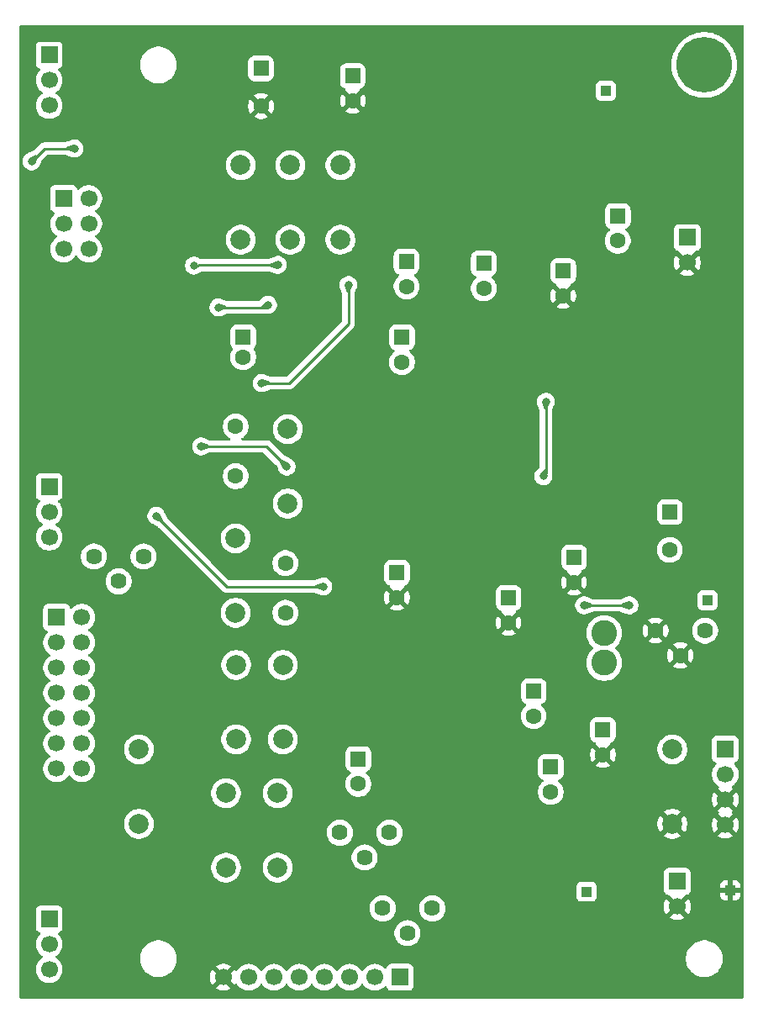
<source format=gbl>
G04 #@! TF.GenerationSoftware,KiCad,Pcbnew,9.0.3*
G04 #@! TF.CreationDate,2025-08-17T13:08:36+02:00*
G04 #@! TF.ProjectId,siemens,7369656d-656e-4732-9e6b-696361645f70,rev?*
G04 #@! TF.SameCoordinates,Original*
G04 #@! TF.FileFunction,Copper,L2,Bot*
G04 #@! TF.FilePolarity,Positive*
%FSLAX46Y46*%
G04 Gerber Fmt 4.6, Leading zero omitted, Abs format (unit mm)*
G04 Created by KiCad (PCBNEW 9.0.3) date 2025-08-17 13:08:36*
%MOMM*%
%LPD*%
G01*
G04 APERTURE LIST*
G04 Aperture macros list*
%AMRoundRect*
0 Rectangle with rounded corners*
0 $1 Rounding radius*
0 $2 $3 $4 $5 $6 $7 $8 $9 X,Y pos of 4 corners*
0 Add a 4 corners polygon primitive as box body*
4,1,4,$2,$3,$4,$5,$6,$7,$8,$9,$2,$3,0*
0 Add four circle primitives for the rounded corners*
1,1,$1+$1,$2,$3*
1,1,$1+$1,$4,$5*
1,1,$1+$1,$6,$7*
1,1,$1+$1,$8,$9*
0 Add four rect primitives between the rounded corners*
20,1,$1+$1,$2,$3,$4,$5,0*
20,1,$1+$1,$4,$5,$6,$7,0*
20,1,$1+$1,$6,$7,$8,$9,0*
20,1,$1+$1,$8,$9,$2,$3,0*%
G04 Aperture macros list end*
G04 #@! TA.AperFunction,ComponentPad*
%ADD10C,2.000000*%
G04 #@! TD*
G04 #@! TA.AperFunction,ComponentPad*
%ADD11C,1.700000*%
G04 #@! TD*
G04 #@! TA.AperFunction,ComponentPad*
%ADD12R,1.700000X1.700000*%
G04 #@! TD*
G04 #@! TA.AperFunction,ComponentPad*
%ADD13R,1.000000X1.000000*%
G04 #@! TD*
G04 #@! TA.AperFunction,ComponentPad*
%ADD14C,1.600000*%
G04 #@! TD*
G04 #@! TA.AperFunction,ComponentPad*
%ADD15RoundRect,0.250000X-0.550000X0.550000X-0.550000X-0.550000X0.550000X-0.550000X0.550000X0.550000X0*%
G04 #@! TD*
G04 #@! TA.AperFunction,ComponentPad*
%ADD16C,1.620000*%
G04 #@! TD*
G04 #@! TA.AperFunction,ComponentPad*
%ADD17C,2.600000*%
G04 #@! TD*
G04 #@! TA.AperFunction,ComponentPad*
%ADD18C,5.600000*%
G04 #@! TD*
G04 #@! TA.AperFunction,ViaPad*
%ADD19C,0.800000*%
G04 #@! TD*
G04 #@! TA.AperFunction,Conductor*
%ADD20C,0.250000*%
G04 #@! TD*
G04 #@! TA.AperFunction,Conductor*
%ADD21C,0.254000*%
G04 #@! TD*
G04 APERTURE END LIST*
D10*
X63342000Y-45092000D03*
X63342000Y-52592000D03*
X58291248Y-52592000D03*
X58291248Y-45092000D03*
X53291248Y-45092000D03*
X53291248Y-52592000D03*
D11*
X34000000Y-126080000D03*
X34000000Y-123540000D03*
D12*
X34000000Y-121000000D03*
X34000000Y-34000000D03*
D11*
X34000000Y-36540000D03*
X34000000Y-39080000D03*
D12*
X35452000Y-48452000D03*
D11*
X37992000Y-48452000D03*
X35452000Y-50992000D03*
X37992000Y-50992000D03*
X35452000Y-53532000D03*
X37992000Y-53532000D03*
D10*
X96791248Y-111416000D03*
X96791248Y-103916000D03*
D13*
X100342000Y-88912000D03*
D14*
X96532000Y-83822000D03*
D15*
X96532000Y-80022000D03*
D14*
X84541248Y-108210888D03*
D15*
X84541248Y-105710888D03*
D10*
X57023000Y-115831000D03*
X57023000Y-108331000D03*
D13*
X88150000Y-118249000D03*
D10*
X52791248Y-90166000D03*
X52791248Y-82666000D03*
D13*
X102628000Y-118122000D03*
D14*
X55342000Y-39142000D03*
D15*
X55342000Y-35342000D03*
D11*
X37291248Y-105866000D03*
X34751248Y-105866000D03*
X37291248Y-103326000D03*
X34751248Y-103326000D03*
X37291248Y-100786000D03*
X34751248Y-100786000D03*
X37291248Y-98246000D03*
X34751248Y-98246000D03*
X37291248Y-95706000D03*
X34751248Y-95706000D03*
X37291248Y-93166000D03*
X34751248Y-93166000D03*
X37291248Y-90626000D03*
D12*
X34751248Y-90626000D03*
D14*
X70002000Y-57291888D03*
D15*
X70002000Y-54791888D03*
D16*
X38500000Y-84500000D03*
X41000000Y-87000000D03*
X43500000Y-84500000D03*
D14*
X65151000Y-107402000D03*
D15*
X65151000Y-104902000D03*
D14*
X80276000Y-91158000D03*
D15*
X80276000Y-88658000D03*
D10*
X57541248Y-95416000D03*
X57541248Y-102916000D03*
D14*
X64592000Y-38592000D03*
D15*
X64592000Y-36092000D03*
D10*
X51816000Y-115831000D03*
X51816000Y-108331000D03*
D17*
X89928000Y-95214000D03*
X89928000Y-92214000D03*
D10*
X58041248Y-71666000D03*
X58041248Y-79166000D03*
D14*
X52791248Y-71416000D03*
X52791248Y-76416000D03*
D11*
X97282000Y-119761000D03*
D12*
X97282000Y-117221000D03*
D11*
X34000000Y-82540000D03*
X34000000Y-80000000D03*
D12*
X34000000Y-77460000D03*
D14*
X91291248Y-52710888D03*
D15*
X91291248Y-50210888D03*
D16*
X63286000Y-112315000D03*
X65786000Y-114815000D03*
X68286000Y-112315000D03*
D14*
X77791248Y-57497000D03*
D15*
X77791248Y-54997000D03*
D14*
X53541248Y-64416000D03*
D15*
X53541248Y-62416000D03*
D18*
X100000000Y-35000000D03*
D14*
X86880000Y-87094000D03*
D15*
X86880000Y-84594000D03*
D10*
X43041248Y-111416000D03*
X43041248Y-103916000D03*
D11*
X102120000Y-111518000D03*
X102120000Y-108978000D03*
X102120000Y-106438000D03*
D12*
X102120000Y-103898000D03*
D14*
X69541248Y-64916000D03*
D15*
X69541248Y-62416000D03*
D14*
X57791248Y-85166000D03*
X57791248Y-90166000D03*
D16*
X95088000Y-91960000D03*
X97588000Y-94460000D03*
X100088000Y-91960000D03*
D14*
X69041248Y-88618000D03*
D15*
X69041248Y-86118000D03*
D13*
X90092000Y-37592000D03*
D16*
X67604000Y-119935000D03*
X70104000Y-122435000D03*
X72604000Y-119935000D03*
D14*
X85791248Y-58254606D03*
D15*
X85791248Y-55754606D03*
D14*
X89791248Y-104460888D03*
D15*
X89791248Y-101960888D03*
D11*
X98291248Y-54916000D03*
D12*
X98291248Y-52376000D03*
D10*
X52840496Y-102916000D03*
X52840496Y-95416000D03*
D14*
X82816000Y-100556000D03*
D15*
X82816000Y-98056000D03*
D12*
X69342000Y-126873000D03*
D11*
X66802000Y-126873000D03*
X64262000Y-126873000D03*
X61722000Y-126873000D03*
X59182000Y-126873000D03*
X56642000Y-126873000D03*
X54102000Y-126873000D03*
X51562000Y-126873000D03*
D19*
X69291248Y-99666000D03*
X74791248Y-119666000D03*
X66041248Y-69416000D03*
X91440000Y-33655000D03*
X71041248Y-41666000D03*
X82562000Y-70416000D03*
X80791248Y-49916000D03*
X92791248Y-98166000D03*
X93992000Y-120789000D03*
X63791248Y-99666000D03*
X90055000Y-112915000D03*
X71041248Y-44666000D03*
X83791248Y-79666000D03*
X87896000Y-89420000D03*
X92468000Y-89420000D03*
X57041248Y-55130000D03*
X48579124Y-55203876D03*
X55416248Y-67041000D03*
X64147000Y-57162000D03*
X56041248Y-59166000D03*
X51041248Y-59416000D03*
X32222248Y-44716000D03*
X36541248Y-43416000D03*
X84041248Y-68916000D03*
X83791248Y-76416000D03*
X61607000Y-87515000D03*
X44791248Y-80416000D03*
X57924000Y-75450000D03*
X49291248Y-73416000D03*
D20*
X33522248Y-43416000D02*
X36541248Y-43416000D01*
X32222248Y-44716000D02*
X33522248Y-43416000D01*
X57924000Y-75450000D02*
X55890000Y-73416000D01*
X55890000Y-73416000D02*
X49291248Y-73416000D01*
X51890248Y-87515000D02*
X44791248Y-80416000D01*
X61607000Y-87515000D02*
X51890248Y-87515000D01*
X58166248Y-67041000D02*
X55416248Y-67041000D01*
X64147000Y-61060248D02*
X58166248Y-67041000D01*
X64147000Y-57162000D02*
X64147000Y-61060248D01*
X56791248Y-55166000D02*
X49041248Y-55166000D01*
X49041248Y-55166000D02*
X49003372Y-55203876D01*
X56827248Y-55130000D02*
X56791248Y-55166000D01*
X57041248Y-55130000D02*
X56827248Y-55130000D01*
X49003372Y-55203876D02*
X48579124Y-55203876D01*
D21*
X87896000Y-89420000D02*
X92468000Y-89420000D01*
D20*
X51041248Y-59416000D02*
X55791248Y-59416000D01*
X55791248Y-59416000D02*
X56041248Y-59166000D01*
X83791248Y-76416000D02*
X84041248Y-76166000D01*
X84041248Y-76166000D02*
X84041248Y-68916000D01*
G04 #@! TA.AperFunction,Conductor*
G36*
X103943039Y-31019685D02*
G01*
X103988794Y-31072489D01*
X104000000Y-31124000D01*
X104000000Y-128876000D01*
X103980315Y-128943039D01*
X103927511Y-128988794D01*
X103876000Y-129000000D01*
X31124000Y-129000000D01*
X31056961Y-128980315D01*
X31011206Y-128927511D01*
X31000000Y-128876000D01*
X31000000Y-120102135D01*
X32649500Y-120102135D01*
X32649500Y-121897870D01*
X32649501Y-121897876D01*
X32655908Y-121957483D01*
X32706202Y-122092328D01*
X32706206Y-122092335D01*
X32792452Y-122207544D01*
X32792455Y-122207547D01*
X32907664Y-122293793D01*
X32907671Y-122293797D01*
X33039082Y-122342810D01*
X33095016Y-122384681D01*
X33119433Y-122450145D01*
X33104582Y-122518418D01*
X33083431Y-122546673D01*
X32969889Y-122660215D01*
X32844951Y-122832179D01*
X32748444Y-123021585D01*
X32682753Y-123223760D01*
X32649500Y-123433713D01*
X32649500Y-123646286D01*
X32682753Y-123856239D01*
X32748444Y-124058414D01*
X32844951Y-124247820D01*
X32969890Y-124419786D01*
X33120213Y-124570109D01*
X33292182Y-124695050D01*
X33300946Y-124699516D01*
X33351742Y-124747491D01*
X33368536Y-124815312D01*
X33345998Y-124881447D01*
X33300946Y-124920484D01*
X33292182Y-124924949D01*
X33120213Y-125049890D01*
X32969890Y-125200213D01*
X32844951Y-125372179D01*
X32748444Y-125561585D01*
X32682753Y-125763760D01*
X32649500Y-125973713D01*
X32649500Y-126186286D01*
X32682440Y-126394265D01*
X32682754Y-126396243D01*
X32737909Y-126565993D01*
X32748444Y-126598414D01*
X32844951Y-126787820D01*
X32969890Y-126959786D01*
X33120213Y-127110109D01*
X33292179Y-127235048D01*
X33292181Y-127235049D01*
X33292184Y-127235051D01*
X33481588Y-127331557D01*
X33683757Y-127397246D01*
X33893713Y-127430500D01*
X33893714Y-127430500D01*
X34106286Y-127430500D01*
X34106287Y-127430500D01*
X34316243Y-127397246D01*
X34518412Y-127331557D01*
X34707816Y-127235051D01*
X34770866Y-127189243D01*
X34879786Y-127110109D01*
X34879788Y-127110106D01*
X34879792Y-127110104D01*
X35030104Y-126959792D01*
X35030106Y-126959788D01*
X35030109Y-126959786D01*
X35155048Y-126787820D01*
X35155047Y-126787820D01*
X35155051Y-126787816D01*
X35251557Y-126598412D01*
X35317246Y-126396243D01*
X35350500Y-126186287D01*
X35350500Y-125973713D01*
X35317246Y-125763757D01*
X35251557Y-125561588D01*
X35155051Y-125372184D01*
X35155049Y-125372181D01*
X35155048Y-125372179D01*
X35030109Y-125200213D01*
X34879786Y-125049890D01*
X34778024Y-124975957D01*
X34778005Y-124975944D01*
X34707816Y-124924949D01*
X34691847Y-124916812D01*
X34685182Y-124912238D01*
X34668017Y-124891172D01*
X34654823Y-124878711D01*
X43149500Y-124878711D01*
X43149500Y-125121288D01*
X43181161Y-125361785D01*
X43243947Y-125596104D01*
X43336771Y-125820200D01*
X43336776Y-125820212D01*
X43458064Y-126030289D01*
X43458066Y-126030292D01*
X43458067Y-126030293D01*
X43605733Y-126222736D01*
X43605739Y-126222743D01*
X43777256Y-126394260D01*
X43777263Y-126394266D01*
X43793956Y-126407075D01*
X43969711Y-126541936D01*
X44179788Y-126663224D01*
X44403900Y-126756054D01*
X44638211Y-126818838D01*
X44818586Y-126842584D01*
X44878711Y-126850500D01*
X44878712Y-126850500D01*
X45121289Y-126850500D01*
X45169388Y-126844167D01*
X45361789Y-126818838D01*
X45556171Y-126766753D01*
X50212000Y-126766753D01*
X50212000Y-126979246D01*
X50245242Y-127189127D01*
X50245242Y-127189130D01*
X50310904Y-127391217D01*
X50407375Y-127580550D01*
X50446728Y-127634716D01*
X51079037Y-127002408D01*
X51096075Y-127065993D01*
X51161901Y-127180007D01*
X51254993Y-127273099D01*
X51369007Y-127338925D01*
X51432590Y-127355962D01*
X50800282Y-127988269D01*
X50800282Y-127988270D01*
X50854449Y-128027624D01*
X51043782Y-128124095D01*
X51245870Y-128189757D01*
X51455754Y-128223000D01*
X51668246Y-128223000D01*
X51878127Y-128189757D01*
X51878130Y-128189757D01*
X52080217Y-128124095D01*
X52269554Y-128027622D01*
X52323716Y-127988270D01*
X52323717Y-127988270D01*
X51691408Y-127355962D01*
X51754993Y-127338925D01*
X51869007Y-127273099D01*
X51962099Y-127180007D01*
X52027925Y-127065993D01*
X52044962Y-127002408D01*
X52677270Y-127634717D01*
X52677270Y-127634716D01*
X52716622Y-127580555D01*
X52721232Y-127571507D01*
X52769205Y-127520709D01*
X52837025Y-127503912D01*
X52903161Y-127526447D01*
X52942204Y-127571504D01*
X52946949Y-127580817D01*
X53071890Y-127752786D01*
X53222213Y-127903109D01*
X53394179Y-128028048D01*
X53394181Y-128028049D01*
X53394184Y-128028051D01*
X53583588Y-128124557D01*
X53785757Y-128190246D01*
X53995713Y-128223500D01*
X53995714Y-128223500D01*
X54208286Y-128223500D01*
X54208287Y-128223500D01*
X54418243Y-128190246D01*
X54620412Y-128124557D01*
X54809816Y-128028051D01*
X54896138Y-127965335D01*
X54981786Y-127903109D01*
X54981788Y-127903106D01*
X54981792Y-127903104D01*
X55132104Y-127752792D01*
X55132106Y-127752788D01*
X55132109Y-127752786D01*
X55257048Y-127580820D01*
X55257050Y-127580817D01*
X55257051Y-127580816D01*
X55261514Y-127572054D01*
X55309488Y-127521259D01*
X55377308Y-127504463D01*
X55443444Y-127526999D01*
X55482486Y-127572056D01*
X55486951Y-127580820D01*
X55611890Y-127752786D01*
X55762213Y-127903109D01*
X55934179Y-128028048D01*
X55934181Y-128028049D01*
X55934184Y-128028051D01*
X56123588Y-128124557D01*
X56325757Y-128190246D01*
X56535713Y-128223500D01*
X56535714Y-128223500D01*
X56748286Y-128223500D01*
X56748287Y-128223500D01*
X56958243Y-128190246D01*
X57160412Y-128124557D01*
X57349816Y-128028051D01*
X57436138Y-127965335D01*
X57521786Y-127903109D01*
X57521788Y-127903106D01*
X57521792Y-127903104D01*
X57672104Y-127752792D01*
X57672106Y-127752788D01*
X57672109Y-127752786D01*
X57797048Y-127580820D01*
X57797050Y-127580817D01*
X57797051Y-127580816D01*
X57801514Y-127572054D01*
X57849488Y-127521259D01*
X57917308Y-127504463D01*
X57983444Y-127526999D01*
X58022486Y-127572056D01*
X58026951Y-127580820D01*
X58151890Y-127752786D01*
X58302213Y-127903109D01*
X58474179Y-128028048D01*
X58474181Y-128028049D01*
X58474184Y-128028051D01*
X58663588Y-128124557D01*
X58865757Y-128190246D01*
X59075713Y-128223500D01*
X59075714Y-128223500D01*
X59288286Y-128223500D01*
X59288287Y-128223500D01*
X59498243Y-128190246D01*
X59700412Y-128124557D01*
X59889816Y-128028051D01*
X59976138Y-127965335D01*
X60061786Y-127903109D01*
X60061788Y-127903106D01*
X60061792Y-127903104D01*
X60212104Y-127752792D01*
X60212106Y-127752788D01*
X60212109Y-127752786D01*
X60337048Y-127580820D01*
X60337050Y-127580817D01*
X60337051Y-127580816D01*
X60341514Y-127572054D01*
X60389488Y-127521259D01*
X60457308Y-127504463D01*
X60523444Y-127526999D01*
X60562486Y-127572056D01*
X60566951Y-127580820D01*
X60691890Y-127752786D01*
X60842213Y-127903109D01*
X61014179Y-128028048D01*
X61014181Y-128028049D01*
X61014184Y-128028051D01*
X61203588Y-128124557D01*
X61405757Y-128190246D01*
X61615713Y-128223500D01*
X61615714Y-128223500D01*
X61828286Y-128223500D01*
X61828287Y-128223500D01*
X62038243Y-128190246D01*
X62240412Y-128124557D01*
X62429816Y-128028051D01*
X62516138Y-127965335D01*
X62601786Y-127903109D01*
X62601788Y-127903106D01*
X62601792Y-127903104D01*
X62752104Y-127752792D01*
X62752106Y-127752788D01*
X62752109Y-127752786D01*
X62877048Y-127580820D01*
X62877050Y-127580817D01*
X62877051Y-127580816D01*
X62881514Y-127572054D01*
X62929488Y-127521259D01*
X62997308Y-127504463D01*
X63063444Y-127526999D01*
X63102486Y-127572056D01*
X63106951Y-127580820D01*
X63231890Y-127752786D01*
X63382213Y-127903109D01*
X63554179Y-128028048D01*
X63554181Y-128028049D01*
X63554184Y-128028051D01*
X63743588Y-128124557D01*
X63945757Y-128190246D01*
X64155713Y-128223500D01*
X64155714Y-128223500D01*
X64368286Y-128223500D01*
X64368287Y-128223500D01*
X64578243Y-128190246D01*
X64780412Y-128124557D01*
X64969816Y-128028051D01*
X65056138Y-127965335D01*
X65141786Y-127903109D01*
X65141788Y-127903106D01*
X65141792Y-127903104D01*
X65292104Y-127752792D01*
X65292106Y-127752788D01*
X65292109Y-127752786D01*
X65417048Y-127580820D01*
X65417050Y-127580817D01*
X65417051Y-127580816D01*
X65421514Y-127572054D01*
X65469488Y-127521259D01*
X65537308Y-127504463D01*
X65603444Y-127526999D01*
X65642486Y-127572056D01*
X65646951Y-127580820D01*
X65771890Y-127752786D01*
X65922213Y-127903109D01*
X66094179Y-128028048D01*
X66094181Y-128028049D01*
X66094184Y-128028051D01*
X66283588Y-128124557D01*
X66485757Y-128190246D01*
X66695713Y-128223500D01*
X66695714Y-128223500D01*
X66908286Y-128223500D01*
X66908287Y-128223500D01*
X67118243Y-128190246D01*
X67320412Y-128124557D01*
X67509816Y-128028051D01*
X67681792Y-127903104D01*
X67795329Y-127789566D01*
X67856648Y-127756084D01*
X67926340Y-127761068D01*
X67982274Y-127802939D01*
X67999189Y-127833917D01*
X68048202Y-127965328D01*
X68048206Y-127965335D01*
X68134452Y-128080544D01*
X68134455Y-128080547D01*
X68249664Y-128166793D01*
X68249671Y-128166797D01*
X68384517Y-128217091D01*
X68384516Y-128217091D01*
X68391444Y-128217835D01*
X68444127Y-128223500D01*
X70239872Y-128223499D01*
X70299483Y-128217091D01*
X70434331Y-128166796D01*
X70549546Y-128080546D01*
X70635796Y-127965331D01*
X70686091Y-127830483D01*
X70692500Y-127770873D01*
X70692499Y-125975128D01*
X70686091Y-125915517D01*
X70684810Y-125912083D01*
X70635797Y-125780671D01*
X70635793Y-125780664D01*
X70549547Y-125665455D01*
X70549544Y-125665452D01*
X70434335Y-125579206D01*
X70434328Y-125579202D01*
X70299482Y-125528908D01*
X70299483Y-125528908D01*
X70239883Y-125522501D01*
X70239881Y-125522500D01*
X70239873Y-125522500D01*
X70239864Y-125522500D01*
X68444129Y-125522500D01*
X68444123Y-125522501D01*
X68384516Y-125528908D01*
X68249671Y-125579202D01*
X68249664Y-125579206D01*
X68134455Y-125665452D01*
X68134452Y-125665455D01*
X68048206Y-125780664D01*
X68048203Y-125780669D01*
X67999189Y-125912083D01*
X67957317Y-125968016D01*
X67891853Y-125992433D01*
X67823580Y-125977581D01*
X67795326Y-125956430D01*
X67681786Y-125842890D01*
X67509820Y-125717951D01*
X67320414Y-125621444D01*
X67320413Y-125621443D01*
X67320412Y-125621443D01*
X67118243Y-125555754D01*
X67118241Y-125555753D01*
X67118240Y-125555753D01*
X66956957Y-125530208D01*
X66908287Y-125522500D01*
X66695713Y-125522500D01*
X66647042Y-125530208D01*
X66485760Y-125555753D01*
X66283585Y-125621444D01*
X66094179Y-125717951D01*
X65922213Y-125842890D01*
X65771890Y-125993213D01*
X65646949Y-126165182D01*
X65642484Y-126173946D01*
X65594509Y-126224742D01*
X65526688Y-126241536D01*
X65460553Y-126218998D01*
X65421516Y-126173946D01*
X65417050Y-126165182D01*
X65292109Y-125993213D01*
X65141786Y-125842890D01*
X64969820Y-125717951D01*
X64780414Y-125621444D01*
X64780413Y-125621443D01*
X64780412Y-125621443D01*
X64578243Y-125555754D01*
X64578241Y-125555753D01*
X64578240Y-125555753D01*
X64416957Y-125530208D01*
X64368287Y-125522500D01*
X64155713Y-125522500D01*
X64107042Y-125530208D01*
X63945760Y-125555753D01*
X63743585Y-125621444D01*
X63554179Y-125717951D01*
X63382213Y-125842890D01*
X63231890Y-125993213D01*
X63106949Y-126165182D01*
X63102484Y-126173946D01*
X63054509Y-126224742D01*
X62986688Y-126241536D01*
X62920553Y-126218998D01*
X62881516Y-126173946D01*
X62877050Y-126165182D01*
X62752109Y-125993213D01*
X62601786Y-125842890D01*
X62429820Y-125717951D01*
X62240414Y-125621444D01*
X62240413Y-125621443D01*
X62240412Y-125621443D01*
X62038243Y-125555754D01*
X62038241Y-125555753D01*
X62038240Y-125555753D01*
X61876957Y-125530208D01*
X61828287Y-125522500D01*
X61615713Y-125522500D01*
X61567042Y-125530208D01*
X61405760Y-125555753D01*
X61203585Y-125621444D01*
X61014179Y-125717951D01*
X60842213Y-125842890D01*
X60691890Y-125993213D01*
X60566949Y-126165182D01*
X60562484Y-126173946D01*
X60514509Y-126224742D01*
X60446688Y-126241536D01*
X60380553Y-126218998D01*
X60341516Y-126173946D01*
X60337050Y-126165182D01*
X60212109Y-125993213D01*
X60061786Y-125842890D01*
X59889820Y-125717951D01*
X59700414Y-125621444D01*
X59700413Y-125621443D01*
X59700412Y-125621443D01*
X59498243Y-125555754D01*
X59498241Y-125555753D01*
X59498240Y-125555753D01*
X59336957Y-125530208D01*
X59288287Y-125522500D01*
X59075713Y-125522500D01*
X59027042Y-125530208D01*
X58865760Y-125555753D01*
X58663585Y-125621444D01*
X58474179Y-125717951D01*
X58302213Y-125842890D01*
X58151890Y-125993213D01*
X58026949Y-126165182D01*
X58022484Y-126173946D01*
X57974509Y-126224742D01*
X57906688Y-126241536D01*
X57840553Y-126218998D01*
X57801516Y-126173946D01*
X57797050Y-126165182D01*
X57672109Y-125993213D01*
X57521786Y-125842890D01*
X57349820Y-125717951D01*
X57160414Y-125621444D01*
X57160413Y-125621443D01*
X57160412Y-125621443D01*
X56958243Y-125555754D01*
X56958241Y-125555753D01*
X56958240Y-125555753D01*
X56796957Y-125530208D01*
X56748287Y-125522500D01*
X56535713Y-125522500D01*
X56487042Y-125530208D01*
X56325760Y-125555753D01*
X56123585Y-125621444D01*
X55934179Y-125717951D01*
X55762213Y-125842890D01*
X55611890Y-125993213D01*
X55486949Y-126165182D01*
X55482484Y-126173946D01*
X55434509Y-126224742D01*
X55366688Y-126241536D01*
X55300553Y-126218998D01*
X55261516Y-126173946D01*
X55257050Y-126165182D01*
X55132109Y-125993213D01*
X54981786Y-125842890D01*
X54809820Y-125717951D01*
X54620414Y-125621444D01*
X54620413Y-125621443D01*
X54620412Y-125621443D01*
X54418243Y-125555754D01*
X54418241Y-125555753D01*
X54418240Y-125555753D01*
X54256957Y-125530208D01*
X54208287Y-125522500D01*
X53995713Y-125522500D01*
X53947042Y-125530208D01*
X53785760Y-125555753D01*
X53583585Y-125621444D01*
X53394179Y-125717951D01*
X53222213Y-125842890D01*
X53071890Y-125993213D01*
X52946949Y-126165182D01*
X52942202Y-126174499D01*
X52894227Y-126225293D01*
X52826405Y-126242087D01*
X52760271Y-126219548D01*
X52721234Y-126174495D01*
X52716626Y-126165452D01*
X52677270Y-126111282D01*
X52677269Y-126111282D01*
X52044962Y-126743590D01*
X52027925Y-126680007D01*
X51962099Y-126565993D01*
X51869007Y-126472901D01*
X51754993Y-126407075D01*
X51691409Y-126390037D01*
X52323716Y-125757728D01*
X52269550Y-125718375D01*
X52080217Y-125621904D01*
X51878129Y-125556242D01*
X51668246Y-125523000D01*
X51455754Y-125523000D01*
X51245872Y-125556242D01*
X51245869Y-125556242D01*
X51043782Y-125621904D01*
X50854439Y-125718380D01*
X50800282Y-125757727D01*
X50800282Y-125757728D01*
X51432591Y-126390037D01*
X51369007Y-126407075D01*
X51254993Y-126472901D01*
X51161901Y-126565993D01*
X51096075Y-126680007D01*
X51079037Y-126743591D01*
X50446728Y-126111282D01*
X50446727Y-126111282D01*
X50407380Y-126165439D01*
X50310904Y-126354782D01*
X50245242Y-126556869D01*
X50245242Y-126556872D01*
X50212000Y-126766753D01*
X45556171Y-126766753D01*
X45596100Y-126756054D01*
X45820212Y-126663224D01*
X46030289Y-126541936D01*
X46222738Y-126394265D01*
X46394265Y-126222738D01*
X46541936Y-126030289D01*
X46663224Y-125820212D01*
X46663229Y-125820200D01*
X46689186Y-125757535D01*
X46689186Y-125757534D01*
X46727327Y-125665454D01*
X46756054Y-125596100D01*
X46818838Y-125361789D01*
X46850500Y-125121288D01*
X46850500Y-124878712D01*
X46850500Y-124878711D01*
X98149500Y-124878711D01*
X98149500Y-125121288D01*
X98181161Y-125361785D01*
X98243947Y-125596104D01*
X98336771Y-125820200D01*
X98336776Y-125820212D01*
X98458064Y-126030289D01*
X98458066Y-126030292D01*
X98458067Y-126030293D01*
X98605733Y-126222736D01*
X98605739Y-126222743D01*
X98777256Y-126394260D01*
X98777263Y-126394266D01*
X98793956Y-126407075D01*
X98969711Y-126541936D01*
X99179788Y-126663224D01*
X99403900Y-126756054D01*
X99638211Y-126818838D01*
X99818586Y-126842584D01*
X99878711Y-126850500D01*
X99878712Y-126850500D01*
X100121289Y-126850500D01*
X100169388Y-126844167D01*
X100361789Y-126818838D01*
X100596100Y-126756054D01*
X100820212Y-126663224D01*
X101030289Y-126541936D01*
X101222738Y-126394265D01*
X101394265Y-126222738D01*
X101541936Y-126030289D01*
X101663224Y-125820212D01*
X101756054Y-125596100D01*
X101818838Y-125361789D01*
X101850500Y-125121288D01*
X101850500Y-124878712D01*
X101818838Y-124638211D01*
X101756054Y-124403900D01*
X101663224Y-124179788D01*
X101541936Y-123969711D01*
X101394265Y-123777262D01*
X101394260Y-123777256D01*
X101222743Y-123605739D01*
X101222736Y-123605733D01*
X101030293Y-123458067D01*
X101030292Y-123458066D01*
X101030289Y-123458064D01*
X100820212Y-123336776D01*
X100820205Y-123336773D01*
X100596104Y-123243947D01*
X100361785Y-123181161D01*
X100121289Y-123149500D01*
X100121288Y-123149500D01*
X99878712Y-123149500D01*
X99878711Y-123149500D01*
X99638214Y-123181161D01*
X99403895Y-123243947D01*
X99179794Y-123336773D01*
X99179785Y-123336777D01*
X98969706Y-123458067D01*
X98777263Y-123605733D01*
X98777256Y-123605739D01*
X98605739Y-123777256D01*
X98605733Y-123777263D01*
X98458067Y-123969706D01*
X98336777Y-124179785D01*
X98336773Y-124179794D01*
X98243947Y-124403895D01*
X98181161Y-124638214D01*
X98149500Y-124878711D01*
X46850500Y-124878711D01*
X46818838Y-124638211D01*
X46756054Y-124403900D01*
X46663224Y-124179788D01*
X46541936Y-123969711D01*
X46394265Y-123777262D01*
X46394260Y-123777256D01*
X46222743Y-123605739D01*
X46222736Y-123605733D01*
X46030293Y-123458067D01*
X46030292Y-123458066D01*
X46030289Y-123458064D01*
X45820212Y-123336776D01*
X45820205Y-123336773D01*
X45596104Y-123243947D01*
X45361785Y-123181161D01*
X45121289Y-123149500D01*
X45121288Y-123149500D01*
X44878712Y-123149500D01*
X44878711Y-123149500D01*
X44638214Y-123181161D01*
X44403895Y-123243947D01*
X44179794Y-123336773D01*
X44179785Y-123336777D01*
X43969706Y-123458067D01*
X43777263Y-123605733D01*
X43777256Y-123605739D01*
X43605739Y-123777256D01*
X43605733Y-123777263D01*
X43458067Y-123969706D01*
X43336777Y-124179785D01*
X43336773Y-124179794D01*
X43243947Y-124403895D01*
X43181161Y-124638214D01*
X43149500Y-124878711D01*
X34654823Y-124878711D01*
X34648259Y-124872512D01*
X34646270Y-124864482D01*
X34641047Y-124858072D01*
X34637996Y-124831071D01*
X34631463Y-124804692D01*
X34634130Y-124796863D01*
X34633202Y-124788645D01*
X34645233Y-124764280D01*
X34653999Y-124738556D01*
X34660880Y-124732592D01*
X34664138Y-124725997D01*
X34678333Y-124717470D01*
X34699054Y-124699515D01*
X34707816Y-124695051D01*
X34786050Y-124638211D01*
X34879786Y-124570109D01*
X34879788Y-124570106D01*
X34879792Y-124570104D01*
X35030104Y-124419792D01*
X35030106Y-124419788D01*
X35030109Y-124419786D01*
X35155048Y-124247820D01*
X35155047Y-124247820D01*
X35155051Y-124247816D01*
X35251557Y-124058412D01*
X35317246Y-123856243D01*
X35350500Y-123646287D01*
X35350500Y-123433713D01*
X35317246Y-123223757D01*
X35251557Y-123021588D01*
X35155051Y-122832184D01*
X35155049Y-122832181D01*
X35155048Y-122832179D01*
X35030109Y-122660213D01*
X34916569Y-122546673D01*
X34883084Y-122485350D01*
X34888068Y-122415658D01*
X34929940Y-122359725D01*
X34960915Y-122342810D01*
X34990271Y-122331861D01*
X68793500Y-122331861D01*
X68793500Y-122538138D01*
X68825769Y-122741877D01*
X68825769Y-122741880D01*
X68889510Y-122938054D01*
X68932073Y-123021588D01*
X68983160Y-123121852D01*
X69104407Y-123288733D01*
X69250267Y-123434593D01*
X69417148Y-123555840D01*
X69515069Y-123605733D01*
X69600945Y-123649489D01*
X69797120Y-123713230D01*
X69797121Y-123713230D01*
X69797124Y-123713231D01*
X70000861Y-123745500D01*
X70000862Y-123745500D01*
X70207138Y-123745500D01*
X70207139Y-123745500D01*
X70410876Y-123713231D01*
X70410879Y-123713230D01*
X70410880Y-123713230D01*
X70607054Y-123649489D01*
X70607054Y-123649488D01*
X70607057Y-123649488D01*
X70790852Y-123555840D01*
X70957733Y-123434593D01*
X71103593Y-123288733D01*
X71224840Y-123121852D01*
X71318488Y-122938057D01*
X71382231Y-122741876D01*
X71414500Y-122538139D01*
X71414500Y-122331861D01*
X71382231Y-122128124D01*
X71382230Y-122128120D01*
X71382230Y-122128119D01*
X71318489Y-121931945D01*
X71318488Y-121931943D01*
X71224840Y-121748148D01*
X71103593Y-121581267D01*
X70957733Y-121435407D01*
X70790852Y-121314160D01*
X70607054Y-121220510D01*
X70410879Y-121156769D01*
X70258073Y-121132567D01*
X70207139Y-121124500D01*
X70000861Y-121124500D01*
X69932948Y-121135256D01*
X69797122Y-121156769D01*
X69797119Y-121156769D01*
X69600945Y-121220510D01*
X69417147Y-121314160D01*
X69250265Y-121435408D01*
X69104408Y-121581265D01*
X68983160Y-121748147D01*
X68889510Y-121931945D01*
X68825769Y-122128119D01*
X68825769Y-122128122D01*
X68793500Y-122331861D01*
X34990271Y-122331861D01*
X35092331Y-122293796D01*
X35207546Y-122207546D01*
X35293796Y-122092331D01*
X35344091Y-121957483D01*
X35350500Y-121897873D01*
X35350499Y-120102128D01*
X35344091Y-120042517D01*
X35293796Y-119907669D01*
X35289029Y-119901301D01*
X35289028Y-119901299D01*
X35237046Y-119831861D01*
X66293500Y-119831861D01*
X66293500Y-120038139D01*
X66298231Y-120068007D01*
X66325769Y-120241877D01*
X66325769Y-120241880D01*
X66389510Y-120438054D01*
X66389512Y-120438057D01*
X66483160Y-120621852D01*
X66604407Y-120788733D01*
X66750267Y-120934593D01*
X66917148Y-121055840D01*
X66960163Y-121077757D01*
X67100945Y-121149489D01*
X67297120Y-121213230D01*
X67297121Y-121213230D01*
X67297124Y-121213231D01*
X67500861Y-121245500D01*
X67500862Y-121245500D01*
X67707138Y-121245500D01*
X67707139Y-121245500D01*
X67910876Y-121213231D01*
X67910879Y-121213230D01*
X67910880Y-121213230D01*
X68107054Y-121149489D01*
X68107054Y-121149488D01*
X68107057Y-121149488D01*
X68290852Y-121055840D01*
X68457733Y-120934593D01*
X68603593Y-120788733D01*
X68724840Y-120621852D01*
X68818488Y-120438057D01*
X68870098Y-120279217D01*
X68882230Y-120241880D01*
X68882230Y-120241879D01*
X68882231Y-120241876D01*
X68914500Y-120038139D01*
X68914500Y-119831861D01*
X71293500Y-119831861D01*
X71293500Y-120038139D01*
X71298231Y-120068007D01*
X71325769Y-120241877D01*
X71325769Y-120241880D01*
X71389510Y-120438054D01*
X71389512Y-120438057D01*
X71483160Y-120621852D01*
X71604407Y-120788733D01*
X71750267Y-120934593D01*
X71917148Y-121055840D01*
X71960163Y-121077757D01*
X72100945Y-121149489D01*
X72297120Y-121213230D01*
X72297121Y-121213230D01*
X72297124Y-121213231D01*
X72500861Y-121245500D01*
X72500862Y-121245500D01*
X72707138Y-121245500D01*
X72707139Y-121245500D01*
X72910876Y-121213231D01*
X72910879Y-121213230D01*
X72910880Y-121213230D01*
X73107054Y-121149489D01*
X73107054Y-121149488D01*
X73107057Y-121149488D01*
X73290852Y-121055840D01*
X73457733Y-120934593D01*
X73603593Y-120788733D01*
X73724840Y-120621852D01*
X73818488Y-120438057D01*
X73870098Y-120279217D01*
X73882230Y-120241880D01*
X73882230Y-120241879D01*
X73882231Y-120241876D01*
X73914500Y-120038139D01*
X73914500Y-119831861D01*
X73882231Y-119628124D01*
X73862698Y-119568007D01*
X73818489Y-119431945D01*
X73731388Y-119261000D01*
X73724840Y-119248148D01*
X73603593Y-119081267D01*
X73457733Y-118935407D01*
X73290852Y-118814160D01*
X73256922Y-118796872D01*
X73107054Y-118720510D01*
X72910879Y-118656769D01*
X72758073Y-118632567D01*
X72707139Y-118624500D01*
X72500861Y-118624500D01*
X72432948Y-118635256D01*
X72297122Y-118656769D01*
X72297119Y-118656769D01*
X72100945Y-118720510D01*
X71917147Y-118814160D01*
X71750265Y-118935408D01*
X71604408Y-119081265D01*
X71483160Y-119248147D01*
X71389510Y-119431945D01*
X71325769Y-119628119D01*
X71325769Y-119628122D01*
X71304723Y-119761000D01*
X71293500Y-119831861D01*
X68914500Y-119831861D01*
X68882231Y-119628124D01*
X68882230Y-119628120D01*
X68882230Y-119628119D01*
X68818489Y-119431945D01*
X68731388Y-119261000D01*
X68724840Y-119248148D01*
X68603593Y-119081267D01*
X68457733Y-118935407D01*
X68290852Y-118814160D01*
X68256922Y-118796872D01*
X68107054Y-118720510D01*
X67910879Y-118656769D01*
X67758073Y-118632567D01*
X67707139Y-118624500D01*
X67500861Y-118624500D01*
X67432948Y-118635256D01*
X67297122Y-118656769D01*
X67297119Y-118656769D01*
X67100945Y-118720510D01*
X66917147Y-118814160D01*
X66750265Y-118935408D01*
X66604408Y-119081265D01*
X66483160Y-119248147D01*
X66389510Y-119431945D01*
X66325769Y-119628119D01*
X66325769Y-119628122D01*
X66304723Y-119761000D01*
X66293500Y-119831861D01*
X35237046Y-119831861D01*
X35207547Y-119792455D01*
X35207544Y-119792452D01*
X35092335Y-119706206D01*
X35092328Y-119706202D01*
X34957482Y-119655908D01*
X34957483Y-119655908D01*
X34897883Y-119649501D01*
X34897881Y-119649500D01*
X34897873Y-119649500D01*
X34897864Y-119649500D01*
X33102129Y-119649500D01*
X33102123Y-119649501D01*
X33042516Y-119655908D01*
X32907671Y-119706202D01*
X32907664Y-119706206D01*
X32792455Y-119792452D01*
X32792452Y-119792455D01*
X32706206Y-119907664D01*
X32706202Y-119907671D01*
X32655908Y-120042517D01*
X32649501Y-120102116D01*
X32649501Y-120102123D01*
X32649500Y-120102135D01*
X31000000Y-120102135D01*
X31000000Y-117701135D01*
X87149500Y-117701135D01*
X87149500Y-118796870D01*
X87149501Y-118796876D01*
X87155908Y-118856483D01*
X87206202Y-118991328D01*
X87206206Y-118991335D01*
X87292452Y-119106544D01*
X87292455Y-119106547D01*
X87407664Y-119192793D01*
X87407671Y-119192797D01*
X87542517Y-119243091D01*
X87542516Y-119243091D01*
X87549444Y-119243835D01*
X87602127Y-119249500D01*
X88697872Y-119249499D01*
X88757483Y-119243091D01*
X88892331Y-119192796D01*
X89007546Y-119106546D01*
X89093796Y-118991331D01*
X89144091Y-118856483D01*
X89150500Y-118796873D01*
X89150499Y-117701128D01*
X89144091Y-117641517D01*
X89117734Y-117570851D01*
X89093797Y-117506671D01*
X89093793Y-117506664D01*
X89007547Y-117391455D01*
X89007544Y-117391452D01*
X88892335Y-117305206D01*
X88892328Y-117305202D01*
X88757482Y-117254908D01*
X88757483Y-117254908D01*
X88697883Y-117248501D01*
X88697881Y-117248500D01*
X88697873Y-117248500D01*
X88697864Y-117248500D01*
X87602129Y-117248500D01*
X87602123Y-117248501D01*
X87542516Y-117254908D01*
X87407671Y-117305202D01*
X87407664Y-117305206D01*
X87292455Y-117391452D01*
X87292452Y-117391455D01*
X87206206Y-117506664D01*
X87206202Y-117506671D01*
X87155908Y-117641517D01*
X87149501Y-117701116D01*
X87149501Y-117701123D01*
X87149500Y-117701135D01*
X31000000Y-117701135D01*
X31000000Y-115712902D01*
X50315500Y-115712902D01*
X50315500Y-115949097D01*
X50352446Y-116182368D01*
X50425433Y-116406996D01*
X50532657Y-116617433D01*
X50671483Y-116808510D01*
X50838490Y-116975517D01*
X51029567Y-117114343D01*
X51128991Y-117165002D01*
X51240003Y-117221566D01*
X51240005Y-117221566D01*
X51240008Y-117221568D01*
X51322896Y-117248500D01*
X51464631Y-117294553D01*
X51697903Y-117331500D01*
X51697908Y-117331500D01*
X51934097Y-117331500D01*
X52167368Y-117294553D01*
X52391992Y-117221568D01*
X52602433Y-117114343D01*
X52793510Y-116975517D01*
X52960517Y-116808510D01*
X53099343Y-116617433D01*
X53206568Y-116406992D01*
X53279553Y-116182368D01*
X53293671Y-116093230D01*
X53316500Y-115949097D01*
X53316500Y-115712902D01*
X55522500Y-115712902D01*
X55522500Y-115949097D01*
X55559446Y-116182368D01*
X55632433Y-116406996D01*
X55739657Y-116617433D01*
X55878483Y-116808510D01*
X56045490Y-116975517D01*
X56236567Y-117114343D01*
X56335991Y-117165002D01*
X56447003Y-117221566D01*
X56447005Y-117221566D01*
X56447008Y-117221568D01*
X56529896Y-117248500D01*
X56671631Y-117294553D01*
X56904903Y-117331500D01*
X56904908Y-117331500D01*
X57141097Y-117331500D01*
X57374368Y-117294553D01*
X57598992Y-117221568D01*
X57809433Y-117114343D01*
X58000510Y-116975517D01*
X58167517Y-116808510D01*
X58306343Y-116617433D01*
X58413568Y-116406992D01*
X58440815Y-116323135D01*
X95931500Y-116323135D01*
X95931500Y-118118870D01*
X95931501Y-118118876D01*
X95937908Y-118178483D01*
X95988202Y-118313328D01*
X95988206Y-118313335D01*
X96074452Y-118428544D01*
X96074455Y-118428547D01*
X96189664Y-118514793D01*
X96189671Y-118514797D01*
X96234618Y-118531561D01*
X96324517Y-118565091D01*
X96384127Y-118571500D01*
X96394685Y-118571499D01*
X96461723Y-118591179D01*
X96482372Y-118607818D01*
X97152591Y-119278037D01*
X97089007Y-119295075D01*
X96974993Y-119360901D01*
X96881901Y-119453993D01*
X96816075Y-119568007D01*
X96799037Y-119631591D01*
X96166728Y-118999282D01*
X96166727Y-118999282D01*
X96127380Y-119053439D01*
X96030904Y-119242782D01*
X95965242Y-119444869D01*
X95965242Y-119444872D01*
X95932000Y-119654753D01*
X95932000Y-119867246D01*
X95965242Y-120077127D01*
X95965242Y-120077130D01*
X96030904Y-120279217D01*
X96127375Y-120468550D01*
X96166728Y-120522716D01*
X96799037Y-119890408D01*
X96816075Y-119953993D01*
X96881901Y-120068007D01*
X96974993Y-120161099D01*
X97089007Y-120226925D01*
X97152590Y-120243962D01*
X96520282Y-120876269D01*
X96520282Y-120876270D01*
X96574449Y-120915624D01*
X96763782Y-121012095D01*
X96965870Y-121077757D01*
X97175754Y-121111000D01*
X97388246Y-121111000D01*
X97598127Y-121077757D01*
X97598130Y-121077757D01*
X97800217Y-121012095D01*
X97989554Y-120915622D01*
X98043716Y-120876270D01*
X98043717Y-120876270D01*
X97411408Y-120243962D01*
X97474993Y-120226925D01*
X97589007Y-120161099D01*
X97682099Y-120068007D01*
X97747925Y-119953993D01*
X97764962Y-119890409D01*
X98397270Y-120522717D01*
X98397270Y-120522716D01*
X98436622Y-120468554D01*
X98533095Y-120279217D01*
X98598757Y-120077130D01*
X98598757Y-120077127D01*
X98632000Y-119867246D01*
X98632000Y-119654753D01*
X98598757Y-119444872D01*
X98598757Y-119444869D01*
X98533095Y-119242782D01*
X98436624Y-119053449D01*
X98397270Y-118999282D01*
X98397269Y-118999282D01*
X97764962Y-119631590D01*
X97747925Y-119568007D01*
X97682099Y-119453993D01*
X97589007Y-119360901D01*
X97474993Y-119295075D01*
X97411409Y-119278037D01*
X98019601Y-118669844D01*
X101628000Y-118669844D01*
X101634401Y-118729372D01*
X101634403Y-118729379D01*
X101684645Y-118864086D01*
X101684649Y-118864093D01*
X101770809Y-118979187D01*
X101770812Y-118979190D01*
X101885906Y-119065350D01*
X101885913Y-119065354D01*
X102020620Y-119115596D01*
X102020627Y-119115598D01*
X102080155Y-119121999D01*
X102080172Y-119122000D01*
X102378000Y-119122000D01*
X102878000Y-119122000D01*
X103175828Y-119122000D01*
X103175844Y-119121999D01*
X103235372Y-119115598D01*
X103235379Y-119115596D01*
X103370086Y-119065354D01*
X103370093Y-119065350D01*
X103485187Y-118979190D01*
X103485190Y-118979187D01*
X103571350Y-118864093D01*
X103571354Y-118864086D01*
X103621596Y-118729379D01*
X103621598Y-118729372D01*
X103627999Y-118669844D01*
X103628000Y-118669827D01*
X103628000Y-118372000D01*
X102878000Y-118372000D01*
X102878000Y-119122000D01*
X102378000Y-119122000D01*
X102378000Y-118372000D01*
X101628000Y-118372000D01*
X101628000Y-118669844D01*
X98019601Y-118669844D01*
X98081627Y-118607818D01*
X98142950Y-118574333D01*
X98169307Y-118571499D01*
X98179872Y-118571499D01*
X98239483Y-118565091D01*
X98374331Y-118514796D01*
X98489546Y-118428546D01*
X98575796Y-118313331D01*
X98575798Y-118313326D01*
X98589233Y-118277306D01*
X98589233Y-118277305D01*
X98626091Y-118178482D01*
X98626817Y-118171728D01*
X98632500Y-118118873D01*
X98632500Y-118072272D01*
X102378000Y-118072272D01*
X102378000Y-118171728D01*
X102416060Y-118263614D01*
X102486386Y-118333940D01*
X102578272Y-118372000D01*
X102677728Y-118372000D01*
X102769614Y-118333940D01*
X102839940Y-118263614D01*
X102878000Y-118171728D01*
X102878000Y-118072272D01*
X102839940Y-117980386D01*
X102769614Y-117910060D01*
X102677728Y-117872000D01*
X102878000Y-117872000D01*
X103628000Y-117872000D01*
X103628000Y-117574172D01*
X103627999Y-117574155D01*
X103621598Y-117514627D01*
X103621596Y-117514620D01*
X103571354Y-117379913D01*
X103571350Y-117379906D01*
X103485190Y-117264812D01*
X103485187Y-117264809D01*
X103370093Y-117178649D01*
X103370086Y-117178645D01*
X103235379Y-117128403D01*
X103235372Y-117128401D01*
X103175844Y-117122000D01*
X102878000Y-117122000D01*
X102878000Y-117872000D01*
X102677728Y-117872000D01*
X102578272Y-117872000D01*
X102486386Y-117910060D01*
X102416060Y-117980386D01*
X102378000Y-118072272D01*
X98632500Y-118072272D01*
X98632499Y-117574155D01*
X101628000Y-117574155D01*
X101628000Y-117872000D01*
X102378000Y-117872000D01*
X102378000Y-117122000D01*
X102080155Y-117122000D01*
X102020627Y-117128401D01*
X102020620Y-117128403D01*
X101885913Y-117178645D01*
X101885906Y-117178649D01*
X101770812Y-117264809D01*
X101770809Y-117264812D01*
X101684649Y-117379906D01*
X101684645Y-117379913D01*
X101634403Y-117514620D01*
X101634401Y-117514627D01*
X101628000Y-117574155D01*
X98632499Y-117574155D01*
X98632499Y-117178649D01*
X98632499Y-116323129D01*
X98632498Y-116323123D01*
X98632497Y-116323116D01*
X98626091Y-116263517D01*
X98595824Y-116182368D01*
X98575797Y-116128671D01*
X98575793Y-116128664D01*
X98489547Y-116013455D01*
X98489544Y-116013452D01*
X98374335Y-115927206D01*
X98374328Y-115927202D01*
X98239482Y-115876908D01*
X98239483Y-115876908D01*
X98179883Y-115870501D01*
X98179881Y-115870500D01*
X98179873Y-115870500D01*
X98179864Y-115870500D01*
X96384129Y-115870500D01*
X96384123Y-115870501D01*
X96324516Y-115876908D01*
X96189671Y-115927202D01*
X96189664Y-115927206D01*
X96074455Y-116013452D01*
X96074452Y-116013455D01*
X95988206Y-116128664D01*
X95988202Y-116128671D01*
X95937908Y-116263517D01*
X95931501Y-116323116D01*
X95931501Y-116323123D01*
X95931500Y-116323135D01*
X58440815Y-116323135D01*
X58486553Y-116182368D01*
X58500671Y-116093230D01*
X58523500Y-115949097D01*
X58523500Y-115712902D01*
X58486553Y-115479631D01*
X58413566Y-115255003D01*
X58306342Y-115044566D01*
X58167517Y-114853490D01*
X58025888Y-114711861D01*
X64475500Y-114711861D01*
X64475500Y-114918138D01*
X64507769Y-115121877D01*
X64507769Y-115121880D01*
X64571510Y-115318054D01*
X64571512Y-115318057D01*
X64665160Y-115501852D01*
X64786407Y-115668733D01*
X64932267Y-115814593D01*
X65099148Y-115935840D01*
X65282943Y-116029488D01*
X65282945Y-116029489D01*
X65479120Y-116093230D01*
X65479121Y-116093230D01*
X65479124Y-116093231D01*
X65682861Y-116125500D01*
X65682862Y-116125500D01*
X65889138Y-116125500D01*
X65889139Y-116125500D01*
X66092876Y-116093231D01*
X66092879Y-116093230D01*
X66092880Y-116093230D01*
X66289054Y-116029489D01*
X66289054Y-116029488D01*
X66289057Y-116029488D01*
X66472852Y-115935840D01*
X66639733Y-115814593D01*
X66785593Y-115668733D01*
X66906840Y-115501852D01*
X67000488Y-115318057D01*
X67020974Y-115255008D01*
X67064230Y-115121880D01*
X67064230Y-115121879D01*
X67064231Y-115121876D01*
X67096500Y-114918139D01*
X67096500Y-114711861D01*
X67064231Y-114508124D01*
X67064230Y-114508120D01*
X67064230Y-114508119D01*
X67000489Y-114311945D01*
X66906839Y-114128147D01*
X66785593Y-113961267D01*
X66639733Y-113815407D01*
X66472852Y-113694160D01*
X66289054Y-113600510D01*
X66092879Y-113536769D01*
X65940073Y-113512567D01*
X65889139Y-113504500D01*
X65682861Y-113504500D01*
X65614948Y-113515256D01*
X65479122Y-113536769D01*
X65479119Y-113536769D01*
X65282945Y-113600510D01*
X65099147Y-113694160D01*
X64932265Y-113815408D01*
X64786408Y-113961265D01*
X64665160Y-114128147D01*
X64571510Y-114311945D01*
X64507769Y-114508119D01*
X64507769Y-114508122D01*
X64475500Y-114711861D01*
X58025888Y-114711861D01*
X58000510Y-114686483D01*
X57809433Y-114547657D01*
X57598996Y-114440433D01*
X57374368Y-114367446D01*
X57141097Y-114330500D01*
X57141092Y-114330500D01*
X56904908Y-114330500D01*
X56904903Y-114330500D01*
X56671631Y-114367446D01*
X56447003Y-114440433D01*
X56236566Y-114547657D01*
X56127550Y-114626862D01*
X56045490Y-114686483D01*
X56045488Y-114686485D01*
X56045487Y-114686485D01*
X55878485Y-114853487D01*
X55878485Y-114853488D01*
X55878483Y-114853490D01*
X55831513Y-114918138D01*
X55739657Y-115044566D01*
X55632433Y-115255003D01*
X55559446Y-115479631D01*
X55522500Y-115712902D01*
X53316500Y-115712902D01*
X53279553Y-115479631D01*
X53206566Y-115255003D01*
X53099342Y-115044566D01*
X52960517Y-114853490D01*
X52793510Y-114686483D01*
X52602433Y-114547657D01*
X52391996Y-114440433D01*
X52167368Y-114367446D01*
X51934097Y-114330500D01*
X51934092Y-114330500D01*
X51697908Y-114330500D01*
X51697903Y-114330500D01*
X51464631Y-114367446D01*
X51240003Y-114440433D01*
X51029566Y-114547657D01*
X50920550Y-114626862D01*
X50838490Y-114686483D01*
X50838488Y-114686485D01*
X50838487Y-114686485D01*
X50671485Y-114853487D01*
X50671485Y-114853488D01*
X50671483Y-114853490D01*
X50624513Y-114918138D01*
X50532657Y-115044566D01*
X50425433Y-115255003D01*
X50352446Y-115479631D01*
X50315500Y-115712902D01*
X31000000Y-115712902D01*
X31000000Y-111297902D01*
X41540748Y-111297902D01*
X41540748Y-111534097D01*
X41577694Y-111767368D01*
X41650681Y-111991996D01*
X41757767Y-112202163D01*
X41757905Y-112202433D01*
X41896731Y-112393510D01*
X42063738Y-112560517D01*
X42254815Y-112699343D01*
X42354239Y-112750002D01*
X42465251Y-112806566D01*
X42465253Y-112806566D01*
X42465256Y-112806568D01*
X42552013Y-112834757D01*
X42689879Y-112879553D01*
X42923151Y-112916500D01*
X42923156Y-112916500D01*
X43159345Y-112916500D01*
X43392616Y-112879553D01*
X43428172Y-112868000D01*
X43617240Y-112806568D01*
X43827681Y-112699343D01*
X44018758Y-112560517D01*
X44185765Y-112393510D01*
X44317741Y-112211861D01*
X61975500Y-112211861D01*
X61975500Y-112418138D01*
X62007769Y-112621877D01*
X62007769Y-112621880D01*
X62071510Y-112818054D01*
X62121416Y-112916000D01*
X62165160Y-113001852D01*
X62286407Y-113168733D01*
X62432267Y-113314593D01*
X62599148Y-113435840D01*
X62733901Y-113504500D01*
X62782945Y-113529489D01*
X62979120Y-113593230D01*
X62979121Y-113593230D01*
X62979124Y-113593231D01*
X63182861Y-113625500D01*
X63182862Y-113625500D01*
X63389138Y-113625500D01*
X63389139Y-113625500D01*
X63592876Y-113593231D01*
X63592879Y-113593230D01*
X63592880Y-113593230D01*
X63789054Y-113529489D01*
X63789054Y-113529488D01*
X63789057Y-113529488D01*
X63972852Y-113435840D01*
X64139733Y-113314593D01*
X64285593Y-113168733D01*
X64406840Y-113001852D01*
X64500488Y-112818057D01*
X64516397Y-112769095D01*
X64564230Y-112621880D01*
X64564230Y-112621879D01*
X64564231Y-112621876D01*
X64596500Y-112418139D01*
X64596500Y-112211861D01*
X66975500Y-112211861D01*
X66975500Y-112418138D01*
X67007769Y-112621877D01*
X67007769Y-112621880D01*
X67071510Y-112818054D01*
X67121416Y-112916000D01*
X67165160Y-113001852D01*
X67286407Y-113168733D01*
X67432267Y-113314593D01*
X67599148Y-113435840D01*
X67733901Y-113504500D01*
X67782945Y-113529489D01*
X67979120Y-113593230D01*
X67979121Y-113593230D01*
X67979124Y-113593231D01*
X68182861Y-113625500D01*
X68182862Y-113625500D01*
X68389138Y-113625500D01*
X68389139Y-113625500D01*
X68592876Y-113593231D01*
X68592879Y-113593230D01*
X68592880Y-113593230D01*
X68789054Y-113529489D01*
X68789054Y-113529488D01*
X68789057Y-113529488D01*
X68972852Y-113435840D01*
X69139733Y-113314593D01*
X69285593Y-113168733D01*
X69406840Y-113001852D01*
X69500488Y-112818057D01*
X69516397Y-112769095D01*
X69564230Y-112621880D01*
X69564230Y-112621879D01*
X69564229Y-112621879D01*
X69564231Y-112621876D01*
X69573950Y-112560517D01*
X69596500Y-112418138D01*
X69596500Y-112211861D01*
X69586812Y-112150694D01*
X69564231Y-112008124D01*
X69564230Y-112008120D01*
X69564230Y-112008119D01*
X69500489Y-111811945D01*
X69455173Y-111723007D01*
X69406840Y-111628148D01*
X69285593Y-111461267D01*
X69139733Y-111315407D01*
X69115702Y-111297947D01*
X95291248Y-111297947D01*
X95291248Y-111534052D01*
X95328182Y-111767247D01*
X95401145Y-111991802D01*
X95508335Y-112202174D01*
X95568586Y-112285104D01*
X95568588Y-112285105D01*
X96308285Y-111545408D01*
X96325323Y-111608993D01*
X96391149Y-111723007D01*
X96484241Y-111816099D01*
X96598255Y-111881925D01*
X96661838Y-111898962D01*
X95922141Y-112638658D01*
X96005076Y-112698914D01*
X96215445Y-112806102D01*
X96440000Y-112879065D01*
X96439999Y-112879065D01*
X96673196Y-112916000D01*
X96909300Y-112916000D01*
X97142495Y-112879065D01*
X97367050Y-112806102D01*
X97577411Y-112698918D01*
X97577417Y-112698914D01*
X97660352Y-112638658D01*
X97660353Y-112638658D01*
X96920656Y-111898962D01*
X96984241Y-111881925D01*
X97098255Y-111816099D01*
X97191347Y-111723007D01*
X97257173Y-111608993D01*
X97274210Y-111545409D01*
X98013906Y-112285105D01*
X98013906Y-112285104D01*
X98074162Y-112202169D01*
X98074166Y-112202163D01*
X98181350Y-111991802D01*
X98254313Y-111767247D01*
X98291248Y-111534052D01*
X98291248Y-111297947D01*
X98254313Y-111064752D01*
X98181350Y-110840197D01*
X98074162Y-110629828D01*
X98013906Y-110546894D01*
X98013906Y-110546893D01*
X97274210Y-111286590D01*
X97257173Y-111223007D01*
X97191347Y-111108993D01*
X97098255Y-111015901D01*
X96984241Y-110950075D01*
X96920657Y-110933037D01*
X97660353Y-110193340D01*
X97660352Y-110193338D01*
X97595649Y-110146329D01*
X97577423Y-110133087D01*
X97367050Y-110025897D01*
X97142495Y-109952934D01*
X97142496Y-109952934D01*
X96909300Y-109916000D01*
X96673196Y-109916000D01*
X96440000Y-109952934D01*
X96215445Y-110025897D01*
X96005078Y-110133084D01*
X95922142Y-110193340D01*
X96661839Y-110933037D01*
X96598255Y-110950075D01*
X96484241Y-111015901D01*
X96391149Y-111108993D01*
X96325323Y-111223007D01*
X96308285Y-111286591D01*
X95568588Y-110546894D01*
X95508332Y-110629830D01*
X95401145Y-110840197D01*
X95328182Y-111064752D01*
X95291248Y-111297947D01*
X69115702Y-111297947D01*
X68972852Y-111194160D01*
X68914535Y-111164446D01*
X68789054Y-111100510D01*
X68592879Y-111036769D01*
X68440073Y-111012567D01*
X68389139Y-111004500D01*
X68182861Y-111004500D01*
X68114948Y-111015256D01*
X67979122Y-111036769D01*
X67979119Y-111036769D01*
X67782945Y-111100510D01*
X67599147Y-111194160D01*
X67432265Y-111315408D01*
X67286408Y-111461265D01*
X67165160Y-111628147D01*
X67071510Y-111811945D01*
X67007769Y-112008119D01*
X67007769Y-112008122D01*
X66975500Y-112211861D01*
X64596500Y-112211861D01*
X64564231Y-112008124D01*
X64564230Y-112008120D01*
X64564230Y-112008119D01*
X64500489Y-111811945D01*
X64455173Y-111723007D01*
X64406840Y-111628148D01*
X64285593Y-111461267D01*
X64139733Y-111315407D01*
X63972852Y-111194160D01*
X63914535Y-111164446D01*
X63789054Y-111100510D01*
X63592879Y-111036769D01*
X63440073Y-111012567D01*
X63389139Y-111004500D01*
X63182861Y-111004500D01*
X63114948Y-111015256D01*
X62979122Y-111036769D01*
X62979119Y-111036769D01*
X62782945Y-111100510D01*
X62599147Y-111194160D01*
X62432265Y-111315408D01*
X62286408Y-111461265D01*
X62165160Y-111628147D01*
X62071510Y-111811945D01*
X62007769Y-112008119D01*
X62007769Y-112008122D01*
X61975500Y-112211861D01*
X44317741Y-112211861D01*
X44324591Y-112202433D01*
X44431816Y-111991992D01*
X44504801Y-111767368D01*
X44513730Y-111710993D01*
X44541748Y-111534097D01*
X44541748Y-111297902D01*
X44504801Y-111064631D01*
X44431814Y-110840003D01*
X44324725Y-110629830D01*
X44324591Y-110629567D01*
X44185765Y-110438490D01*
X44018758Y-110271483D01*
X43827681Y-110132657D01*
X43750380Y-110093270D01*
X43617244Y-110025433D01*
X43392616Y-109952446D01*
X43159345Y-109915500D01*
X43159340Y-109915500D01*
X42923156Y-109915500D01*
X42923151Y-109915500D01*
X42689879Y-109952446D01*
X42465251Y-110025433D01*
X42254814Y-110132657D01*
X42194393Y-110176556D01*
X42063738Y-110271483D01*
X42063736Y-110271485D01*
X42063735Y-110271485D01*
X41896733Y-110438487D01*
X41896733Y-110438488D01*
X41896731Y-110438490D01*
X41837110Y-110520550D01*
X41757905Y-110629566D01*
X41650681Y-110840003D01*
X41577694Y-111064631D01*
X41540748Y-111297902D01*
X31000000Y-111297902D01*
X31000000Y-108212902D01*
X50315500Y-108212902D01*
X50315500Y-108449097D01*
X50352446Y-108682368D01*
X50425433Y-108906996D01*
X50495152Y-109043826D01*
X50532657Y-109117433D01*
X50671483Y-109308510D01*
X50838490Y-109475517D01*
X51029567Y-109614343D01*
X51128991Y-109665002D01*
X51240003Y-109721566D01*
X51240005Y-109721566D01*
X51240008Y-109721568D01*
X51295862Y-109739716D01*
X51464631Y-109794553D01*
X51697903Y-109831500D01*
X51697908Y-109831500D01*
X51934097Y-109831500D01*
X52167368Y-109794553D01*
X52391992Y-109721568D01*
X52602433Y-109614343D01*
X52793510Y-109475517D01*
X52960517Y-109308510D01*
X53099343Y-109117433D01*
X53206568Y-108906992D01*
X53279553Y-108682368D01*
X53291455Y-108607220D01*
X53316500Y-108449097D01*
X53316500Y-108212902D01*
X55522500Y-108212902D01*
X55522500Y-108449097D01*
X55559446Y-108682368D01*
X55632433Y-108906996D01*
X55702152Y-109043826D01*
X55739657Y-109117433D01*
X55878483Y-109308510D01*
X56045490Y-109475517D01*
X56236567Y-109614343D01*
X56335991Y-109665002D01*
X56447003Y-109721566D01*
X56447005Y-109721566D01*
X56447008Y-109721568D01*
X56502862Y-109739716D01*
X56671631Y-109794553D01*
X56904903Y-109831500D01*
X56904908Y-109831500D01*
X57141097Y-109831500D01*
X57374368Y-109794553D01*
X57598992Y-109721568D01*
X57809433Y-109614343D01*
X58000510Y-109475517D01*
X58167517Y-109308510D01*
X58306343Y-109117433D01*
X58413568Y-108906992D01*
X58486553Y-108682368D01*
X58498455Y-108607220D01*
X58523500Y-108449097D01*
X58523500Y-108212902D01*
X58486553Y-107979631D01*
X58413566Y-107755003D01*
X58306342Y-107544566D01*
X58167517Y-107353490D01*
X58000510Y-107186483D01*
X57809433Y-107047657D01*
X57757210Y-107021048D01*
X57598996Y-106940433D01*
X57374368Y-106867446D01*
X57141097Y-106830500D01*
X57141092Y-106830500D01*
X56904908Y-106830500D01*
X56904903Y-106830500D01*
X56671631Y-106867446D01*
X56447003Y-106940433D01*
X56236566Y-107047657D01*
X56140361Y-107117555D01*
X56045490Y-107186483D01*
X56045488Y-107186485D01*
X56045487Y-107186485D01*
X55878485Y-107353487D01*
X55878485Y-107353488D01*
X55878483Y-107353490D01*
X55871088Y-107363669D01*
X55739657Y-107544566D01*
X55632433Y-107755003D01*
X55559446Y-107979631D01*
X55522500Y-108212902D01*
X53316500Y-108212902D01*
X53279553Y-107979631D01*
X53206566Y-107755003D01*
X53099342Y-107544566D01*
X52960517Y-107353490D01*
X52793510Y-107186483D01*
X52602433Y-107047657D01*
X52550210Y-107021048D01*
X52391996Y-106940433D01*
X52167368Y-106867446D01*
X51934097Y-106830500D01*
X51934092Y-106830500D01*
X51697908Y-106830500D01*
X51697903Y-106830500D01*
X51464631Y-106867446D01*
X51240003Y-106940433D01*
X51029566Y-107047657D01*
X50933361Y-107117555D01*
X50838490Y-107186483D01*
X50838488Y-107186485D01*
X50838487Y-107186485D01*
X50671485Y-107353487D01*
X50671485Y-107353488D01*
X50671483Y-107353490D01*
X50664088Y-107363669D01*
X50532657Y-107544566D01*
X50425433Y-107755003D01*
X50352446Y-107979631D01*
X50315500Y-108212902D01*
X31000000Y-108212902D01*
X31000000Y-89728135D01*
X33400748Y-89728135D01*
X33400748Y-91523870D01*
X33400749Y-91523876D01*
X33407156Y-91583483D01*
X33457450Y-91718328D01*
X33457454Y-91718335D01*
X33543700Y-91833544D01*
X33543703Y-91833547D01*
X33658912Y-91919793D01*
X33658919Y-91919797D01*
X33790330Y-91968810D01*
X33846264Y-92010681D01*
X33870681Y-92076145D01*
X33855830Y-92144418D01*
X33834679Y-92172673D01*
X33721137Y-92286215D01*
X33596199Y-92458179D01*
X33499692Y-92647585D01*
X33434001Y-92849760D01*
X33400748Y-93059713D01*
X33400748Y-93272286D01*
X33421562Y-93403704D01*
X33434002Y-93482243D01*
X33480478Y-93625282D01*
X33499692Y-93684414D01*
X33596199Y-93873820D01*
X33721138Y-94045786D01*
X33871461Y-94196109D01*
X34043430Y-94321050D01*
X34052194Y-94325516D01*
X34102990Y-94373491D01*
X34119784Y-94441312D01*
X34097246Y-94507447D01*
X34052194Y-94546484D01*
X34043430Y-94550949D01*
X33871461Y-94675890D01*
X33721138Y-94826213D01*
X33596199Y-94998179D01*
X33499692Y-95187585D01*
X33434001Y-95389760D01*
X33400748Y-95599713D01*
X33400748Y-95812286D01*
X33432388Y-96012056D01*
X33434002Y-96022243D01*
X33497105Y-96216454D01*
X33499692Y-96224414D01*
X33596199Y-96413820D01*
X33721138Y-96585786D01*
X33871461Y-96736109D01*
X34043430Y-96861050D01*
X34052194Y-96865516D01*
X34102990Y-96913491D01*
X34119784Y-96981312D01*
X34097246Y-97047447D01*
X34052194Y-97086484D01*
X34043430Y-97090949D01*
X33871461Y-97215890D01*
X33721138Y-97366213D01*
X33596199Y-97538179D01*
X33499692Y-97727585D01*
X33434001Y-97929760D01*
X33400748Y-98139713D01*
X33400748Y-98352287D01*
X33434002Y-98562243D01*
X33497867Y-98758799D01*
X33499692Y-98764414D01*
X33596199Y-98953820D01*
X33721138Y-99125786D01*
X33871461Y-99276109D01*
X34043430Y-99401050D01*
X34052194Y-99405516D01*
X34102990Y-99453491D01*
X34119784Y-99521312D01*
X34097246Y-99587447D01*
X34052194Y-99626484D01*
X34043430Y-99630949D01*
X33871461Y-99755890D01*
X33721138Y-99906213D01*
X33596199Y-100078179D01*
X33499692Y-100267585D01*
X33434001Y-100469760D01*
X33400748Y-100679713D01*
X33400748Y-100892286D01*
X33432308Y-101091551D01*
X33434002Y-101102243D01*
X33484640Y-101258091D01*
X33499692Y-101304414D01*
X33596199Y-101493820D01*
X33721138Y-101665786D01*
X33871461Y-101816109D01*
X34043430Y-101941050D01*
X34052194Y-101945516D01*
X34102990Y-101993491D01*
X34119784Y-102061312D01*
X34097246Y-102127447D01*
X34052194Y-102166484D01*
X34043430Y-102170949D01*
X33871461Y-102295890D01*
X33721138Y-102446213D01*
X33596199Y-102618179D01*
X33499692Y-102807585D01*
X33434001Y-103009760D01*
X33400748Y-103219713D01*
X33400748Y-103432286D01*
X33421709Y-103564632D01*
X33434002Y-103642243D01*
X33472032Y-103759288D01*
X33499692Y-103844414D01*
X33596199Y-104033820D01*
X33721138Y-104205786D01*
X33871461Y-104356109D01*
X34043430Y-104481050D01*
X34052194Y-104485516D01*
X34102990Y-104533491D01*
X34119784Y-104601312D01*
X34097246Y-104667447D01*
X34052194Y-104706484D01*
X34043430Y-104710949D01*
X33871461Y-104835890D01*
X33721138Y-104986213D01*
X33596199Y-105158179D01*
X33499692Y-105347585D01*
X33434001Y-105549760D01*
X33400748Y-105759713D01*
X33400748Y-105972286D01*
X33429120Y-106151424D01*
X33434002Y-106182243D01*
X33475807Y-106310906D01*
X33499692Y-106384414D01*
X33596199Y-106573820D01*
X33721138Y-106745786D01*
X33871461Y-106896109D01*
X34043427Y-107021048D01*
X34043429Y-107021049D01*
X34043432Y-107021051D01*
X34232836Y-107117557D01*
X34435005Y-107183246D01*
X34644961Y-107216500D01*
X34644962Y-107216500D01*
X34857534Y-107216500D01*
X34857535Y-107216500D01*
X35067491Y-107183246D01*
X35269660Y-107117557D01*
X35459064Y-107021051D01*
X35548033Y-106956412D01*
X35631034Y-106896109D01*
X35631036Y-106896106D01*
X35631040Y-106896104D01*
X35781352Y-106745792D01*
X35781354Y-106745788D01*
X35781357Y-106745786D01*
X35906296Y-106573820D01*
X35906295Y-106573820D01*
X35906299Y-106573816D01*
X35910762Y-106565054D01*
X35958736Y-106514259D01*
X36026556Y-106497463D01*
X36092692Y-106519999D01*
X36131734Y-106565056D01*
X36136199Y-106573820D01*
X36261138Y-106745786D01*
X36411461Y-106896109D01*
X36583427Y-107021048D01*
X36583429Y-107021049D01*
X36583432Y-107021051D01*
X36772836Y-107117557D01*
X36975005Y-107183246D01*
X37184961Y-107216500D01*
X37184962Y-107216500D01*
X37397534Y-107216500D01*
X37397535Y-107216500D01*
X37607491Y-107183246D01*
X37809660Y-107117557D01*
X37999064Y-107021051D01*
X38088033Y-106956412D01*
X38171034Y-106896109D01*
X38171036Y-106896106D01*
X38171040Y-106896104D01*
X38321352Y-106745792D01*
X38321354Y-106745788D01*
X38321357Y-106745786D01*
X38446296Y-106573820D01*
X38446295Y-106573820D01*
X38446299Y-106573816D01*
X38542805Y-106384412D01*
X38608494Y-106182243D01*
X38641748Y-105972287D01*
X38641748Y-105759713D01*
X38608494Y-105549757D01*
X38542805Y-105347588D01*
X38446299Y-105158184D01*
X38446297Y-105158181D01*
X38446296Y-105158179D01*
X38321357Y-104986213D01*
X38171034Y-104835890D01*
X37999068Y-104710951D01*
X37998363Y-104710591D01*
X37990302Y-104706485D01*
X37939507Y-104658512D01*
X37922711Y-104590692D01*
X37945247Y-104524556D01*
X37990302Y-104485515D01*
X37999064Y-104481051D01*
X38026818Y-104460887D01*
X38171034Y-104356109D01*
X38171036Y-104356106D01*
X38171040Y-104356104D01*
X38321352Y-104205792D01*
X38321354Y-104205788D01*
X38321357Y-104205786D01*
X38446296Y-104033820D01*
X38446295Y-104033820D01*
X38446299Y-104033816D01*
X38542805Y-103844412D01*
X38557917Y-103797902D01*
X41540748Y-103797902D01*
X41540748Y-104034097D01*
X41577694Y-104267368D01*
X41650681Y-104491996D01*
X41713499Y-104615282D01*
X41757905Y-104702433D01*
X41896731Y-104893510D01*
X42063738Y-105060517D01*
X42254815Y-105199343D01*
X42323885Y-105234536D01*
X42465251Y-105306566D01*
X42465253Y-105306566D01*
X42465256Y-105306568D01*
X42585660Y-105345689D01*
X42689879Y-105379553D01*
X42923151Y-105416500D01*
X42923156Y-105416500D01*
X43159345Y-105416500D01*
X43392616Y-105379553D01*
X43617240Y-105306568D01*
X43827681Y-105199343D01*
X44018758Y-105060517D01*
X44185765Y-104893510D01*
X44324591Y-104702433D01*
X44431816Y-104491992D01*
X44504801Y-104267368D01*
X44515706Y-104198516D01*
X44541748Y-104034097D01*
X44541748Y-103797902D01*
X44504801Y-103564631D01*
X44431814Y-103340003D01*
X44324590Y-103129566D01*
X44185765Y-102938490D01*
X44045177Y-102797902D01*
X51339996Y-102797902D01*
X51339996Y-103034097D01*
X51376942Y-103267368D01*
X51449929Y-103491996D01*
X51539193Y-103667185D01*
X51557153Y-103702433D01*
X51695979Y-103893510D01*
X51862986Y-104060517D01*
X52054063Y-104199343D01*
X52153487Y-104250002D01*
X52264499Y-104306566D01*
X52264501Y-104306566D01*
X52264504Y-104306568D01*
X52384908Y-104345689D01*
X52489127Y-104379553D01*
X52722399Y-104416500D01*
X52722404Y-104416500D01*
X52958593Y-104416500D01*
X53191864Y-104379553D01*
X53416488Y-104306568D01*
X53626929Y-104199343D01*
X53818006Y-104060517D01*
X53985013Y-103893510D01*
X54123839Y-103702433D01*
X54231064Y-103491992D01*
X54304049Y-103267368D01*
X54315400Y-103195700D01*
X54340996Y-103034097D01*
X54340996Y-102797902D01*
X56040748Y-102797902D01*
X56040748Y-103034097D01*
X56077694Y-103267368D01*
X56150681Y-103491996D01*
X56239945Y-103667185D01*
X56257905Y-103702433D01*
X56396731Y-103893510D01*
X56563738Y-104060517D01*
X56754815Y-104199343D01*
X56854239Y-104250002D01*
X56965251Y-104306566D01*
X56965253Y-104306566D01*
X56965256Y-104306568D01*
X57085660Y-104345689D01*
X57189879Y-104379553D01*
X57423151Y-104416500D01*
X57423156Y-104416500D01*
X57659345Y-104416500D01*
X57892616Y-104379553D01*
X58117240Y-104306568D01*
X58126239Y-104301983D01*
X63850500Y-104301983D01*
X63850500Y-105502001D01*
X63850501Y-105502018D01*
X63861000Y-105604796D01*
X63861001Y-105604799D01*
X63916185Y-105771331D01*
X63916186Y-105771334D01*
X64008288Y-105920656D01*
X64132344Y-106044712D01*
X64281666Y-106136814D01*
X64325759Y-106151425D01*
X64383203Y-106191196D01*
X64410027Y-106255711D01*
X64397713Y-106324487D01*
X64359642Y-106369447D01*
X64303784Y-106410031D01*
X64303782Y-106410032D01*
X64159028Y-106554786D01*
X64038715Y-106720386D01*
X63945781Y-106902776D01*
X63882522Y-107097465D01*
X63850500Y-107299648D01*
X63850500Y-107504351D01*
X63882522Y-107706534D01*
X63945781Y-107901223D01*
X64038715Y-108083613D01*
X64159028Y-108249213D01*
X64303786Y-108393971D01*
X64458749Y-108506556D01*
X64469390Y-108514287D01*
X64585607Y-108573503D01*
X64651776Y-108607218D01*
X64651778Y-108607218D01*
X64651781Y-108607220D01*
X64756137Y-108641127D01*
X64846465Y-108670477D01*
X64947557Y-108686488D01*
X65048648Y-108702500D01*
X65048649Y-108702500D01*
X65253351Y-108702500D01*
X65253352Y-108702500D01*
X65455534Y-108670477D01*
X65650219Y-108607220D01*
X65832610Y-108514287D01*
X65925590Y-108446732D01*
X65998213Y-108393971D01*
X65998215Y-108393968D01*
X65998219Y-108393966D01*
X66142966Y-108249219D01*
X66142968Y-108249215D01*
X66142971Y-108249213D01*
X66245177Y-108108536D01*
X66263287Y-108083610D01*
X66356220Y-107901219D01*
X66419477Y-107706534D01*
X66451500Y-107504352D01*
X66451500Y-107299648D01*
X66438714Y-107218919D01*
X66419477Y-107097465D01*
X66374913Y-106960312D01*
X66356220Y-106902781D01*
X66356218Y-106902778D01*
X66356218Y-106902776D01*
X66319391Y-106830500D01*
X66263287Y-106720390D01*
X66255556Y-106709749D01*
X66142971Y-106554786D01*
X65998217Y-106410032D01*
X65942358Y-106369448D01*
X65899693Y-106314118D01*
X65893714Y-106244504D01*
X65926320Y-106182709D01*
X65976236Y-106151426D01*
X66020334Y-106136814D01*
X66169656Y-106044712D01*
X66293712Y-105920656D01*
X66385814Y-105771334D01*
X66440999Y-105604797D01*
X66451500Y-105502009D01*
X66451499Y-105110871D01*
X83240748Y-105110871D01*
X83240748Y-106310889D01*
X83240749Y-106310906D01*
X83251248Y-106413684D01*
X83251249Y-106413687D01*
X83279010Y-106497463D01*
X83306434Y-106580222D01*
X83398536Y-106729544D01*
X83522592Y-106853600D01*
X83671914Y-106945702D01*
X83716007Y-106960313D01*
X83773451Y-107000084D01*
X83800275Y-107064599D01*
X83787961Y-107133375D01*
X83749890Y-107178335D01*
X83694032Y-107218919D01*
X83694030Y-107218920D01*
X83549276Y-107363674D01*
X83428963Y-107529274D01*
X83336029Y-107711664D01*
X83272770Y-107906353D01*
X83240748Y-108108536D01*
X83240748Y-108313239D01*
X83272770Y-108515422D01*
X83336029Y-108710111D01*
X83428963Y-108892501D01*
X83549276Y-109058101D01*
X83694034Y-109202859D01*
X83839456Y-109308512D01*
X83859638Y-109323175D01*
X83967432Y-109378099D01*
X84042024Y-109416106D01*
X84042026Y-109416106D01*
X84042029Y-109416108D01*
X84127641Y-109443925D01*
X84236713Y-109479365D01*
X84337805Y-109495376D01*
X84438896Y-109511388D01*
X84438897Y-109511388D01*
X84643599Y-109511388D01*
X84643600Y-109511388D01*
X84845782Y-109479365D01*
X85040467Y-109416108D01*
X85222858Y-109323175D01*
X85315838Y-109255620D01*
X85388461Y-109202859D01*
X85388463Y-109202856D01*
X85388467Y-109202854D01*
X85533214Y-109058107D01*
X85533216Y-109058103D01*
X85533219Y-109058101D01*
X85653532Y-108892502D01*
X85653533Y-108892501D01*
X85653535Y-108892498D01*
X85746468Y-108710107D01*
X85809725Y-108515422D01*
X85841748Y-108313240D01*
X85841748Y-108108536D01*
X85809725Y-107906354D01*
X85746468Y-107711669D01*
X85746466Y-107711666D01*
X85746466Y-107711664D01*
X85688445Y-107597793D01*
X85653535Y-107529278D01*
X85635425Y-107504351D01*
X85533219Y-107363674D01*
X85388465Y-107218920D01*
X85332606Y-107178336D01*
X85289941Y-107123006D01*
X85283962Y-107053392D01*
X85316568Y-106991597D01*
X85366484Y-106960314D01*
X85410582Y-106945702D01*
X85559904Y-106853600D01*
X85683960Y-106729544D01*
X85776062Y-106580222D01*
X85831247Y-106413685D01*
X85841748Y-106310897D01*
X85841747Y-105110880D01*
X85841424Y-105107722D01*
X85831247Y-105008091D01*
X85831246Y-105008088D01*
X85793279Y-104893512D01*
X85776062Y-104841554D01*
X85683960Y-104692232D01*
X85559904Y-104568176D01*
X85436396Y-104491996D01*
X85410584Y-104476075D01*
X85410583Y-104476074D01*
X85410582Y-104476074D01*
X85244045Y-104420889D01*
X85244043Y-104420888D01*
X85141258Y-104410388D01*
X83941246Y-104410388D01*
X83941229Y-104410389D01*
X83838451Y-104420888D01*
X83838448Y-104420889D01*
X83671916Y-104476073D01*
X83671911Y-104476075D01*
X83522590Y-104568177D01*
X83398537Y-104692230D01*
X83306435Y-104841551D01*
X83306433Y-104841556D01*
X83301818Y-104855483D01*
X83251249Y-105008091D01*
X83251249Y-105008092D01*
X83251248Y-105008092D01*
X83240748Y-105110871D01*
X66451499Y-105110871D01*
X66451499Y-104893512D01*
X66451499Y-104301998D01*
X66451498Y-104301981D01*
X66440999Y-104199203D01*
X66440998Y-104199200D01*
X66440771Y-104198516D01*
X66385814Y-104032666D01*
X66293712Y-103883344D01*
X66169656Y-103759288D01*
X66020334Y-103667186D01*
X65853797Y-103612001D01*
X65853795Y-103612000D01*
X65751010Y-103601500D01*
X64550998Y-103601500D01*
X64550981Y-103601501D01*
X64448203Y-103612000D01*
X64448200Y-103612001D01*
X64281668Y-103667185D01*
X64281663Y-103667187D01*
X64132342Y-103759289D01*
X64008289Y-103883342D01*
X63916187Y-104032663D01*
X63916185Y-104032668D01*
X63906958Y-104060514D01*
X63861001Y-104199203D01*
X63861001Y-104199204D01*
X63861000Y-104199204D01*
X63850500Y-104301983D01*
X58126239Y-104301983D01*
X58126243Y-104301981D01*
X58194174Y-104267368D01*
X58327681Y-104199343D01*
X58518758Y-104060517D01*
X58685765Y-103893510D01*
X58824591Y-103702433D01*
X58931816Y-103491992D01*
X59004801Y-103267368D01*
X59016152Y-103195700D01*
X59041748Y-103034097D01*
X59041748Y-102797902D01*
X59004801Y-102564631D01*
X58931814Y-102340003D01*
X58824590Y-102129566D01*
X58685765Y-101938490D01*
X58518758Y-101771483D01*
X58327681Y-101632657D01*
X58117244Y-101525433D01*
X57892616Y-101452446D01*
X57659345Y-101415500D01*
X57659340Y-101415500D01*
X57423156Y-101415500D01*
X57423151Y-101415500D01*
X57189879Y-101452446D01*
X56965251Y-101525433D01*
X56754814Y-101632657D01*
X56645798Y-101711862D01*
X56563738Y-101771483D01*
X56563736Y-101771485D01*
X56563735Y-101771485D01*
X56396733Y-101938487D01*
X56396733Y-101938488D01*
X56396731Y-101938490D01*
X56363262Y-101984556D01*
X56257905Y-102129566D01*
X56150681Y-102340003D01*
X56077694Y-102564631D01*
X56040748Y-102797902D01*
X54340996Y-102797902D01*
X54304049Y-102564631D01*
X54231062Y-102340003D01*
X54123838Y-102129566D01*
X53985013Y-101938490D01*
X53818006Y-101771483D01*
X53626929Y-101632657D01*
X53416492Y-101525433D01*
X53191864Y-101452446D01*
X52958593Y-101415500D01*
X52958588Y-101415500D01*
X52722404Y-101415500D01*
X52722399Y-101415500D01*
X52489127Y-101452446D01*
X52264499Y-101525433D01*
X52054062Y-101632657D01*
X51945046Y-101711862D01*
X51862986Y-101771483D01*
X51862984Y-101771485D01*
X51862983Y-101771485D01*
X51695981Y-101938487D01*
X51695981Y-101938488D01*
X51695979Y-101938490D01*
X51662510Y-101984556D01*
X51557153Y-102129566D01*
X51449929Y-102340003D01*
X51376942Y-102564631D01*
X51339996Y-102797902D01*
X44045177Y-102797902D01*
X44018758Y-102771483D01*
X43827681Y-102632657D01*
X43799272Y-102618182D01*
X43617244Y-102525433D01*
X43392616Y-102452446D01*
X43159345Y-102415500D01*
X43159340Y-102415500D01*
X42923156Y-102415500D01*
X42923151Y-102415500D01*
X42689879Y-102452446D01*
X42465251Y-102525433D01*
X42254814Y-102632657D01*
X42175263Y-102690455D01*
X42063738Y-102771483D01*
X42063736Y-102771485D01*
X42063735Y-102771485D01*
X41896733Y-102938487D01*
X41896733Y-102938488D01*
X41896731Y-102938490D01*
X41866903Y-102979545D01*
X41757905Y-103129566D01*
X41650681Y-103340003D01*
X41577694Y-103564631D01*
X41540748Y-103797902D01*
X38557917Y-103797902D01*
X38608494Y-103642243D01*
X38641748Y-103432287D01*
X38641748Y-103219713D01*
X38608494Y-103009757D01*
X38542805Y-102807588D01*
X38446299Y-102618184D01*
X38446297Y-102618181D01*
X38446296Y-102618179D01*
X38321357Y-102446213D01*
X38171034Y-102295890D01*
X37999068Y-102170951D01*
X37998363Y-102170591D01*
X37990302Y-102166485D01*
X37939507Y-102118512D01*
X37922711Y-102050692D01*
X37945247Y-101984556D01*
X37990302Y-101945515D01*
X37999064Y-101941051D01*
X38021037Y-101925086D01*
X38171034Y-101816109D01*
X38171036Y-101816106D01*
X38171040Y-101816104D01*
X38321352Y-101665792D01*
X38321354Y-101665788D01*
X38321357Y-101665786D01*
X38446296Y-101493820D01*
X38446295Y-101493820D01*
X38446299Y-101493816D01*
X38542805Y-101304412D01*
X38608494Y-101102243D01*
X38641748Y-100892287D01*
X38641748Y-100679713D01*
X38608494Y-100469757D01*
X38542805Y-100267588D01*
X38446299Y-100078184D01*
X38446297Y-100078181D01*
X38446296Y-100078179D01*
X38321357Y-99906213D01*
X38171034Y-99755890D01*
X37999068Y-99630951D01*
X37998363Y-99630591D01*
X37990302Y-99626485D01*
X37939507Y-99578512D01*
X37922711Y-99510692D01*
X37945247Y-99444556D01*
X37990302Y-99405515D01*
X37999064Y-99401051D01*
X38074837Y-99345999D01*
X38171034Y-99276109D01*
X38171036Y-99276106D01*
X38171040Y-99276104D01*
X38321352Y-99125792D01*
X38321354Y-99125788D01*
X38321357Y-99125786D01*
X38446296Y-98953820D01*
X38446295Y-98953820D01*
X38446299Y-98953816D01*
X38542805Y-98764412D01*
X38608494Y-98562243D01*
X38641748Y-98352287D01*
X38641748Y-98139713D01*
X38608494Y-97929757D01*
X38542805Y-97727588D01*
X38446299Y-97538184D01*
X38446295Y-97538179D01*
X38437244Y-97525721D01*
X38386577Y-97455983D01*
X81515500Y-97455983D01*
X81515500Y-98656001D01*
X81515501Y-98656018D01*
X81526000Y-98758796D01*
X81526001Y-98758799D01*
X81581185Y-98925331D01*
X81581187Y-98925336D01*
X81598754Y-98953816D01*
X81673288Y-99074656D01*
X81797344Y-99198712D01*
X81946666Y-99290814D01*
X81990759Y-99305425D01*
X82048203Y-99345196D01*
X82075027Y-99409711D01*
X82062713Y-99478487D01*
X82024642Y-99523447D01*
X81968784Y-99564031D01*
X81968782Y-99564032D01*
X81824028Y-99708786D01*
X81703715Y-99874386D01*
X81610781Y-100056776D01*
X81547522Y-100251465D01*
X81535979Y-100324349D01*
X81515500Y-100453648D01*
X81515500Y-100658352D01*
X81515823Y-100660389D01*
X81547522Y-100860534D01*
X81610781Y-101055223D01*
X81703715Y-101237613D01*
X81824028Y-101403213D01*
X81968786Y-101547971D01*
X82085349Y-101632657D01*
X82134390Y-101668287D01*
X82250607Y-101727503D01*
X82316776Y-101761218D01*
X82316778Y-101761218D01*
X82316781Y-101761220D01*
X82421137Y-101795127D01*
X82511465Y-101824477D01*
X82612557Y-101840488D01*
X82713648Y-101856500D01*
X82713649Y-101856500D01*
X82918351Y-101856500D01*
X82918352Y-101856500D01*
X83120534Y-101824477D01*
X83315219Y-101761220D01*
X83497610Y-101668287D01*
X83590590Y-101600732D01*
X83663213Y-101547971D01*
X83663215Y-101547968D01*
X83663219Y-101547966D01*
X83807966Y-101403219D01*
X83813968Y-101394957D01*
X83838733Y-101360871D01*
X88490748Y-101360871D01*
X88490748Y-102560889D01*
X88490749Y-102560906D01*
X88501248Y-102663684D01*
X88501249Y-102663687D01*
X88556433Y-102830219D01*
X88556435Y-102830224D01*
X88591317Y-102886776D01*
X88648536Y-102979544D01*
X88772592Y-103103600D01*
X88921914Y-103195702D01*
X88983688Y-103216172D01*
X89041132Y-103255943D01*
X89067955Y-103320459D01*
X89068301Y-103343607D01*
X89065325Y-103381412D01*
X89744802Y-104060888D01*
X89738587Y-104060888D01*
X89636854Y-104088147D01*
X89545642Y-104140808D01*
X89471168Y-104215282D01*
X89418507Y-104306494D01*
X89391248Y-104408227D01*
X89391248Y-104414441D01*
X88711772Y-103734965D01*
X88711771Y-103734965D01*
X88679391Y-103779532D01*
X88586492Y-103961856D01*
X88523257Y-104156470D01*
X88491248Y-104358570D01*
X88491248Y-104563205D01*
X88523257Y-104765305D01*
X88586492Y-104959919D01*
X88679389Y-105142238D01*
X88679395Y-105142247D01*
X88711771Y-105186809D01*
X88711772Y-105186810D01*
X89391248Y-104507334D01*
X89391248Y-104513549D01*
X89418507Y-104615282D01*
X89471168Y-104706494D01*
X89545642Y-104780968D01*
X89636854Y-104833629D01*
X89738587Y-104860888D01*
X89744801Y-104860888D01*
X89065324Y-105540362D01*
X89109898Y-105572747D01*
X89292216Y-105665643D01*
X89486830Y-105728878D01*
X89688931Y-105760888D01*
X89893565Y-105760888D01*
X90095665Y-105728878D01*
X90290279Y-105665643D01*
X90472597Y-105572747D01*
X90517169Y-105540362D01*
X89837695Y-104860888D01*
X89843909Y-104860888D01*
X89945642Y-104833629D01*
X90036854Y-104780968D01*
X90111328Y-104706494D01*
X90163989Y-104615282D01*
X90191248Y-104513549D01*
X90191248Y-104507335D01*
X90870722Y-105186809D01*
X90903107Y-105142237D01*
X90996003Y-104959919D01*
X91059238Y-104765305D01*
X91091248Y-104563205D01*
X91091248Y-104358570D01*
X91059238Y-104156470D01*
X90996003Y-103961856D01*
X90938668Y-103849331D01*
X90938667Y-103849329D01*
X90912465Y-103797902D01*
X95290748Y-103797902D01*
X95290748Y-104034097D01*
X95327694Y-104267368D01*
X95400681Y-104491996D01*
X95463499Y-104615282D01*
X95507905Y-104702433D01*
X95646731Y-104893510D01*
X95813738Y-105060517D01*
X96004815Y-105199343D01*
X96073885Y-105234536D01*
X96215251Y-105306566D01*
X96215253Y-105306566D01*
X96215256Y-105306568D01*
X96335660Y-105345689D01*
X96439879Y-105379553D01*
X96673151Y-105416500D01*
X96673156Y-105416500D01*
X96909345Y-105416500D01*
X97142616Y-105379553D01*
X97367240Y-105306568D01*
X97577681Y-105199343D01*
X97768758Y-105060517D01*
X97935765Y-104893510D01*
X98074591Y-104702433D01*
X98181816Y-104491992D01*
X98254801Y-104267368D01*
X98265706Y-104198516D01*
X98291748Y-104034097D01*
X98291748Y-103797902D01*
X98254801Y-103564631D01*
X98181814Y-103340003D01*
X98074590Y-103129566D01*
X98031089Y-103069692D01*
X97980553Y-103000135D01*
X100769500Y-103000135D01*
X100769500Y-104795870D01*
X100769501Y-104795876D01*
X100775908Y-104855483D01*
X100826202Y-104990328D01*
X100826206Y-104990335D01*
X100912452Y-105105544D01*
X100912455Y-105105547D01*
X101027664Y-105191793D01*
X101027671Y-105191797D01*
X101159082Y-105240810D01*
X101215016Y-105282681D01*
X101239433Y-105348145D01*
X101224582Y-105416418D01*
X101203431Y-105444673D01*
X101089889Y-105558215D01*
X100964951Y-105730179D01*
X100868444Y-105919585D01*
X100802753Y-106121760D01*
X100769500Y-106331713D01*
X100769500Y-106544286D01*
X100801414Y-106745786D01*
X100802754Y-106754243D01*
X100864963Y-106945703D01*
X100868444Y-106956414D01*
X100964951Y-107145820D01*
X101089890Y-107317786D01*
X101240213Y-107468109D01*
X101412179Y-107593048D01*
X101412181Y-107593049D01*
X101412184Y-107593051D01*
X101421493Y-107597794D01*
X101472290Y-107645766D01*
X101489087Y-107713587D01*
X101466552Y-107779722D01*
X101421505Y-107818760D01*
X101412446Y-107823376D01*
X101412440Y-107823380D01*
X101358282Y-107862727D01*
X101358282Y-107862728D01*
X101990591Y-108495037D01*
X101927007Y-108512075D01*
X101812993Y-108577901D01*
X101719901Y-108670993D01*
X101654075Y-108785007D01*
X101637037Y-108848591D01*
X101004728Y-108216282D01*
X101004727Y-108216282D01*
X100965380Y-108270439D01*
X100868904Y-108459782D01*
X100803242Y-108661869D01*
X100803242Y-108661872D01*
X100770000Y-108871753D01*
X100770000Y-109084246D01*
X100803242Y-109294127D01*
X100803242Y-109294130D01*
X100868904Y-109496217D01*
X100965375Y-109685550D01*
X101004728Y-109739716D01*
X101637037Y-109107408D01*
X101654075Y-109170993D01*
X101719901Y-109285007D01*
X101812993Y-109378099D01*
X101927007Y-109443925D01*
X101990591Y-109460962D01*
X101389971Y-110061581D01*
X101468711Y-110178895D01*
X101469920Y-110182729D01*
X101472844Y-110185491D01*
X101480343Y-110215778D01*
X101489727Y-110245529D01*
X101488671Y-110249408D01*
X101489638Y-110253312D01*
X101479573Y-110282844D01*
X101471383Y-110312947D01*
X101468397Y-110315640D01*
X101467100Y-110319447D01*
X101422051Y-110358483D01*
X101412440Y-110363380D01*
X101358282Y-110402727D01*
X101358282Y-110402728D01*
X101990591Y-111035037D01*
X101927007Y-111052075D01*
X101812993Y-111117901D01*
X101719901Y-111210993D01*
X101654075Y-111325007D01*
X101637037Y-111388591D01*
X101004728Y-110756282D01*
X101004727Y-110756282D01*
X100965380Y-110810439D01*
X100868904Y-110999782D01*
X100803242Y-111201869D01*
X100803242Y-111201872D01*
X100770000Y-111411753D01*
X100770000Y-111624246D01*
X100803242Y-111834127D01*
X100803242Y-111834130D01*
X100868904Y-112036217D01*
X100965375Y-112225550D01*
X101004728Y-112279716D01*
X101637037Y-111647408D01*
X101654075Y-111710993D01*
X101719901Y-111825007D01*
X101812993Y-111918099D01*
X101927007Y-111983925D01*
X101990590Y-112000962D01*
X101358282Y-112633269D01*
X101358282Y-112633270D01*
X101412449Y-112672624D01*
X101601782Y-112769095D01*
X101803870Y-112834757D01*
X102013754Y-112868000D01*
X102226246Y-112868000D01*
X102436127Y-112834757D01*
X102436130Y-112834757D01*
X102638217Y-112769095D01*
X102827554Y-112672622D01*
X102881716Y-112633270D01*
X102881717Y-112633270D01*
X102249408Y-112000962D01*
X102312993Y-111983925D01*
X102427007Y-111918099D01*
X102520099Y-111825007D01*
X102585925Y-111710993D01*
X102602962Y-111647409D01*
X103235270Y-112279717D01*
X103235270Y-112279716D01*
X103274622Y-112225554D01*
X103371095Y-112036217D01*
X103436757Y-111834130D01*
X103436757Y-111834127D01*
X103470000Y-111624246D01*
X103470000Y-111411753D01*
X103436757Y-111201872D01*
X103436757Y-111201869D01*
X103371095Y-110999782D01*
X103274624Y-110810449D01*
X103235270Y-110756282D01*
X103235269Y-110756282D01*
X102602962Y-111388590D01*
X102585925Y-111325007D01*
X102520099Y-111210993D01*
X102427007Y-111117901D01*
X102312993Y-111052075D01*
X102249409Y-111035037D01*
X102881716Y-110402728D01*
X102827550Y-110363375D01*
X102817954Y-110358486D01*
X102767157Y-110310512D01*
X102750361Y-110242692D01*
X102772897Y-110176556D01*
X102817954Y-110137514D01*
X102827554Y-110132622D01*
X102881716Y-110093270D01*
X102881717Y-110093270D01*
X102249408Y-109460962D01*
X102312993Y-109443925D01*
X102427007Y-109378099D01*
X102520099Y-109285007D01*
X102585925Y-109170993D01*
X102602962Y-109107409D01*
X103235270Y-109739717D01*
X103235270Y-109739716D01*
X103274622Y-109685554D01*
X103371095Y-109496217D01*
X103436757Y-109294130D01*
X103436757Y-109294127D01*
X103470000Y-109084246D01*
X103470000Y-108871753D01*
X103436757Y-108661872D01*
X103436757Y-108661869D01*
X103371095Y-108459782D01*
X103274624Y-108270449D01*
X103235270Y-108216282D01*
X103235269Y-108216282D01*
X102602962Y-108848590D01*
X102585925Y-108785007D01*
X102520099Y-108670993D01*
X102427007Y-108577901D01*
X102312993Y-108512075D01*
X102249409Y-108495037D01*
X102881716Y-107862728D01*
X102827547Y-107823373D01*
X102827547Y-107823372D01*
X102818500Y-107818763D01*
X102767706Y-107770788D01*
X102750912Y-107702966D01*
X102773451Y-107636832D01*
X102818508Y-107597793D01*
X102827816Y-107593051D01*
X102949902Y-107504351D01*
X102999786Y-107468109D01*
X102999788Y-107468106D01*
X102999792Y-107468104D01*
X103150104Y-107317792D01*
X103150106Y-107317788D01*
X103150109Y-107317786D01*
X103275048Y-107145820D01*
X103275047Y-107145820D01*
X103275051Y-107145816D01*
X103371557Y-106956412D01*
X103437246Y-106754243D01*
X103470500Y-106544287D01*
X103470500Y-106331713D01*
X103437246Y-106121757D01*
X103371557Y-105919588D01*
X103275051Y-105730184D01*
X103275049Y-105730181D01*
X103275048Y-105730179D01*
X103150109Y-105558213D01*
X103036569Y-105444673D01*
X103003084Y-105383350D01*
X103008068Y-105313658D01*
X103049940Y-105257725D01*
X103080915Y-105240810D01*
X103212331Y-105191796D01*
X103327546Y-105105546D01*
X103413796Y-104990331D01*
X103464091Y-104855483D01*
X103470500Y-104795873D01*
X103470499Y-103000128D01*
X103464091Y-102940517D01*
X103463334Y-102938488D01*
X103413797Y-102805671D01*
X103413793Y-102805664D01*
X103327547Y-102690455D01*
X103327544Y-102690452D01*
X103212335Y-102604206D01*
X103212328Y-102604202D01*
X103077482Y-102553908D01*
X103077483Y-102553908D01*
X103017883Y-102547501D01*
X103017881Y-102547500D01*
X103017873Y-102547500D01*
X103017864Y-102547500D01*
X101222129Y-102547500D01*
X101222123Y-102547501D01*
X101162516Y-102553908D01*
X101027671Y-102604202D01*
X101027664Y-102604206D01*
X100912455Y-102690452D01*
X100912452Y-102690455D01*
X100826206Y-102805664D01*
X100826202Y-102805671D01*
X100775908Y-102940517D01*
X100769501Y-103000116D01*
X100769501Y-103000123D01*
X100769500Y-103000135D01*
X97980553Y-103000135D01*
X97935765Y-102938490D01*
X97768758Y-102771483D01*
X97577681Y-102632657D01*
X97549272Y-102618182D01*
X97367244Y-102525433D01*
X97142616Y-102452446D01*
X96909345Y-102415500D01*
X96909340Y-102415500D01*
X96673156Y-102415500D01*
X96673151Y-102415500D01*
X96439879Y-102452446D01*
X96215251Y-102525433D01*
X96004814Y-102632657D01*
X95925263Y-102690455D01*
X95813738Y-102771483D01*
X95813736Y-102771485D01*
X95813735Y-102771485D01*
X95646733Y-102938487D01*
X95646733Y-102938488D01*
X95646731Y-102938490D01*
X95616903Y-102979545D01*
X95507905Y-103129566D01*
X95400681Y-103340003D01*
X95327694Y-103564631D01*
X95290748Y-103797902D01*
X90912465Y-103797902D01*
X90903109Y-103779540D01*
X90870722Y-103734965D01*
X90870722Y-103734964D01*
X90191248Y-104414439D01*
X90191248Y-104408227D01*
X90163989Y-104306494D01*
X90111328Y-104215282D01*
X90036854Y-104140808D01*
X89945642Y-104088147D01*
X89843909Y-104060888D01*
X89837694Y-104060888D01*
X90517169Y-103381413D01*
X90514194Y-103343607D01*
X90528558Y-103275229D01*
X90577609Y-103225472D01*
X90598803Y-103216173D01*
X90660582Y-103195702D01*
X90809904Y-103103600D01*
X90933960Y-102979544D01*
X91026062Y-102830222D01*
X91081247Y-102663685D01*
X91091748Y-102560897D01*
X91091747Y-101360880D01*
X91081247Y-101258091D01*
X91026062Y-101091554D01*
X90933960Y-100942232D01*
X90809904Y-100818176D01*
X90660582Y-100726074D01*
X90494045Y-100670889D01*
X90494043Y-100670888D01*
X90391258Y-100660388D01*
X89191246Y-100660388D01*
X89191229Y-100660389D01*
X89088451Y-100670888D01*
X89088448Y-100670889D01*
X88921916Y-100726073D01*
X88921911Y-100726075D01*
X88772590Y-100818177D01*
X88648537Y-100942230D01*
X88556435Y-101091551D01*
X88556434Y-101091554D01*
X88501249Y-101258091D01*
X88501249Y-101258092D01*
X88501248Y-101258092D01*
X88490748Y-101360871D01*
X83838733Y-101360871D01*
X83893976Y-101284837D01*
X83917188Y-101252886D01*
X83928287Y-101237610D01*
X84021220Y-101055219D01*
X84084477Y-100860534D01*
X84116500Y-100658352D01*
X84116500Y-100453648D01*
X84084477Y-100251466D01*
X84021220Y-100056781D01*
X84021218Y-100056778D01*
X84021218Y-100056776D01*
X83987503Y-99990607D01*
X83928287Y-99874390D01*
X83920556Y-99863749D01*
X83807971Y-99708786D01*
X83663217Y-99564032D01*
X83607358Y-99523448D01*
X83564693Y-99468118D01*
X83558714Y-99398504D01*
X83591320Y-99336709D01*
X83641236Y-99305426D01*
X83685334Y-99290814D01*
X83834656Y-99198712D01*
X83958712Y-99074656D01*
X84050814Y-98925334D01*
X84105999Y-98758797D01*
X84116500Y-98656009D01*
X84116499Y-97455992D01*
X84105999Y-97353203D01*
X84050814Y-97186666D01*
X83958712Y-97037344D01*
X83834656Y-96913288D01*
X83741888Y-96856069D01*
X83685336Y-96821187D01*
X83685331Y-96821185D01*
X83683862Y-96820698D01*
X83518797Y-96766001D01*
X83518795Y-96766000D01*
X83416010Y-96755500D01*
X82215998Y-96755500D01*
X82215981Y-96755501D01*
X82113203Y-96766000D01*
X82113200Y-96766001D01*
X81946668Y-96821185D01*
X81946663Y-96821187D01*
X81797342Y-96913289D01*
X81673289Y-97037342D01*
X81581187Y-97186663D01*
X81581186Y-97186666D01*
X81526001Y-97353203D01*
X81526001Y-97353204D01*
X81526000Y-97353204D01*
X81515500Y-97455983D01*
X38386577Y-97455983D01*
X38321352Y-97366208D01*
X38171040Y-97215896D01*
X38171034Y-97215890D01*
X37999068Y-97090951D01*
X37998363Y-97090591D01*
X37990302Y-97086485D01*
X37939507Y-97038512D01*
X37922711Y-96970692D01*
X37945247Y-96904556D01*
X37990302Y-96865515D01*
X37999064Y-96861051D01*
X38038664Y-96832280D01*
X38171034Y-96736109D01*
X38171036Y-96736106D01*
X38171040Y-96736104D01*
X38321352Y-96585792D01*
X38321354Y-96585788D01*
X38321357Y-96585786D01*
X38446296Y-96413820D01*
X38446295Y-96413820D01*
X38446299Y-96413816D01*
X38542805Y-96224412D01*
X38608494Y-96022243D01*
X38641748Y-95812287D01*
X38641748Y-95599713D01*
X38608494Y-95389757D01*
X38578648Y-95297902D01*
X51339996Y-95297902D01*
X51339996Y-95534097D01*
X51376942Y-95767368D01*
X51449929Y-95991996D01*
X51539430Y-96167650D01*
X51557153Y-96202433D01*
X51695979Y-96393510D01*
X51862986Y-96560517D01*
X52054063Y-96699343D01*
X52153487Y-96750002D01*
X52264499Y-96806566D01*
X52264501Y-96806566D01*
X52264504Y-96806568D01*
X52343653Y-96832285D01*
X52489127Y-96879553D01*
X52722399Y-96916500D01*
X52722404Y-96916500D01*
X52958593Y-96916500D01*
X53191864Y-96879553D01*
X53248816Y-96861048D01*
X53416488Y-96806568D01*
X53626929Y-96699343D01*
X53818006Y-96560517D01*
X53985013Y-96393510D01*
X54123839Y-96202433D01*
X54231064Y-95991992D01*
X54304049Y-95767368D01*
X54308741Y-95737743D01*
X54340996Y-95534097D01*
X54340996Y-95297902D01*
X56040748Y-95297902D01*
X56040748Y-95534097D01*
X56077694Y-95767368D01*
X56150681Y-95991996D01*
X56240182Y-96167650D01*
X56257905Y-96202433D01*
X56396731Y-96393510D01*
X56563738Y-96560517D01*
X56754815Y-96699343D01*
X56854239Y-96750002D01*
X56965251Y-96806566D01*
X56965253Y-96806566D01*
X56965256Y-96806568D01*
X57044405Y-96832285D01*
X57189879Y-96879553D01*
X57423151Y-96916500D01*
X57423156Y-96916500D01*
X57659345Y-96916500D01*
X57892616Y-96879553D01*
X57949568Y-96861048D01*
X58117240Y-96806568D01*
X58327681Y-96699343D01*
X58518758Y-96560517D01*
X58685765Y-96393510D01*
X58824591Y-96202433D01*
X58931816Y-95991992D01*
X59004801Y-95767368D01*
X59009493Y-95737743D01*
X59041748Y-95534097D01*
X59041748Y-95297902D01*
X59004801Y-95064631D01*
X58954558Y-94910000D01*
X58931816Y-94840008D01*
X58931814Y-94840005D01*
X58931814Y-94840003D01*
X58848197Y-94675896D01*
X58824591Y-94629567D01*
X58685765Y-94438490D01*
X58518758Y-94271483D01*
X58327681Y-94132657D01*
X58276239Y-94106446D01*
X58117244Y-94025433D01*
X57892616Y-93952446D01*
X57659345Y-93915500D01*
X57659340Y-93915500D01*
X57423156Y-93915500D01*
X57423151Y-93915500D01*
X57189879Y-93952446D01*
X56965251Y-94025433D01*
X56754814Y-94132657D01*
X56667488Y-94196104D01*
X56563738Y-94271483D01*
X56563736Y-94271485D01*
X56563735Y-94271485D01*
X56396733Y-94438487D01*
X56396733Y-94438488D01*
X56396731Y-94438490D01*
X56353122Y-94498512D01*
X56257905Y-94629566D01*
X56150681Y-94840003D01*
X56077694Y-95064631D01*
X56040748Y-95297902D01*
X54340996Y-95297902D01*
X54304049Y-95064631D01*
X54253806Y-94910000D01*
X54231064Y-94840008D01*
X54231062Y-94840005D01*
X54231062Y-94840003D01*
X54147445Y-94675896D01*
X54123839Y-94629567D01*
X53985013Y-94438490D01*
X53818006Y-94271483D01*
X53626929Y-94132657D01*
X53575487Y-94106446D01*
X53416492Y-94025433D01*
X53191864Y-93952446D01*
X52958593Y-93915500D01*
X52958588Y-93915500D01*
X52722404Y-93915500D01*
X52722399Y-93915500D01*
X52489127Y-93952446D01*
X52264499Y-94025433D01*
X52054062Y-94132657D01*
X51966736Y-94196104D01*
X51862986Y-94271483D01*
X51862984Y-94271485D01*
X51862983Y-94271485D01*
X51695981Y-94438487D01*
X51695981Y-94438488D01*
X51695979Y-94438490D01*
X51652370Y-94498512D01*
X51557153Y-94629566D01*
X51449929Y-94840003D01*
X51376942Y-95064631D01*
X51339996Y-95297902D01*
X38578648Y-95297902D01*
X38542805Y-95187588D01*
X38446299Y-94998184D01*
X38446297Y-94998181D01*
X38446296Y-94998179D01*
X38321357Y-94826213D01*
X38171034Y-94675890D01*
X37999068Y-94550951D01*
X37998363Y-94550591D01*
X37990302Y-94546485D01*
X37939507Y-94498512D01*
X37922711Y-94430692D01*
X37945247Y-94364556D01*
X37990302Y-94325515D01*
X37999064Y-94321051D01*
X38067289Y-94271483D01*
X38171034Y-94196109D01*
X38171036Y-94196106D01*
X38171040Y-94196104D01*
X38321352Y-94045792D01*
X38321354Y-94045788D01*
X38321357Y-94045786D01*
X38446296Y-93873820D01*
X38446295Y-93873820D01*
X38446299Y-93873816D01*
X38542805Y-93684412D01*
X38608494Y-93482243D01*
X38641748Y-93272287D01*
X38641748Y-93059713D01*
X38608494Y-92849757D01*
X38542805Y-92647588D01*
X38446299Y-92458184D01*
X38446297Y-92458181D01*
X38446296Y-92458179D01*
X38321357Y-92286213D01*
X38171034Y-92135890D01*
X37999068Y-92010951D01*
X37998363Y-92010591D01*
X37990302Y-92006485D01*
X37939507Y-91958512D01*
X37922711Y-91890692D01*
X37945247Y-91824556D01*
X37990302Y-91785515D01*
X37999064Y-91781051D01*
X38085386Y-91718335D01*
X38171034Y-91656109D01*
X38171036Y-91656106D01*
X38171040Y-91656104D01*
X38321352Y-91505792D01*
X38321354Y-91505788D01*
X38321357Y-91505786D01*
X38446296Y-91333820D01*
X38446295Y-91333820D01*
X38446299Y-91333816D01*
X38542805Y-91144412D01*
X38608494Y-90942243D01*
X38641748Y-90732287D01*
X38641748Y-90519713D01*
X38608494Y-90309757D01*
X38542805Y-90107588D01*
X38520416Y-90063648D01*
X38512397Y-90047908D01*
X38512394Y-90047902D01*
X51290748Y-90047902D01*
X51290748Y-90284097D01*
X51327694Y-90517368D01*
X51400681Y-90741996D01*
X51467618Y-90873366D01*
X51507905Y-90952433D01*
X51646731Y-91143510D01*
X51813738Y-91310517D01*
X52004815Y-91449343D01*
X52038488Y-91466500D01*
X52215251Y-91556566D01*
X52215253Y-91556566D01*
X52215256Y-91556568D01*
X52335660Y-91595689D01*
X52439879Y-91629553D01*
X52673151Y-91666500D01*
X52673156Y-91666500D01*
X52909345Y-91666500D01*
X53142616Y-91629553D01*
X53367240Y-91556568D01*
X53577681Y-91449343D01*
X53768758Y-91310517D01*
X53935765Y-91143510D01*
X54074591Y-90952433D01*
X54180022Y-90745512D01*
X54181814Y-90741996D01*
X54181814Y-90741995D01*
X54181816Y-90741992D01*
X54254801Y-90517368D01*
X54291748Y-90284097D01*
X54291748Y-90063648D01*
X56490748Y-90063648D01*
X56490748Y-90268351D01*
X56522770Y-90470534D01*
X56586029Y-90665223D01*
X56678963Y-90847613D01*
X56799276Y-91013213D01*
X56944034Y-91157971D01*
X57084904Y-91260317D01*
X57109638Y-91278287D01*
X57225855Y-91337503D01*
X57292024Y-91371218D01*
X57292026Y-91371218D01*
X57292029Y-91371220D01*
X57391703Y-91403606D01*
X57486713Y-91434477D01*
X57580566Y-91449342D01*
X57688896Y-91466500D01*
X57688897Y-91466500D01*
X57893599Y-91466500D01*
X57893600Y-91466500D01*
X58095782Y-91434477D01*
X58290467Y-91371220D01*
X58472858Y-91278287D01*
X58565938Y-91210661D01*
X58638461Y-91157971D01*
X58638463Y-91157968D01*
X58638467Y-91157966D01*
X58783214Y-91013219D01*
X58783216Y-91013215D01*
X58783219Y-91013213D01*
X58808853Y-90977931D01*
X58896416Y-90857408D01*
X58903535Y-90847610D01*
X58996468Y-90665219D01*
X59059725Y-90470534D01*
X59091748Y-90268352D01*
X59091748Y-90063648D01*
X59069405Y-89922584D01*
X59059725Y-89861465D01*
X59039984Y-89800710D01*
X58996468Y-89666781D01*
X58903535Y-89484390D01*
X58855631Y-89418455D01*
X58783219Y-89318786D01*
X58638461Y-89174028D01*
X58472861Y-89053715D01*
X58472860Y-89053714D01*
X58472858Y-89053713D01*
X58409603Y-89021483D01*
X58290471Y-88960781D01*
X58095782Y-88897522D01*
X57921243Y-88869878D01*
X57893600Y-88865500D01*
X57688896Y-88865500D01*
X57664577Y-88869351D01*
X57486713Y-88897522D01*
X57292024Y-88960781D01*
X57109634Y-89053715D01*
X56944034Y-89174028D01*
X56799276Y-89318786D01*
X56678963Y-89484386D01*
X56586029Y-89666776D01*
X56522770Y-89861465D01*
X56490748Y-90063648D01*
X54291748Y-90063648D01*
X54291748Y-90047902D01*
X54254801Y-89814631D01*
X54211923Y-89682667D01*
X54181816Y-89590008D01*
X54181814Y-89590005D01*
X54181814Y-89590003D01*
X54074590Y-89379566D01*
X54060955Y-89360799D01*
X53935765Y-89188490D01*
X53768758Y-89021483D01*
X53577681Y-88882657D01*
X53367244Y-88775433D01*
X53142616Y-88702446D01*
X52909345Y-88665500D01*
X52909340Y-88665500D01*
X52673156Y-88665500D01*
X52673151Y-88665500D01*
X52439879Y-88702446D01*
X52215251Y-88775433D01*
X52004814Y-88882657D01*
X51950090Y-88922417D01*
X51813738Y-89021483D01*
X51813736Y-89021485D01*
X51813735Y-89021485D01*
X51646733Y-89188487D01*
X51646733Y-89188488D01*
X51646731Y-89188490D01*
X51596216Y-89258018D01*
X51507905Y-89379566D01*
X51400681Y-89590003D01*
X51327694Y-89814631D01*
X51290748Y-90047902D01*
X38512394Y-90047902D01*
X38446299Y-89918184D01*
X38446297Y-89918181D01*
X38446296Y-89918179D01*
X38321357Y-89746213D01*
X38171034Y-89595890D01*
X37999068Y-89470951D01*
X37809662Y-89374444D01*
X37809661Y-89374443D01*
X37809660Y-89374443D01*
X37607491Y-89308754D01*
X37607489Y-89308753D01*
X37607488Y-89308753D01*
X37446205Y-89283208D01*
X37397535Y-89275500D01*
X37184961Y-89275500D01*
X37136290Y-89283208D01*
X36975008Y-89308753D01*
X36772833Y-89374444D01*
X36583427Y-89470951D01*
X36411463Y-89595889D01*
X36297921Y-89709431D01*
X36236598Y-89742915D01*
X36166906Y-89737931D01*
X36110973Y-89696059D01*
X36094058Y-89665082D01*
X36045045Y-89533671D01*
X36045041Y-89533664D01*
X35958795Y-89418455D01*
X35958792Y-89418452D01*
X35843583Y-89332206D01*
X35843576Y-89332202D01*
X35708730Y-89281908D01*
X35708731Y-89281908D01*
X35649131Y-89275501D01*
X35649129Y-89275500D01*
X35649121Y-89275500D01*
X35649112Y-89275500D01*
X33853377Y-89275500D01*
X33853371Y-89275501D01*
X33793764Y-89281908D01*
X33658919Y-89332202D01*
X33658912Y-89332206D01*
X33543703Y-89418452D01*
X33543700Y-89418455D01*
X33457454Y-89533664D01*
X33457450Y-89533671D01*
X33407156Y-89668517D01*
X33400749Y-89728116D01*
X33400748Y-89728135D01*
X31000000Y-89728135D01*
X31000000Y-86896861D01*
X39689500Y-86896861D01*
X39689500Y-87103138D01*
X39721769Y-87306877D01*
X39721769Y-87306880D01*
X39785510Y-87503054D01*
X39879160Y-87686852D01*
X40000407Y-87853733D01*
X40146267Y-87999593D01*
X40313148Y-88120840D01*
X40480008Y-88205859D01*
X40496945Y-88214489D01*
X40693120Y-88278230D01*
X40693121Y-88278230D01*
X40693124Y-88278231D01*
X40896861Y-88310500D01*
X40896862Y-88310500D01*
X41103138Y-88310500D01*
X41103139Y-88310500D01*
X41306876Y-88278231D01*
X41306879Y-88278230D01*
X41306880Y-88278230D01*
X41503054Y-88214489D01*
X41503054Y-88214488D01*
X41503057Y-88214488D01*
X41686852Y-88120840D01*
X41853733Y-87999593D01*
X41999593Y-87853733D01*
X42120840Y-87686852D01*
X42214488Y-87503057D01*
X42243398Y-87414080D01*
X42278230Y-87306880D01*
X42278230Y-87306879D01*
X42278231Y-87306876D01*
X42310500Y-87103139D01*
X42310500Y-86896861D01*
X42278231Y-86693124D01*
X42278230Y-86693120D01*
X42278230Y-86693119D01*
X42214489Y-86496945D01*
X42214488Y-86496943D01*
X42120840Y-86313148D01*
X41999593Y-86146267D01*
X41853733Y-86000407D01*
X41686852Y-85879160D01*
X41628215Y-85849283D01*
X41503054Y-85785510D01*
X41306879Y-85721769D01*
X41154073Y-85697567D01*
X41103139Y-85689500D01*
X40896861Y-85689500D01*
X40828948Y-85700256D01*
X40693122Y-85721769D01*
X40693119Y-85721769D01*
X40496945Y-85785510D01*
X40313147Y-85879160D01*
X40146265Y-86000408D01*
X40000408Y-86146265D01*
X39879160Y-86313147D01*
X39785510Y-86496945D01*
X39721769Y-86693119D01*
X39721769Y-86693122D01*
X39689500Y-86896861D01*
X31000000Y-86896861D01*
X31000000Y-84396861D01*
X37189500Y-84396861D01*
X37189500Y-84603138D01*
X37221769Y-84806877D01*
X37221769Y-84806880D01*
X37285510Y-85003054D01*
X37346371Y-85122500D01*
X37379160Y-85186852D01*
X37500407Y-85353733D01*
X37646267Y-85499593D01*
X37813148Y-85620840D01*
X37900247Y-85665219D01*
X37996945Y-85714489D01*
X38193120Y-85778230D01*
X38193121Y-85778230D01*
X38193124Y-85778231D01*
X38396861Y-85810500D01*
X38396862Y-85810500D01*
X38603138Y-85810500D01*
X38603139Y-85810500D01*
X38806876Y-85778231D01*
X38806879Y-85778230D01*
X38806880Y-85778230D01*
X39003054Y-85714489D01*
X39003054Y-85714488D01*
X39003057Y-85714488D01*
X39186852Y-85620840D01*
X39353733Y-85499593D01*
X39499593Y-85353733D01*
X39620840Y-85186852D01*
X39714488Y-85003057D01*
X39753436Y-84883187D01*
X39778230Y-84806880D01*
X39778230Y-84806879D01*
X39778231Y-84806876D01*
X39810500Y-84603139D01*
X39810500Y-84396861D01*
X42189500Y-84396861D01*
X42189500Y-84603138D01*
X42221769Y-84806877D01*
X42221769Y-84806880D01*
X42285510Y-85003054D01*
X42346371Y-85122500D01*
X42379160Y-85186852D01*
X42500407Y-85353733D01*
X42646267Y-85499593D01*
X42813148Y-85620840D01*
X42900247Y-85665219D01*
X42996945Y-85714489D01*
X43193120Y-85778230D01*
X43193121Y-85778230D01*
X43193124Y-85778231D01*
X43396861Y-85810500D01*
X43396862Y-85810500D01*
X43603138Y-85810500D01*
X43603139Y-85810500D01*
X43806876Y-85778231D01*
X43806879Y-85778230D01*
X43806880Y-85778230D01*
X44003054Y-85714489D01*
X44003054Y-85714488D01*
X44003057Y-85714488D01*
X44186852Y-85620840D01*
X44353733Y-85499593D01*
X44499593Y-85353733D01*
X44620840Y-85186852D01*
X44714488Y-85003057D01*
X44753436Y-84883187D01*
X44778230Y-84806880D01*
X44778230Y-84806879D01*
X44778231Y-84806876D01*
X44810500Y-84603139D01*
X44810500Y-84396861D01*
X44778231Y-84193124D01*
X44778230Y-84193120D01*
X44778230Y-84193119D01*
X44714489Y-83996945D01*
X44712979Y-83993981D01*
X44620840Y-83813148D01*
X44499593Y-83646267D01*
X44353733Y-83500407D01*
X44186852Y-83379160D01*
X44076192Y-83322776D01*
X44003054Y-83285510D01*
X43806879Y-83221769D01*
X43654073Y-83197567D01*
X43603139Y-83189500D01*
X43396861Y-83189500D01*
X43328948Y-83200256D01*
X43193122Y-83221769D01*
X43193119Y-83221769D01*
X42996945Y-83285510D01*
X42813147Y-83379160D01*
X42646265Y-83500408D01*
X42500408Y-83646265D01*
X42379160Y-83813147D01*
X42285510Y-83996945D01*
X42221769Y-84193119D01*
X42221769Y-84193122D01*
X42189500Y-84396861D01*
X39810500Y-84396861D01*
X39778231Y-84193124D01*
X39778230Y-84193120D01*
X39778230Y-84193119D01*
X39714489Y-83996945D01*
X39712979Y-83993981D01*
X39620840Y-83813148D01*
X39499593Y-83646267D01*
X39353733Y-83500407D01*
X39186852Y-83379160D01*
X39076192Y-83322776D01*
X39003054Y-83285510D01*
X38806879Y-83221769D01*
X38654073Y-83197567D01*
X38603139Y-83189500D01*
X38396861Y-83189500D01*
X38328948Y-83200256D01*
X38193122Y-83221769D01*
X38193119Y-83221769D01*
X37996945Y-83285510D01*
X37813147Y-83379160D01*
X37646265Y-83500408D01*
X37500408Y-83646265D01*
X37379160Y-83813147D01*
X37285510Y-83996945D01*
X37221769Y-84193119D01*
X37221769Y-84193122D01*
X37189500Y-84396861D01*
X31000000Y-84396861D01*
X31000000Y-76562135D01*
X32649500Y-76562135D01*
X32649500Y-78357870D01*
X32649501Y-78357876D01*
X32655908Y-78417483D01*
X32706202Y-78552328D01*
X32706206Y-78552335D01*
X32792452Y-78667544D01*
X32792455Y-78667547D01*
X32907664Y-78753793D01*
X32907671Y-78753797D01*
X33039082Y-78802810D01*
X33095016Y-78844681D01*
X33119433Y-78910145D01*
X33104582Y-78978418D01*
X33083431Y-79006673D01*
X32969889Y-79120215D01*
X32844951Y-79292179D01*
X32748444Y-79481585D01*
X32682753Y-79683760D01*
X32649500Y-79893713D01*
X32649500Y-80106286D01*
X32682753Y-80316239D01*
X32748444Y-80518414D01*
X32844951Y-80707820D01*
X32969890Y-80879786D01*
X33120213Y-81030109D01*
X33292182Y-81155050D01*
X33300946Y-81159516D01*
X33351742Y-81207491D01*
X33368536Y-81275312D01*
X33345998Y-81341447D01*
X33300946Y-81380484D01*
X33292182Y-81384949D01*
X33120213Y-81509890D01*
X32969890Y-81660213D01*
X32844951Y-81832179D01*
X32748444Y-82021585D01*
X32682753Y-82223760D01*
X32649500Y-82433713D01*
X32649500Y-82646286D01*
X32682753Y-82856239D01*
X32748444Y-83058414D01*
X32844951Y-83247820D01*
X32969890Y-83419786D01*
X33120213Y-83570109D01*
X33292179Y-83695048D01*
X33292181Y-83695049D01*
X33292184Y-83695051D01*
X33481588Y-83791557D01*
X33683757Y-83857246D01*
X33893713Y-83890500D01*
X33893714Y-83890500D01*
X34106286Y-83890500D01*
X34106287Y-83890500D01*
X34316243Y-83857246D01*
X34518412Y-83791557D01*
X34707816Y-83695051D01*
X34778754Y-83643512D01*
X34879786Y-83570109D01*
X34879788Y-83570106D01*
X34879792Y-83570104D01*
X35030104Y-83419792D01*
X35030106Y-83419788D01*
X35030109Y-83419786D01*
X35155048Y-83247820D01*
X35155047Y-83247820D01*
X35155051Y-83247816D01*
X35251557Y-83058412D01*
X35317246Y-82856243D01*
X35350500Y-82646287D01*
X35350500Y-82433713D01*
X35317246Y-82223757D01*
X35251557Y-82021588D01*
X35155051Y-81832184D01*
X35155049Y-81832181D01*
X35155048Y-81832179D01*
X35030109Y-81660213D01*
X34879786Y-81509890D01*
X34707820Y-81384951D01*
X34707115Y-81384591D01*
X34699054Y-81380485D01*
X34648259Y-81332512D01*
X34631463Y-81264692D01*
X34653999Y-81198556D01*
X34699054Y-81159515D01*
X34707816Y-81155051D01*
X34762303Y-81115464D01*
X34879786Y-81030109D01*
X34879788Y-81030106D01*
X34879792Y-81030104D01*
X35030104Y-80879792D01*
X35030106Y-80879788D01*
X35030109Y-80879786D01*
X35155048Y-80707820D01*
X35155047Y-80707820D01*
X35155051Y-80707816D01*
X35251557Y-80518412D01*
X35313652Y-80327304D01*
X43890748Y-80327304D01*
X43890748Y-80504695D01*
X43925351Y-80678658D01*
X43925354Y-80678667D01*
X43993231Y-80842540D01*
X43993238Y-80842553D01*
X44091783Y-80990034D01*
X44091786Y-80990038D01*
X44217209Y-81115461D01*
X44217213Y-81115464D01*
X44364701Y-81214013D01*
X44436267Y-81243656D01*
X44440142Y-81245341D01*
X44746743Y-81384951D01*
X44962918Y-81483385D01*
X44999213Y-81508555D01*
X51404387Y-87913729D01*
X51404390Y-87913733D01*
X51491515Y-88000858D01*
X51542738Y-88035084D01*
X51593962Y-88069312D01*
X51593963Y-88069312D01*
X51593964Y-88069313D01*
X51667638Y-88099829D01*
X51667642Y-88099830D01*
X51674455Y-88102652D01*
X51707796Y-88116463D01*
X51768219Y-88128481D01*
X51828641Y-88140500D01*
X51828642Y-88140500D01*
X60687392Y-88140500D01*
X60730854Y-88148366D01*
X60843259Y-88190432D01*
X61270851Y-88350456D01*
X61344334Y-88380894D01*
X61368664Y-88385733D01*
X61377089Y-88388510D01*
X61378879Y-88389022D01*
X61378887Y-88389023D01*
X61378889Y-88389024D01*
X61478883Y-88407750D01*
X61478875Y-88407790D01*
X61480882Y-88408054D01*
X61518309Y-88415500D01*
X61695693Y-88415500D01*
X61695694Y-88415499D01*
X61741666Y-88406355D01*
X61827917Y-88389199D01*
X61869658Y-88380896D01*
X61869661Y-88380894D01*
X61869666Y-88380894D01*
X62009535Y-88322958D01*
X62033540Y-88313016D01*
X62033540Y-88313015D01*
X62033547Y-88313013D01*
X62181035Y-88214464D01*
X62306464Y-88089035D01*
X62405013Y-87941547D01*
X62472894Y-87777666D01*
X62507500Y-87603691D01*
X62507500Y-87426309D01*
X62507500Y-87426306D01*
X62507499Y-87426304D01*
X62472896Y-87252341D01*
X62472893Y-87252332D01*
X62405016Y-87088459D01*
X62405009Y-87088446D01*
X62306464Y-86940965D01*
X62306461Y-86940961D01*
X62181038Y-86815538D01*
X62181034Y-86815535D01*
X62033553Y-86716990D01*
X62033540Y-86716983D01*
X61869667Y-86649106D01*
X61869658Y-86649103D01*
X61695694Y-86614500D01*
X61695691Y-86614500D01*
X61518309Y-86614500D01*
X61518306Y-86614500D01*
X61344336Y-86649104D01*
X61344332Y-86649106D01*
X61272847Y-86678715D01*
X61268859Y-86680287D01*
X60976819Y-86789582D01*
X60730851Y-86881634D01*
X60687390Y-86889500D01*
X52200700Y-86889500D01*
X52133661Y-86869815D01*
X52113019Y-86853181D01*
X50323486Y-85063648D01*
X56490748Y-85063648D01*
X56490748Y-85268351D01*
X56522770Y-85470534D01*
X56586029Y-85665223D01*
X56647319Y-85785510D01*
X56669384Y-85828815D01*
X56678963Y-85847613D01*
X56799276Y-86013213D01*
X56944034Y-86157971D01*
X57098997Y-86270556D01*
X57109638Y-86278287D01*
X57225855Y-86337503D01*
X57292024Y-86371218D01*
X57292026Y-86371218D01*
X57292029Y-86371220D01*
X57396385Y-86405127D01*
X57486713Y-86434477D01*
X57587805Y-86450488D01*
X57688896Y-86466500D01*
X57688897Y-86466500D01*
X57893599Y-86466500D01*
X57893600Y-86466500D01*
X58095782Y-86434477D01*
X58290467Y-86371220D01*
X58472858Y-86278287D01*
X58565838Y-86210732D01*
X58638461Y-86157971D01*
X58638463Y-86157968D01*
X58638467Y-86157966D01*
X58783214Y-86013219D01*
X58783216Y-86013215D01*
X58783219Y-86013213D01*
X58835980Y-85940590D01*
X58903535Y-85847610D01*
X58996468Y-85665219D01*
X59044308Y-85517983D01*
X67740748Y-85517983D01*
X67740748Y-86718001D01*
X67740749Y-86718018D01*
X67751248Y-86820796D01*
X67751249Y-86820799D01*
X67767492Y-86869815D01*
X67806434Y-86987334D01*
X67898536Y-87136656D01*
X68022592Y-87260712D01*
X68171914Y-87352814D01*
X68233688Y-87373284D01*
X68291132Y-87413055D01*
X68317955Y-87477571D01*
X68318301Y-87500719D01*
X68315325Y-87538524D01*
X68994802Y-88218000D01*
X68988587Y-88218000D01*
X68886854Y-88245259D01*
X68795642Y-88297920D01*
X68721168Y-88372394D01*
X68668507Y-88463606D01*
X68641248Y-88565339D01*
X68641248Y-88571553D01*
X67961772Y-87892077D01*
X67961771Y-87892077D01*
X67929391Y-87936644D01*
X67836492Y-88118968D01*
X67773257Y-88313582D01*
X67741248Y-88515682D01*
X67741248Y-88720317D01*
X67773257Y-88922417D01*
X67836492Y-89117031D01*
X67929389Y-89299350D01*
X67929395Y-89299359D01*
X67961771Y-89343921D01*
X67961772Y-89343922D01*
X68641248Y-88664446D01*
X68641248Y-88670661D01*
X68668507Y-88772394D01*
X68721168Y-88863606D01*
X68795642Y-88938080D01*
X68886854Y-88990741D01*
X68988587Y-89018000D01*
X68994801Y-89018000D01*
X68315324Y-89697474D01*
X68359898Y-89729859D01*
X68542216Y-89822755D01*
X68736830Y-89885990D01*
X68938931Y-89918000D01*
X69143565Y-89918000D01*
X69345665Y-89885990D01*
X69540279Y-89822755D01*
X69722597Y-89729859D01*
X69767169Y-89697474D01*
X69087695Y-89018000D01*
X69093909Y-89018000D01*
X69195642Y-88990741D01*
X69286854Y-88938080D01*
X69361328Y-88863606D01*
X69413989Y-88772394D01*
X69441248Y-88670661D01*
X69441248Y-88664447D01*
X70120722Y-89343921D01*
X70153107Y-89299349D01*
X70246003Y-89117031D01*
X70309238Y-88922417D01*
X70341248Y-88720317D01*
X70341248Y-88515682D01*
X70309238Y-88313582D01*
X70246002Y-88118967D01*
X70242010Y-88111132D01*
X70242009Y-88111129D01*
X70242008Y-88111128D01*
X70214930Y-88057983D01*
X78975500Y-88057983D01*
X78975500Y-89258001D01*
X78975501Y-89258018D01*
X78986000Y-89360796D01*
X78986001Y-89360799D01*
X79041185Y-89527331D01*
X79041187Y-89527336D01*
X79076069Y-89583888D01*
X79133288Y-89676656D01*
X79257344Y-89800712D01*
X79406666Y-89892814D01*
X79468440Y-89913284D01*
X79525884Y-89953055D01*
X79552707Y-90017571D01*
X79553053Y-90040719D01*
X79550077Y-90078524D01*
X80229554Y-90758000D01*
X80223339Y-90758000D01*
X80121606Y-90785259D01*
X80030394Y-90837920D01*
X79955920Y-90912394D01*
X79903259Y-91003606D01*
X79876000Y-91105339D01*
X79876000Y-91111553D01*
X79196524Y-90432077D01*
X79196523Y-90432077D01*
X79164143Y-90476644D01*
X79071244Y-90658968D01*
X79008009Y-90853582D01*
X78976000Y-91055682D01*
X78976000Y-91260317D01*
X79008009Y-91462417D01*
X79071244Y-91657031D01*
X79164141Y-91839350D01*
X79164147Y-91839359D01*
X79196523Y-91883921D01*
X79196524Y-91883922D01*
X79876000Y-91204446D01*
X79876000Y-91210661D01*
X79903259Y-91312394D01*
X79955920Y-91403606D01*
X80030394Y-91478080D01*
X80121606Y-91530741D01*
X80223339Y-91558000D01*
X80229553Y-91558000D01*
X79550076Y-92237474D01*
X79594650Y-92269859D01*
X79776968Y-92362755D01*
X79971582Y-92425990D01*
X80173683Y-92458000D01*
X80378317Y-92458000D01*
X80580417Y-92425990D01*
X80775031Y-92362755D01*
X80957349Y-92269859D01*
X81001921Y-92237474D01*
X81001922Y-92237474D01*
X80944059Y-92179611D01*
X80860443Y-92095995D01*
X88127500Y-92095995D01*
X88127500Y-92332004D01*
X88127501Y-92332020D01*
X88158306Y-92566010D01*
X88219394Y-92793993D01*
X88309714Y-93012045D01*
X88309719Y-93012056D01*
X88380677Y-93134957D01*
X88427727Y-93216450D01*
X88427729Y-93216453D01*
X88427730Y-93216454D01*
X88571406Y-93403697D01*
X88571412Y-93403704D01*
X88738295Y-93570587D01*
X88738299Y-93570590D01*
X88738301Y-93570592D01*
X88796988Y-93615624D01*
X88838190Y-93672052D01*
X88842345Y-93741798D01*
X88808133Y-93802718D01*
X88796988Y-93812376D01*
X88738295Y-93857412D01*
X88571412Y-94024295D01*
X88571406Y-94024302D01*
X88427730Y-94211545D01*
X88309719Y-94415943D01*
X88309714Y-94415954D01*
X88219394Y-94634006D01*
X88158306Y-94861989D01*
X88127501Y-95095979D01*
X88127500Y-95095995D01*
X88127500Y-95332004D01*
X88127501Y-95332020D01*
X88158306Y-95566010D01*
X88219394Y-95793993D01*
X88309714Y-96012045D01*
X88309719Y-96012056D01*
X88380677Y-96134957D01*
X88427727Y-96216450D01*
X88427729Y-96216453D01*
X88427730Y-96216454D01*
X88571406Y-96403697D01*
X88571412Y-96403704D01*
X88738295Y-96570587D01*
X88738301Y-96570592D01*
X88925550Y-96714273D01*
X89015144Y-96766000D01*
X89129943Y-96832280D01*
X89129948Y-96832282D01*
X89129951Y-96832284D01*
X89348007Y-96922606D01*
X89575986Y-96983693D01*
X89809989Y-97014500D01*
X89809996Y-97014500D01*
X90046004Y-97014500D01*
X90046011Y-97014500D01*
X90280014Y-96983693D01*
X90507993Y-96922606D01*
X90726049Y-96832284D01*
X90930450Y-96714273D01*
X91117699Y-96570592D01*
X91284592Y-96403699D01*
X91428273Y-96216450D01*
X91546284Y-96012049D01*
X91636606Y-95793993D01*
X91697693Y-95566014D01*
X91728500Y-95332011D01*
X91728500Y-95095989D01*
X91697693Y-94861986D01*
X91636606Y-94634007D01*
X91546284Y-94415951D01*
X91512188Y-94356895D01*
X96278000Y-94356895D01*
X96278000Y-94563104D01*
X96310256Y-94766759D01*
X96373976Y-94962868D01*
X96467587Y-95146590D01*
X96501365Y-95193080D01*
X96501365Y-95193081D01*
X97145861Y-94548584D01*
X97168667Y-94633694D01*
X97227910Y-94736306D01*
X97311694Y-94820090D01*
X97414306Y-94879333D01*
X97499414Y-94902137D01*
X96854917Y-95546633D01*
X96854918Y-95546634D01*
X96901404Y-95580408D01*
X96901417Y-95580416D01*
X97085131Y-95674023D01*
X97281240Y-95737743D01*
X97484896Y-95770000D01*
X97691104Y-95770000D01*
X97894759Y-95737743D01*
X98090868Y-95674023D01*
X98274590Y-95580412D01*
X98321080Y-95546634D01*
X98321080Y-95546633D01*
X97676585Y-94902138D01*
X97761694Y-94879333D01*
X97864306Y-94820090D01*
X97948090Y-94736306D01*
X98007333Y-94633694D01*
X98030138Y-94548585D01*
X98674633Y-95193080D01*
X98674634Y-95193080D01*
X98708412Y-95146590D01*
X98802023Y-94962868D01*
X98865743Y-94766759D01*
X98898000Y-94563104D01*
X98898000Y-94356895D01*
X98865743Y-94153240D01*
X98802023Y-93957131D01*
X98708416Y-93773417D01*
X98708408Y-93773404D01*
X98674634Y-93726918D01*
X98674633Y-93726917D01*
X98030137Y-94371413D01*
X98007333Y-94286306D01*
X97948090Y-94183694D01*
X97864306Y-94099910D01*
X97761694Y-94040667D01*
X97676583Y-94017861D01*
X98321081Y-93373365D01*
X98274590Y-93339587D01*
X98090868Y-93245976D01*
X97894759Y-93182256D01*
X97691104Y-93150000D01*
X97484896Y-93150000D01*
X97281240Y-93182256D01*
X97085131Y-93245976D01*
X96901413Y-93339585D01*
X96854918Y-93373365D01*
X96854918Y-93373366D01*
X97499414Y-94017861D01*
X97414306Y-94040667D01*
X97311694Y-94099910D01*
X97227910Y-94183694D01*
X97168667Y-94286306D01*
X97145861Y-94371414D01*
X96501366Y-93726918D01*
X96501365Y-93726918D01*
X96467585Y-93773413D01*
X96373976Y-93957131D01*
X96310256Y-94153240D01*
X96278000Y-94356895D01*
X91512188Y-94356895D01*
X91428273Y-94211550D01*
X91416421Y-94196104D01*
X91284593Y-94024302D01*
X91284587Y-94024295D01*
X91117704Y-93857412D01*
X91117697Y-93857406D01*
X91059012Y-93812376D01*
X91017809Y-93755949D01*
X91013654Y-93686203D01*
X91047866Y-93625282D01*
X91059012Y-93615624D01*
X91070873Y-93606522D01*
X91117699Y-93570592D01*
X91284592Y-93403699D01*
X91333789Y-93339585D01*
X91359084Y-93306617D01*
X91428273Y-93216450D01*
X91546284Y-93012049D01*
X91636606Y-92793993D01*
X91697693Y-92566014D01*
X91728500Y-92332011D01*
X91728500Y-92095989D01*
X91697693Y-91861986D01*
X91696329Y-91856895D01*
X93778000Y-91856895D01*
X93778000Y-92063104D01*
X93810256Y-92266759D01*
X93873976Y-92462868D01*
X93967587Y-92646590D01*
X94001365Y-92693080D01*
X94001365Y-92693081D01*
X94645861Y-92048584D01*
X94668667Y-92133694D01*
X94727910Y-92236306D01*
X94811694Y-92320090D01*
X94914306Y-92379333D01*
X94999414Y-92402137D01*
X94354917Y-93046633D01*
X94354918Y-93046634D01*
X94401404Y-93080408D01*
X94401417Y-93080416D01*
X94585131Y-93174023D01*
X94781240Y-93237743D01*
X94984896Y-93270000D01*
X95191104Y-93270000D01*
X95394759Y-93237743D01*
X95590868Y-93174023D01*
X95774590Y-93080412D01*
X95821080Y-93046634D01*
X95821080Y-93046633D01*
X95176585Y-92402138D01*
X95261694Y-92379333D01*
X95364306Y-92320090D01*
X95448090Y-92236306D01*
X95507333Y-92133694D01*
X95530138Y-92048585D01*
X96174633Y-92693080D01*
X96174634Y-92693080D01*
X96208412Y-92646590D01*
X96302023Y-92462868D01*
X96365743Y-92266759D01*
X96398000Y-92063104D01*
X96398000Y-91856895D01*
X96397995Y-91856861D01*
X98777500Y-91856861D01*
X98777500Y-92063138D01*
X98809769Y-92266877D01*
X98809769Y-92266880D01*
X98873510Y-92463054D01*
X98901375Y-92517742D01*
X98967160Y-92646852D01*
X99088407Y-92813733D01*
X99234267Y-92959593D01*
X99401148Y-93080840D01*
X99584030Y-93174023D01*
X99584945Y-93174489D01*
X99781120Y-93238230D01*
X99781121Y-93238230D01*
X99781124Y-93238231D01*
X99984861Y-93270500D01*
X99984862Y-93270500D01*
X100191138Y-93270500D01*
X100191139Y-93270500D01*
X100394876Y-93238231D01*
X100394879Y-93238230D01*
X100394880Y-93238230D01*
X100591054Y-93174489D01*
X100591054Y-93174488D01*
X100591057Y-93174488D01*
X100774852Y-93080840D01*
X100941733Y-92959593D01*
X101087593Y-92813733D01*
X101208840Y-92646852D01*
X101302488Y-92463057D01*
X101335078Y-92362755D01*
X101366230Y-92266880D01*
X101366230Y-92266879D01*
X101366231Y-92266876D01*
X101398500Y-92063139D01*
X101398500Y-91856861D01*
X101366231Y-91653124D01*
X101366230Y-91653120D01*
X101366230Y-91653119D01*
X101302489Y-91456945D01*
X101281603Y-91415954D01*
X101208840Y-91273148D01*
X101087593Y-91106267D01*
X100941733Y-90960407D01*
X100774852Y-90839160D01*
X100706722Y-90804446D01*
X100591054Y-90745510D01*
X100394879Y-90681769D01*
X100242073Y-90657567D01*
X100191139Y-90649500D01*
X99984861Y-90649500D01*
X99925083Y-90658968D01*
X99781122Y-90681769D01*
X99781119Y-90681769D01*
X99584945Y-90745510D01*
X99401147Y-90839160D01*
X99234265Y-90960408D01*
X99088408Y-91106265D01*
X98967160Y-91273147D01*
X98873510Y-91456945D01*
X98809769Y-91653119D01*
X98809769Y-91653122D01*
X98777500Y-91856861D01*
X96397995Y-91856861D01*
X96365743Y-91653240D01*
X96302023Y-91457131D01*
X96208416Y-91273417D01*
X96208408Y-91273404D01*
X96174634Y-91226918D01*
X96174633Y-91226917D01*
X95530137Y-91871413D01*
X95507333Y-91786306D01*
X95448090Y-91683694D01*
X95364306Y-91599910D01*
X95261694Y-91540667D01*
X95176583Y-91517861D01*
X95821081Y-90873365D01*
X95774590Y-90839587D01*
X95590868Y-90745976D01*
X95394759Y-90682256D01*
X95191104Y-90650000D01*
X94984896Y-90650000D01*
X94781240Y-90682256D01*
X94585131Y-90745976D01*
X94401413Y-90839585D01*
X94354918Y-90873365D01*
X94354918Y-90873366D01*
X94999414Y-91517861D01*
X94914306Y-91540667D01*
X94811694Y-91599910D01*
X94727910Y-91683694D01*
X94668667Y-91786306D01*
X94645861Y-91871414D01*
X94001366Y-91226918D01*
X94001365Y-91226918D01*
X93967585Y-91273413D01*
X93873976Y-91457131D01*
X93810256Y-91653240D01*
X93778000Y-91856895D01*
X91696329Y-91856895D01*
X91636606Y-91634007D01*
X91546284Y-91415951D01*
X91546282Y-91415948D01*
X91546280Y-91415943D01*
X91486495Y-91312394D01*
X91428273Y-91211550D01*
X91346775Y-91105339D01*
X91284593Y-91024302D01*
X91284587Y-91024295D01*
X91117704Y-90857412D01*
X91117697Y-90857406D01*
X90930454Y-90713730D01*
X90930453Y-90713729D01*
X90930450Y-90713727D01*
X90819206Y-90649500D01*
X90726056Y-90595719D01*
X90726045Y-90595714D01*
X90507993Y-90505394D01*
X90280010Y-90444306D01*
X90046020Y-90413501D01*
X90046017Y-90413500D01*
X90046011Y-90413500D01*
X89809989Y-90413500D01*
X89809983Y-90413500D01*
X89809979Y-90413501D01*
X89575989Y-90444306D01*
X89348006Y-90505394D01*
X89129954Y-90595714D01*
X89129943Y-90595719D01*
X88925545Y-90713730D01*
X88738302Y-90857406D01*
X88738295Y-90857412D01*
X88571412Y-91024295D01*
X88571406Y-91024302D01*
X88427730Y-91211545D01*
X88309719Y-91415943D01*
X88309714Y-91415954D01*
X88219394Y-91634006D01*
X88158306Y-91861989D01*
X88127501Y-92095979D01*
X88127500Y-92095995D01*
X80860443Y-92095995D01*
X80322447Y-91558000D01*
X80328661Y-91558000D01*
X80430394Y-91530741D01*
X80521606Y-91478080D01*
X80596080Y-91403606D01*
X80648741Y-91312394D01*
X80676000Y-91210661D01*
X80676000Y-91204447D01*
X81355474Y-91883921D01*
X81387859Y-91839349D01*
X81480755Y-91657031D01*
X81543990Y-91462417D01*
X81576000Y-91260317D01*
X81576000Y-91055682D01*
X81543990Y-90853582D01*
X81480755Y-90658968D01*
X81387859Y-90476650D01*
X81355474Y-90432077D01*
X81355474Y-90432076D01*
X80676000Y-91111551D01*
X80676000Y-91105339D01*
X80648741Y-91003606D01*
X80596080Y-90912394D01*
X80521606Y-90837920D01*
X80430394Y-90785259D01*
X80328661Y-90758000D01*
X80322446Y-90758000D01*
X81001921Y-90078525D01*
X80998946Y-90040719D01*
X81013310Y-89972341D01*
X81062361Y-89922584D01*
X81083555Y-89913285D01*
X81145334Y-89892814D01*
X81294656Y-89800712D01*
X81418712Y-89676656D01*
X81510814Y-89527334D01*
X81565999Y-89360797D01*
X81569012Y-89331304D01*
X86995500Y-89331304D01*
X86995500Y-89508695D01*
X87030103Y-89682658D01*
X87030106Y-89682667D01*
X87097983Y-89846540D01*
X87097990Y-89846553D01*
X87196535Y-89994034D01*
X87196538Y-89994038D01*
X87321961Y-90119461D01*
X87321965Y-90119464D01*
X87469446Y-90218009D01*
X87469459Y-90218016D01*
X87567283Y-90258535D01*
X87633334Y-90285894D01*
X87633336Y-90285894D01*
X87633341Y-90285896D01*
X87807304Y-90320499D01*
X87807307Y-90320500D01*
X87807309Y-90320500D01*
X87984693Y-90320500D01*
X87984694Y-90320499D01*
X88158666Y-90285894D01*
X88224740Y-90258525D01*
X88228992Y-90256856D01*
X88229822Y-90256548D01*
X88630861Y-90107585D01*
X88771731Y-90055260D01*
X88814907Y-90047500D01*
X91549092Y-90047500D01*
X91592268Y-90055259D01*
X92137179Y-90257663D01*
X92205334Y-90285894D01*
X92229437Y-90290688D01*
X92238069Y-90293515D01*
X92238073Y-90293517D01*
X92238689Y-90293719D01*
X92239277Y-90293886D01*
X92240453Y-90294221D01*
X92332627Y-90311425D01*
X92339849Y-90312773D01*
X92339843Y-90312804D01*
X92342147Y-90313107D01*
X92355078Y-90315679D01*
X92379306Y-90320500D01*
X92379309Y-90320500D01*
X92556693Y-90320500D01*
X92556694Y-90320499D01*
X92614682Y-90308964D01*
X92730658Y-90285896D01*
X92730661Y-90285894D01*
X92730666Y-90285894D01*
X92894547Y-90218013D01*
X93042035Y-90119464D01*
X93167464Y-89994035D01*
X93266013Y-89846547D01*
X93333894Y-89682666D01*
X93335090Y-89676657D01*
X93363531Y-89533671D01*
X93368500Y-89508691D01*
X93368500Y-89331309D01*
X93368500Y-89331306D01*
X93368499Y-89331304D01*
X93333896Y-89157341D01*
X93333893Y-89157332D01*
X93266016Y-88993459D01*
X93266009Y-88993446D01*
X93167464Y-88845965D01*
X93167461Y-88845961D01*
X93042038Y-88720538D01*
X93042034Y-88720535D01*
X92894553Y-88621990D01*
X92894540Y-88621983D01*
X92730667Y-88554106D01*
X92730658Y-88554103D01*
X92556694Y-88519500D01*
X92556691Y-88519500D01*
X92379309Y-88519500D01*
X92379306Y-88519500D01*
X92205336Y-88554104D01*
X92205333Y-88554106D01*
X92139324Y-88581447D01*
X92135050Y-88583125D01*
X91592264Y-88784740D01*
X91549087Y-88792500D01*
X88814911Y-88792500D01*
X88771734Y-88784740D01*
X88229737Y-88583418D01*
X88229666Y-88583392D01*
X88226813Y-88582333D01*
X88158666Y-88554106D01*
X88134567Y-88549312D01*
X88126050Y-88546522D01*
X88126020Y-88546512D01*
X88125319Y-88546283D01*
X88125312Y-88546281D01*
X88125309Y-88546280D01*
X88123546Y-88545778D01*
X88123539Y-88545776D01*
X88024193Y-88527234D01*
X88024198Y-88527205D01*
X88021887Y-88526898D01*
X87984691Y-88519500D01*
X87807309Y-88519500D01*
X87807306Y-88519500D01*
X87633341Y-88554103D01*
X87633332Y-88554106D01*
X87469459Y-88621983D01*
X87469446Y-88621990D01*
X87321965Y-88720535D01*
X87321961Y-88720538D01*
X87196538Y-88845961D01*
X87196535Y-88845965D01*
X87097990Y-88993446D01*
X87097983Y-88993459D01*
X87030106Y-89157332D01*
X87030103Y-89157341D01*
X86995500Y-89331304D01*
X81569012Y-89331304D01*
X81576500Y-89258009D01*
X81576499Y-88057992D01*
X81576137Y-88054452D01*
X81565999Y-87955203D01*
X81565998Y-87955200D01*
X81561474Y-87941547D01*
X81510814Y-87788666D01*
X81418712Y-87639344D01*
X81294656Y-87515288D01*
X81201888Y-87458069D01*
X81145336Y-87423187D01*
X81145331Y-87423185D01*
X81143862Y-87422698D01*
X80978797Y-87368001D01*
X80978795Y-87368000D01*
X80876010Y-87357500D01*
X79675998Y-87357500D01*
X79675981Y-87357501D01*
X79573203Y-87368000D01*
X79573200Y-87368001D01*
X79406668Y-87423185D01*
X79406663Y-87423187D01*
X79257342Y-87515289D01*
X79133289Y-87639342D01*
X79041187Y-87788663D01*
X79041185Y-87788668D01*
X79013349Y-87872670D01*
X78986001Y-87955203D01*
X78986001Y-87955204D01*
X78986000Y-87955204D01*
X78975500Y-88057983D01*
X70214930Y-88057983D01*
X70153109Y-87936652D01*
X70120722Y-87892077D01*
X70120722Y-87892076D01*
X69441248Y-88571551D01*
X69441248Y-88565339D01*
X69413989Y-88463606D01*
X69361328Y-88372394D01*
X69286854Y-88297920D01*
X69195642Y-88245259D01*
X69093909Y-88218000D01*
X69087694Y-88218000D01*
X69767169Y-87538525D01*
X69764194Y-87500719D01*
X69778558Y-87432341D01*
X69827609Y-87382584D01*
X69848803Y-87373285D01*
X69910582Y-87352814D01*
X70059904Y-87260712D01*
X70183960Y-87136656D01*
X70276062Y-86987334D01*
X70331247Y-86820797D01*
X70341748Y-86718009D01*
X70341747Y-85517992D01*
X70331247Y-85415203D01*
X70276062Y-85248666D01*
X70183960Y-85099344D01*
X70059904Y-84975288D01*
X69910582Y-84883186D01*
X69744045Y-84828001D01*
X69744043Y-84828000D01*
X69641258Y-84817500D01*
X68441246Y-84817500D01*
X68441229Y-84817501D01*
X68338451Y-84828000D01*
X68338448Y-84828001D01*
X68171916Y-84883185D01*
X68171911Y-84883187D01*
X68022590Y-84975289D01*
X67898537Y-85099342D01*
X67806435Y-85248663D01*
X67806433Y-85248668D01*
X67790485Y-85296796D01*
X67751249Y-85415203D01*
X67751249Y-85415204D01*
X67751248Y-85415204D01*
X67740748Y-85517983D01*
X59044308Y-85517983D01*
X59059725Y-85470534D01*
X59091748Y-85268352D01*
X59091748Y-85063648D01*
X59071259Y-84934287D01*
X59059725Y-84861465D01*
X58996466Y-84666776D01*
X58962751Y-84600607D01*
X58903535Y-84484390D01*
X58895804Y-84473749D01*
X58783219Y-84318786D01*
X58638461Y-84174028D01*
X58524413Y-84091168D01*
X58524390Y-84091153D01*
X58472857Y-84053712D01*
X58355633Y-83993983D01*
X85579500Y-83993983D01*
X85579500Y-85194001D01*
X85579501Y-85194018D01*
X85590000Y-85296796D01*
X85590001Y-85296799D01*
X85645185Y-85463331D01*
X85645187Y-85463336D01*
X85678899Y-85517992D01*
X85737288Y-85612656D01*
X85861344Y-85736712D01*
X86010666Y-85828814D01*
X86072440Y-85849284D01*
X86129884Y-85889055D01*
X86156707Y-85953571D01*
X86157053Y-85976719D01*
X86154077Y-86014524D01*
X86833554Y-86694000D01*
X86827339Y-86694000D01*
X86725606Y-86721259D01*
X86634394Y-86773920D01*
X86559920Y-86848394D01*
X86507259Y-86939606D01*
X86480000Y-87041339D01*
X86480000Y-87047553D01*
X85800524Y-86368077D01*
X85800523Y-86368077D01*
X85768143Y-86412644D01*
X85675244Y-86594968D01*
X85612009Y-86789582D01*
X85580000Y-86991682D01*
X85580000Y-87196317D01*
X85612009Y-87398417D01*
X85675244Y-87593031D01*
X85768141Y-87775350D01*
X85768147Y-87775359D01*
X85800523Y-87819921D01*
X85800524Y-87819922D01*
X86480000Y-87140446D01*
X86480000Y-87146661D01*
X86507259Y-87248394D01*
X86559920Y-87339606D01*
X86634394Y-87414080D01*
X86725606Y-87466741D01*
X86827339Y-87494000D01*
X86833553Y-87494000D01*
X86154076Y-88173474D01*
X86198650Y-88205859D01*
X86380968Y-88298755D01*
X86575582Y-88361990D01*
X86777683Y-88394000D01*
X86982317Y-88394000D01*
X87170874Y-88364135D01*
X99341500Y-88364135D01*
X99341500Y-89459870D01*
X99341501Y-89459876D01*
X99347908Y-89519483D01*
X99398202Y-89654328D01*
X99398206Y-89654335D01*
X99484452Y-89769544D01*
X99484455Y-89769547D01*
X99599664Y-89855793D01*
X99599671Y-89855797D01*
X99734517Y-89906091D01*
X99734516Y-89906091D01*
X99741444Y-89906835D01*
X99794127Y-89912500D01*
X100889872Y-89912499D01*
X100949483Y-89906091D01*
X101084331Y-89855796D01*
X101199546Y-89769546D01*
X101285796Y-89654331D01*
X101336091Y-89519483D01*
X101342500Y-89459873D01*
X101342499Y-88364128D01*
X101336091Y-88304517D01*
X101333630Y-88297920D01*
X101285797Y-88169671D01*
X101285793Y-88169664D01*
X101199547Y-88054455D01*
X101199544Y-88054452D01*
X101084335Y-87968206D01*
X101084328Y-87968202D01*
X100949482Y-87917908D01*
X100949483Y-87917908D01*
X100889883Y-87911501D01*
X100889881Y-87911500D01*
X100889873Y-87911500D01*
X100889864Y-87911500D01*
X99794129Y-87911500D01*
X99794123Y-87911501D01*
X99734516Y-87917908D01*
X99599671Y-87968202D01*
X99599664Y-87968206D01*
X99484455Y-88054452D01*
X99484452Y-88054455D01*
X99398206Y-88169664D01*
X99398202Y-88169671D01*
X99347908Y-88304517D01*
X99341730Y-88361990D01*
X99341501Y-88364123D01*
X99341500Y-88364135D01*
X87170874Y-88364135D01*
X87184417Y-88361990D01*
X87379031Y-88298755D01*
X87474089Y-88250321D01*
X87561349Y-88205859D01*
X87605921Y-88173474D01*
X86926447Y-87494000D01*
X86932661Y-87494000D01*
X87034394Y-87466741D01*
X87125606Y-87414080D01*
X87200080Y-87339606D01*
X87252741Y-87248394D01*
X87280000Y-87146661D01*
X87280000Y-87140447D01*
X87959474Y-87819921D01*
X87991859Y-87775349D01*
X88084755Y-87593031D01*
X88147990Y-87398417D01*
X88180000Y-87196317D01*
X88180000Y-86991682D01*
X88147990Y-86789582D01*
X88084755Y-86594968D01*
X87991859Y-86412650D01*
X87959474Y-86368077D01*
X87959474Y-86368076D01*
X87280000Y-87047551D01*
X87280000Y-87041339D01*
X87252741Y-86939606D01*
X87200080Y-86848394D01*
X87125606Y-86773920D01*
X87034394Y-86721259D01*
X86932661Y-86694000D01*
X86926446Y-86694000D01*
X87605921Y-86014525D01*
X87602946Y-85976719D01*
X87617310Y-85908341D01*
X87666361Y-85858584D01*
X87687555Y-85849285D01*
X87749334Y-85828814D01*
X87898656Y-85736712D01*
X88022712Y-85612656D01*
X88114814Y-85463334D01*
X88169999Y-85296797D01*
X88180500Y-85194009D01*
X88180499Y-83993992D01*
X88177106Y-83960781D01*
X88169999Y-83891203D01*
X88144134Y-83813148D01*
X88114814Y-83724666D01*
X88111719Y-83719648D01*
X95231500Y-83719648D01*
X95231500Y-83924351D01*
X95263522Y-84126534D01*
X95326781Y-84321223D01*
X95419715Y-84503613D01*
X95540028Y-84669213D01*
X95684786Y-84813971D01*
X95780056Y-84883187D01*
X95850390Y-84934287D01*
X95930859Y-84975288D01*
X96032776Y-85027218D01*
X96032778Y-85027218D01*
X96032781Y-85027220D01*
X96137137Y-85061127D01*
X96227465Y-85090477D01*
X96283449Y-85099344D01*
X96429648Y-85122500D01*
X96429649Y-85122500D01*
X96634351Y-85122500D01*
X96634352Y-85122500D01*
X96836534Y-85090477D01*
X97031219Y-85027220D01*
X97213610Y-84934287D01*
X97313842Y-84861465D01*
X97379213Y-84813971D01*
X97379215Y-84813968D01*
X97379219Y-84813966D01*
X97523966Y-84669219D01*
X97523968Y-84669215D01*
X97523971Y-84669213D01*
X97576732Y-84596590D01*
X97644287Y-84503610D01*
X97737220Y-84321219D01*
X97800477Y-84126534D01*
X97832500Y-83924352D01*
X97832500Y-83719648D01*
X97800477Y-83517466D01*
X97779346Y-83452433D01*
X97768739Y-83419786D01*
X97737220Y-83322781D01*
X97737218Y-83322778D01*
X97737218Y-83322776D01*
X97696056Y-83241992D01*
X97644287Y-83140390D01*
X97636556Y-83129749D01*
X97523971Y-82974786D01*
X97379213Y-82830028D01*
X97213613Y-82709715D01*
X97213612Y-82709714D01*
X97213610Y-82709713D01*
X97156653Y-82680691D01*
X97031223Y-82616781D01*
X96836534Y-82553522D01*
X96661995Y-82525878D01*
X96634352Y-82521500D01*
X96429648Y-82521500D01*
X96405329Y-82525351D01*
X96227465Y-82553522D01*
X96032776Y-82616781D01*
X95850386Y-82709715D01*
X95684786Y-82830028D01*
X95540028Y-82974786D01*
X95419715Y-83140386D01*
X95326781Y-83322776D01*
X95263522Y-83517465D01*
X95231500Y-83719648D01*
X88111719Y-83719648D01*
X88022712Y-83575344D01*
X87898656Y-83451288D01*
X87749334Y-83359186D01*
X87582797Y-83304001D01*
X87582795Y-83304000D01*
X87480010Y-83293500D01*
X86279998Y-83293500D01*
X86279981Y-83293501D01*
X86177203Y-83304000D01*
X86177200Y-83304001D01*
X86010668Y-83359185D01*
X86010663Y-83359187D01*
X85861342Y-83451289D01*
X85737289Y-83575342D01*
X85645187Y-83724663D01*
X85645186Y-83724666D01*
X85590001Y-83891203D01*
X85590001Y-83891204D01*
X85590000Y-83891204D01*
X85579500Y-83993983D01*
X58355633Y-83993983D01*
X58290471Y-83960781D01*
X58095782Y-83897522D01*
X57921243Y-83869878D01*
X57893600Y-83865500D01*
X57688896Y-83865500D01*
X57664577Y-83869351D01*
X57486713Y-83897522D01*
X57292024Y-83960781D01*
X57109634Y-84053715D01*
X56944034Y-84174028D01*
X56799276Y-84318786D01*
X56678963Y-84484386D01*
X56586029Y-84666776D01*
X56522770Y-84861465D01*
X56490748Y-85063648D01*
X50323486Y-85063648D01*
X47807740Y-82547902D01*
X51290748Y-82547902D01*
X51290748Y-82784097D01*
X51327694Y-83017368D01*
X51400681Y-83241996D01*
X51507322Y-83451288D01*
X51507905Y-83452433D01*
X51646731Y-83643510D01*
X51813738Y-83810517D01*
X52004815Y-83949343D01*
X52098235Y-83996943D01*
X52215251Y-84056566D01*
X52215253Y-84056566D01*
X52215256Y-84056568D01*
X52321697Y-84091153D01*
X52439879Y-84129553D01*
X52673151Y-84166500D01*
X52673156Y-84166500D01*
X52909345Y-84166500D01*
X53142616Y-84129553D01*
X53151907Y-84126534D01*
X53367240Y-84056568D01*
X53577681Y-83949343D01*
X53768758Y-83810517D01*
X53935765Y-83643510D01*
X54074591Y-83452433D01*
X54181816Y-83241992D01*
X54254801Y-83017368D01*
X54261546Y-82974781D01*
X54291748Y-82784097D01*
X54291748Y-82547902D01*
X54254801Y-82314631D01*
X54181814Y-82090003D01*
X54074590Y-81879566D01*
X54040161Y-81832179D01*
X53935765Y-81688490D01*
X53768758Y-81521483D01*
X53577681Y-81382657D01*
X53573416Y-81380484D01*
X53367244Y-81275433D01*
X53142616Y-81202446D01*
X52909345Y-81165500D01*
X52909340Y-81165500D01*
X52673156Y-81165500D01*
X52673151Y-81165500D01*
X52439879Y-81202446D01*
X52215251Y-81275433D01*
X52004814Y-81382657D01*
X51895798Y-81461862D01*
X51813738Y-81521483D01*
X51813736Y-81521485D01*
X51813735Y-81521485D01*
X51646733Y-81688487D01*
X51646733Y-81688488D01*
X51646731Y-81688490D01*
X51587110Y-81770550D01*
X51507905Y-81879566D01*
X51400681Y-82090003D01*
X51327694Y-82314631D01*
X51290748Y-82547902D01*
X47807740Y-82547902D01*
X45883803Y-80623965D01*
X45858633Y-80587670D01*
X45620958Y-80065703D01*
X45620951Y-80065688D01*
X45619701Y-80062943D01*
X45589261Y-79989453D01*
X45575455Y-79968792D01*
X45571399Y-79960750D01*
X45570495Y-79959123D01*
X45565914Y-79952433D01*
X45513174Y-79875406D01*
X45513205Y-79875384D01*
X45511927Y-79873716D01*
X45507338Y-79866849D01*
X45490712Y-79841965D01*
X45365283Y-79716536D01*
X45365282Y-79716535D01*
X45365281Y-79716534D01*
X45217801Y-79617990D01*
X45217788Y-79617983D01*
X45053915Y-79550106D01*
X45053906Y-79550103D01*
X44879942Y-79515500D01*
X44879939Y-79515500D01*
X44702557Y-79515500D01*
X44702554Y-79515500D01*
X44528589Y-79550103D01*
X44528580Y-79550106D01*
X44364707Y-79617983D01*
X44364694Y-79617990D01*
X44217213Y-79716535D01*
X44217209Y-79716538D01*
X44091786Y-79841961D01*
X44091783Y-79841965D01*
X43993238Y-79989446D01*
X43993231Y-79989459D01*
X43925354Y-80153332D01*
X43925351Y-80153341D01*
X43890748Y-80327304D01*
X35313652Y-80327304D01*
X35317246Y-80316243D01*
X35350500Y-80106287D01*
X35350500Y-79893713D01*
X35317246Y-79683757D01*
X35251557Y-79481588D01*
X35155051Y-79292184D01*
X35155049Y-79292181D01*
X35155048Y-79292179D01*
X35032696Y-79123774D01*
X35032691Y-79123769D01*
X35030104Y-79120208D01*
X34957798Y-79047902D01*
X56540748Y-79047902D01*
X56540748Y-79284097D01*
X56577694Y-79517368D01*
X56650681Y-79741996D01*
X56757905Y-79952433D01*
X56896731Y-80143510D01*
X57063738Y-80310517D01*
X57254815Y-80449343D01*
X57354239Y-80500002D01*
X57465251Y-80556566D01*
X57465253Y-80556566D01*
X57465256Y-80556568D01*
X57560978Y-80587670D01*
X57689879Y-80629553D01*
X57923151Y-80666500D01*
X57923156Y-80666500D01*
X58159345Y-80666500D01*
X58392616Y-80629553D01*
X58415837Y-80622008D01*
X58617240Y-80556568D01*
X58827681Y-80449343D01*
X59018758Y-80310517D01*
X59185765Y-80143510D01*
X59324591Y-79952433D01*
X59431816Y-79741992D01*
X59504801Y-79517368D01*
X59510468Y-79481588D01*
X59519909Y-79421983D01*
X95231500Y-79421983D01*
X95231500Y-80622001D01*
X95231501Y-80622018D01*
X95242000Y-80724796D01*
X95242001Y-80724799D01*
X95293359Y-80879786D01*
X95297186Y-80891334D01*
X95389288Y-81040656D01*
X95513344Y-81164712D01*
X95662666Y-81256814D01*
X95829203Y-81311999D01*
X95931991Y-81322500D01*
X97132008Y-81322499D01*
X97234797Y-81311999D01*
X97401334Y-81256814D01*
X97550656Y-81164712D01*
X97674712Y-81040656D01*
X97766814Y-80891334D01*
X97821999Y-80724797D01*
X97832500Y-80622009D01*
X97832499Y-79421992D01*
X97821999Y-79319203D01*
X97766814Y-79152666D01*
X97674712Y-79003344D01*
X97550656Y-78879288D01*
X97401334Y-78787186D01*
X97234797Y-78732001D01*
X97234795Y-78732000D01*
X97132010Y-78721500D01*
X95931998Y-78721500D01*
X95931981Y-78721501D01*
X95829203Y-78732000D01*
X95829200Y-78732001D01*
X95662668Y-78787185D01*
X95662663Y-78787187D01*
X95513342Y-78879289D01*
X95389289Y-79003342D01*
X95297187Y-79152663D01*
X95297186Y-79152666D01*
X95242001Y-79319203D01*
X95242001Y-79319204D01*
X95242000Y-79319204D01*
X95231500Y-79421983D01*
X59519909Y-79421983D01*
X59523480Y-79399436D01*
X59541748Y-79284097D01*
X59541748Y-79047902D01*
X59504801Y-78814631D01*
X59431814Y-78590003D01*
X59343910Y-78417483D01*
X59324591Y-78379567D01*
X59185765Y-78188490D01*
X59018758Y-78021483D01*
X58827681Y-77882657D01*
X58617244Y-77775433D01*
X58392616Y-77702446D01*
X58159345Y-77665500D01*
X58159340Y-77665500D01*
X57923156Y-77665500D01*
X57923151Y-77665500D01*
X57689879Y-77702446D01*
X57465251Y-77775433D01*
X57254814Y-77882657D01*
X57145798Y-77961862D01*
X57063738Y-78021483D01*
X57063736Y-78021485D01*
X57063735Y-78021485D01*
X56896733Y-78188487D01*
X56896733Y-78188488D01*
X56896731Y-78188490D01*
X56837110Y-78270550D01*
X56757905Y-78379566D01*
X56650681Y-78590003D01*
X56577694Y-78814631D01*
X56540748Y-79047902D01*
X34957798Y-79047902D01*
X34916323Y-79006427D01*
X34916204Y-79006307D01*
X34899669Y-78975724D01*
X34883084Y-78945350D01*
X34883103Y-78945082D01*
X34882975Y-78944845D01*
X34885602Y-78910145D01*
X34888068Y-78875658D01*
X34888229Y-78875441D01*
X34888250Y-78875174D01*
X34909165Y-78847475D01*
X34929940Y-78819725D01*
X34930247Y-78819557D01*
X34930354Y-78819416D01*
X34930820Y-78819244D01*
X34960915Y-78802810D01*
X35092331Y-78753796D01*
X35207546Y-78667546D01*
X35293796Y-78552331D01*
X35344091Y-78417483D01*
X35350500Y-78357873D01*
X35350499Y-76562128D01*
X35344091Y-76502517D01*
X35293796Y-76367669D01*
X35293795Y-76367666D01*
X35253357Y-76313648D01*
X51490748Y-76313648D01*
X51490748Y-76518351D01*
X51522770Y-76720534D01*
X51586029Y-76915223D01*
X51678963Y-77097613D01*
X51799276Y-77263213D01*
X51944034Y-77407971D01*
X52098997Y-77520556D01*
X52109638Y-77528287D01*
X52225855Y-77587503D01*
X52292024Y-77621218D01*
X52292026Y-77621218D01*
X52292029Y-77621220D01*
X52396385Y-77655127D01*
X52486713Y-77684477D01*
X52587805Y-77700488D01*
X52688896Y-77716500D01*
X52688897Y-77716500D01*
X52893599Y-77716500D01*
X52893600Y-77716500D01*
X53095782Y-77684477D01*
X53290467Y-77621220D01*
X53472858Y-77528287D01*
X53565838Y-77460732D01*
X53638461Y-77407971D01*
X53638463Y-77407968D01*
X53638467Y-77407966D01*
X53783214Y-77263219D01*
X53783216Y-77263215D01*
X53783219Y-77263213D01*
X53890563Y-77115464D01*
X53903535Y-77097610D01*
X53996468Y-76915219D01*
X54059725Y-76720534D01*
X54091748Y-76518352D01*
X54091748Y-76313648D01*
X54068395Y-76166204D01*
X54059725Y-76111465D01*
X54020450Y-75990591D01*
X53996468Y-75916781D01*
X53996466Y-75916778D01*
X53996466Y-75916776D01*
X53958347Y-75841965D01*
X53903535Y-75734390D01*
X53895804Y-75723749D01*
X53783219Y-75568786D01*
X53638461Y-75424028D01*
X53472861Y-75303715D01*
X53472860Y-75303714D01*
X53472858Y-75303713D01*
X53382951Y-75257903D01*
X53290471Y-75210781D01*
X53095782Y-75147522D01*
X52921243Y-75119878D01*
X52893600Y-75115500D01*
X52688896Y-75115500D01*
X52664577Y-75119351D01*
X52486713Y-75147522D01*
X52292024Y-75210781D01*
X52109634Y-75303715D01*
X51944034Y-75424028D01*
X51799276Y-75568786D01*
X51678963Y-75734386D01*
X51586029Y-75916776D01*
X51522770Y-76111465D01*
X51490748Y-76313648D01*
X35253357Y-76313648D01*
X35207547Y-76252455D01*
X35207544Y-76252452D01*
X35092335Y-76166206D01*
X35092328Y-76166202D01*
X34957482Y-76115908D01*
X34957483Y-76115908D01*
X34897883Y-76109501D01*
X34897881Y-76109500D01*
X34897873Y-76109500D01*
X34897864Y-76109500D01*
X33102129Y-76109500D01*
X33102123Y-76109501D01*
X33042516Y-76115908D01*
X32907671Y-76166202D01*
X32907664Y-76166206D01*
X32792455Y-76252452D01*
X32792452Y-76252455D01*
X32706206Y-76367664D01*
X32706202Y-76367671D01*
X32655908Y-76502517D01*
X32654206Y-76518352D01*
X32649501Y-76562123D01*
X32649500Y-76562135D01*
X31000000Y-76562135D01*
X31000000Y-73327304D01*
X48390748Y-73327304D01*
X48390748Y-73504695D01*
X48425351Y-73678658D01*
X48425354Y-73678667D01*
X48493231Y-73842540D01*
X48493238Y-73842553D01*
X48591783Y-73990034D01*
X48591786Y-73990038D01*
X48717209Y-74115461D01*
X48717213Y-74115464D01*
X48864694Y-74214009D01*
X48864707Y-74214016D01*
X48987611Y-74264923D01*
X49028582Y-74281894D01*
X49028584Y-74281894D01*
X49028589Y-74281896D01*
X49202552Y-74316499D01*
X49202555Y-74316500D01*
X49202557Y-74316500D01*
X49379941Y-74316500D01*
X49379942Y-74316499D01*
X49553914Y-74281894D01*
X49625489Y-74252246D01*
X49629357Y-74250722D01*
X50167394Y-74049366D01*
X50210856Y-74041500D01*
X55579548Y-74041500D01*
X55646587Y-74061185D01*
X55667229Y-74077819D01*
X56831443Y-75242033D01*
X56856613Y-75278328D01*
X57028445Y-75655694D01*
X57095552Y-75803069D01*
X57125987Y-75876547D01*
X57139790Y-75897204D01*
X57143848Y-75905249D01*
X57143879Y-75905304D01*
X57144750Y-75906873D01*
X57144757Y-75906884D01*
X57202057Y-75990570D01*
X57202025Y-75990591D01*
X57203301Y-75992255D01*
X57224536Y-76024035D01*
X57310001Y-76109500D01*
X57349966Y-76149465D01*
X57497446Y-76248009D01*
X57497459Y-76248016D01*
X57620363Y-76298923D01*
X57661334Y-76315894D01*
X57661336Y-76315894D01*
X57661341Y-76315896D01*
X57835304Y-76350499D01*
X57835307Y-76350500D01*
X57835309Y-76350500D01*
X58012693Y-76350500D01*
X58012694Y-76350499D01*
X58070682Y-76338964D01*
X58129303Y-76327304D01*
X82890748Y-76327304D01*
X82890748Y-76504695D01*
X82925351Y-76678658D01*
X82925354Y-76678667D01*
X82993231Y-76842540D01*
X82993238Y-76842553D01*
X83091783Y-76990034D01*
X83091786Y-76990038D01*
X83217209Y-77115461D01*
X83217213Y-77115464D01*
X83364694Y-77214009D01*
X83364707Y-77214016D01*
X83483482Y-77263213D01*
X83528582Y-77281894D01*
X83528584Y-77281894D01*
X83528589Y-77281896D01*
X83702552Y-77316499D01*
X83702555Y-77316500D01*
X83702557Y-77316500D01*
X83879941Y-77316500D01*
X83879942Y-77316499D01*
X83937930Y-77304964D01*
X84053906Y-77281896D01*
X84053909Y-77281894D01*
X84053914Y-77281894D01*
X84217795Y-77214013D01*
X84365283Y-77115464D01*
X84490712Y-76990035D01*
X84589261Y-76842547D01*
X84657142Y-76678666D01*
X84691748Y-76504691D01*
X84691748Y-76327309D01*
X84690554Y-76321310D01*
X84688219Y-76300545D01*
X84686768Y-76248016D01*
X84671869Y-75708603D01*
X84668367Y-75661557D01*
X84667931Y-75655694D01*
X84667944Y-75655692D01*
X84666748Y-75641563D01*
X84666748Y-69835607D01*
X84674614Y-69792145D01*
X84876698Y-69252164D01*
X84907142Y-69178666D01*
X84911982Y-69154332D01*
X84914758Y-69145910D01*
X84915270Y-69144120D01*
X84915271Y-69144111D01*
X84915274Y-69144103D01*
X84933997Y-69044118D01*
X84934037Y-69044125D01*
X84934301Y-69042119D01*
X84941748Y-69004691D01*
X84941748Y-68827309D01*
X84941748Y-68827306D01*
X84941747Y-68827304D01*
X84907144Y-68653341D01*
X84907141Y-68653332D01*
X84839264Y-68489459D01*
X84839257Y-68489446D01*
X84740712Y-68341965D01*
X84740709Y-68341961D01*
X84615286Y-68216538D01*
X84615282Y-68216535D01*
X84467801Y-68117990D01*
X84467788Y-68117983D01*
X84303915Y-68050106D01*
X84303906Y-68050103D01*
X84129942Y-68015500D01*
X84129939Y-68015500D01*
X83952557Y-68015500D01*
X83952554Y-68015500D01*
X83778589Y-68050103D01*
X83778580Y-68050106D01*
X83614707Y-68117983D01*
X83614694Y-68117990D01*
X83467213Y-68216535D01*
X83467209Y-68216538D01*
X83341786Y-68341961D01*
X83341783Y-68341965D01*
X83243238Y-68489446D01*
X83243231Y-68489459D01*
X83175354Y-68653332D01*
X83175351Y-68653341D01*
X83140748Y-68827304D01*
X83140748Y-69004695D01*
X83175351Y-69178658D01*
X83175354Y-69178667D01*
X83204957Y-69250135D01*
X83206530Y-69254125D01*
X83407882Y-69792147D01*
X83415748Y-69835609D01*
X83415748Y-75454910D01*
X83396063Y-75521949D01*
X83381729Y-75540230D01*
X83167674Y-75765978D01*
X83167605Y-75766051D01*
X83165953Y-75767795D01*
X83091784Y-75841965D01*
X83077626Y-75863152D01*
X83073475Y-75867917D01*
X83072621Y-75868983D01*
X83072612Y-75868994D01*
X83072260Y-75869434D01*
X83017398Y-75953278D01*
X83016741Y-75954271D01*
X82993238Y-75989446D01*
X82993233Y-75989457D01*
X82925354Y-76153332D01*
X82925351Y-76153341D01*
X82890748Y-76327304D01*
X58129303Y-76327304D01*
X58186658Y-76315896D01*
X58186661Y-76315894D01*
X58186666Y-76315894D01*
X58350547Y-76248013D01*
X58350553Y-76248009D01*
X58395293Y-76218115D01*
X58440465Y-76187930D01*
X58498035Y-76149464D01*
X58623464Y-76024035D01*
X58722013Y-75876547D01*
X58789894Y-75712666D01*
X58790703Y-75708603D01*
X58824499Y-75538695D01*
X58824500Y-75538693D01*
X58824500Y-75361306D01*
X58824499Y-75361304D01*
X58789896Y-75187341D01*
X58789893Y-75187332D01*
X58722016Y-75023459D01*
X58722009Y-75023446D01*
X58623464Y-74875965D01*
X58623461Y-74875961D01*
X58498038Y-74750538D01*
X58498034Y-74750535D01*
X58350553Y-74651990D01*
X58350540Y-74651983D01*
X58279036Y-74622366D01*
X58275102Y-74620656D01*
X57752328Y-74382613D01*
X57716033Y-74357443D01*
X56386338Y-73027748D01*
X56375859Y-73017269D01*
X56375858Y-73017267D01*
X56288733Y-72930142D01*
X56219406Y-72883819D01*
X56213293Y-72879734D01*
X56213287Y-72879729D01*
X56186290Y-72861690D01*
X56186286Y-72861688D01*
X56112740Y-72831225D01*
X56105792Y-72828347D01*
X56072452Y-72814537D01*
X56008135Y-72801744D01*
X56003574Y-72800836D01*
X56003557Y-72800832D01*
X55951611Y-72790500D01*
X55951607Y-72790500D01*
X55951606Y-72790500D01*
X53474734Y-72790500D01*
X53407695Y-72770815D01*
X53361940Y-72718011D01*
X53351996Y-72648853D01*
X53381021Y-72585297D01*
X53418439Y-72556015D01*
X53421630Y-72554388D01*
X53472858Y-72528287D01*
X53577263Y-72452433D01*
X53638461Y-72407971D01*
X53638463Y-72407968D01*
X53638467Y-72407966D01*
X53783214Y-72263219D01*
X53783216Y-72263215D01*
X53783219Y-72263213D01*
X53835980Y-72190590D01*
X53903535Y-72097610D01*
X53996468Y-71915219D01*
X54059725Y-71720534D01*
X54087068Y-71547902D01*
X56540748Y-71547902D01*
X56540748Y-71784097D01*
X56577694Y-72017368D01*
X56650681Y-72241996D01*
X56735248Y-72407966D01*
X56757905Y-72452433D01*
X56896731Y-72643510D01*
X57063738Y-72810517D01*
X57254815Y-72949343D01*
X57333547Y-72989459D01*
X57465251Y-73056566D01*
X57465253Y-73056566D01*
X57465256Y-73056568D01*
X57585660Y-73095689D01*
X57689879Y-73129553D01*
X57923151Y-73166500D01*
X57923156Y-73166500D01*
X58159345Y-73166500D01*
X58392616Y-73129553D01*
X58617240Y-73056568D01*
X58827681Y-72949343D01*
X59018758Y-72810517D01*
X59185765Y-72643510D01*
X59324591Y-72452433D01*
X59431816Y-72241992D01*
X59504801Y-72017368D01*
X59520980Y-71915219D01*
X59541748Y-71784097D01*
X59541748Y-71547902D01*
X59504801Y-71314631D01*
X59431814Y-71090003D01*
X59324590Y-70879566D01*
X59185765Y-70688490D01*
X59018758Y-70521483D01*
X58827681Y-70382657D01*
X58617244Y-70275433D01*
X58392616Y-70202446D01*
X58159345Y-70165500D01*
X58159340Y-70165500D01*
X57923156Y-70165500D01*
X57923151Y-70165500D01*
X57689879Y-70202446D01*
X57465251Y-70275433D01*
X57254814Y-70382657D01*
X57145798Y-70461862D01*
X57063738Y-70521483D01*
X57063736Y-70521485D01*
X57063735Y-70521485D01*
X56896733Y-70688487D01*
X56896733Y-70688488D01*
X56896731Y-70688490D01*
X56863386Y-70734386D01*
X56757905Y-70879566D01*
X56650681Y-71090003D01*
X56577694Y-71314631D01*
X56540748Y-71547902D01*
X54087068Y-71547902D01*
X54091748Y-71518352D01*
X54091748Y-71313648D01*
X54059725Y-71111466D01*
X53996468Y-70916781D01*
X53996466Y-70916778D01*
X53996466Y-70916776D01*
X53962751Y-70850607D01*
X53903535Y-70734390D01*
X53870185Y-70688487D01*
X53783219Y-70568786D01*
X53638461Y-70424028D01*
X53472861Y-70303715D01*
X53472860Y-70303714D01*
X53472858Y-70303713D01*
X53415901Y-70274691D01*
X53290471Y-70210781D01*
X53095782Y-70147522D01*
X52921243Y-70119878D01*
X52893600Y-70115500D01*
X52688896Y-70115500D01*
X52664577Y-70119351D01*
X52486713Y-70147522D01*
X52292024Y-70210781D01*
X52109634Y-70303715D01*
X51944034Y-70424028D01*
X51799276Y-70568786D01*
X51678963Y-70734386D01*
X51586029Y-70916776D01*
X51522770Y-71111465D01*
X51490748Y-71313648D01*
X51490748Y-71518351D01*
X51522770Y-71720534D01*
X51586029Y-71915223D01*
X51678963Y-72097613D01*
X51799276Y-72263213D01*
X51944034Y-72407971D01*
X52092038Y-72515500D01*
X52109638Y-72528287D01*
X52152460Y-72550106D01*
X52164057Y-72556015D01*
X52214853Y-72603990D01*
X52231648Y-72671811D01*
X52209110Y-72737946D01*
X52154395Y-72781397D01*
X52107762Y-72790500D01*
X50210858Y-72790500D01*
X50167396Y-72782634D01*
X49630149Y-72581572D01*
X49630123Y-72581562D01*
X49627377Y-72580535D01*
X49553914Y-72550106D01*
X49529555Y-72545260D01*
X49521010Y-72542446D01*
X49520956Y-72542430D01*
X49520949Y-72542428D01*
X49519236Y-72541939D01*
X49519234Y-72541938D01*
X49519225Y-72541936D01*
X49426613Y-72524607D01*
X49426610Y-72524607D01*
X49419422Y-72523262D01*
X49419429Y-72523220D01*
X49417401Y-72522951D01*
X49393634Y-72518224D01*
X49379940Y-72515500D01*
X49379939Y-72515500D01*
X49202557Y-72515500D01*
X49202554Y-72515500D01*
X49028589Y-72550103D01*
X49028580Y-72550106D01*
X48864707Y-72617983D01*
X48864694Y-72617990D01*
X48717213Y-72716535D01*
X48717209Y-72716538D01*
X48591786Y-72841961D01*
X48591783Y-72841965D01*
X48493238Y-72989446D01*
X48493231Y-72989459D01*
X48425354Y-73153332D01*
X48425351Y-73153341D01*
X48390748Y-73327304D01*
X31000000Y-73327304D01*
X31000000Y-66952304D01*
X54515748Y-66952304D01*
X54515748Y-67129695D01*
X54550351Y-67303658D01*
X54550354Y-67303667D01*
X54618231Y-67467540D01*
X54618238Y-67467553D01*
X54716783Y-67615034D01*
X54716786Y-67615038D01*
X54842209Y-67740461D01*
X54842213Y-67740464D01*
X54989694Y-67839009D01*
X54989707Y-67839016D01*
X55112611Y-67889923D01*
X55153582Y-67906894D01*
X55153584Y-67906894D01*
X55153589Y-67906896D01*
X55327552Y-67941499D01*
X55327555Y-67941500D01*
X55327557Y-67941500D01*
X55504941Y-67941500D01*
X55504942Y-67941499D01*
X55678914Y-67906894D01*
X55750489Y-67877246D01*
X55754357Y-67875722D01*
X56292394Y-67674366D01*
X56335856Y-67666500D01*
X58227856Y-67666500D01*
X58227856Y-67666499D01*
X58318781Y-67648414D01*
X58348700Y-67642463D01*
X58382040Y-67628652D01*
X58462534Y-67595312D01*
X58517073Y-67558869D01*
X58564981Y-67526858D01*
X58652106Y-67439733D01*
X58652106Y-67439731D01*
X58662314Y-67429524D01*
X58662315Y-67429521D01*
X62208391Y-63883447D01*
X64275857Y-61815983D01*
X68240748Y-61815983D01*
X68240748Y-63016001D01*
X68240749Y-63016018D01*
X68251248Y-63118796D01*
X68251249Y-63118799D01*
X68306433Y-63285331D01*
X68306434Y-63285334D01*
X68398536Y-63434656D01*
X68522592Y-63558712D01*
X68671914Y-63650814D01*
X68716007Y-63665425D01*
X68773451Y-63705196D01*
X68800275Y-63769711D01*
X68787961Y-63838487D01*
X68749890Y-63883447D01*
X68694032Y-63924031D01*
X68694030Y-63924032D01*
X68549276Y-64068786D01*
X68428963Y-64234386D01*
X68336029Y-64416776D01*
X68272770Y-64611465D01*
X68240748Y-64813648D01*
X68240748Y-65018351D01*
X68272770Y-65220534D01*
X68336029Y-65415223D01*
X68428963Y-65597613D01*
X68549276Y-65763213D01*
X68694034Y-65907971D01*
X68848997Y-66020556D01*
X68859638Y-66028287D01*
X68975855Y-66087503D01*
X69042024Y-66121218D01*
X69042026Y-66121218D01*
X69042029Y-66121220D01*
X69125256Y-66148262D01*
X69236713Y-66184477D01*
X69337805Y-66200488D01*
X69438896Y-66216500D01*
X69438897Y-66216500D01*
X69643599Y-66216500D01*
X69643600Y-66216500D01*
X69845782Y-66184477D01*
X70040467Y-66121220D01*
X70222858Y-66028287D01*
X70315838Y-65960732D01*
X70388461Y-65907971D01*
X70388463Y-65907968D01*
X70388467Y-65907966D01*
X70533214Y-65763219D01*
X70533216Y-65763215D01*
X70533219Y-65763213D01*
X70636381Y-65621220D01*
X70653535Y-65597610D01*
X70746468Y-65415219D01*
X70809725Y-65220534D01*
X70841748Y-65018352D01*
X70841748Y-64813648D01*
X70809725Y-64611466D01*
X70746468Y-64416781D01*
X70746466Y-64416778D01*
X70746466Y-64416776D01*
X70693919Y-64313648D01*
X70653535Y-64234390D01*
X70645804Y-64223749D01*
X70533219Y-64068786D01*
X70388465Y-63924032D01*
X70332606Y-63883448D01*
X70289941Y-63828118D01*
X70283962Y-63758504D01*
X70316568Y-63696709D01*
X70366484Y-63665426D01*
X70410582Y-63650814D01*
X70559904Y-63558712D01*
X70683960Y-63434656D01*
X70776062Y-63285334D01*
X70831247Y-63118797D01*
X70841748Y-63016009D01*
X70841747Y-61815992D01*
X70831247Y-61713203D01*
X70776062Y-61546666D01*
X70683960Y-61397344D01*
X70559904Y-61273288D01*
X70410582Y-61181186D01*
X70244045Y-61126001D01*
X70244043Y-61126000D01*
X70141258Y-61115500D01*
X68941246Y-61115500D01*
X68941229Y-61115501D01*
X68838451Y-61126000D01*
X68838448Y-61126001D01*
X68671916Y-61181185D01*
X68671911Y-61181187D01*
X68522590Y-61273289D01*
X68398537Y-61397342D01*
X68306435Y-61546663D01*
X68306434Y-61546666D01*
X68251249Y-61713203D01*
X68251249Y-61713204D01*
X68251248Y-61713204D01*
X68240748Y-61815983D01*
X64275857Y-61815983D01*
X64366687Y-61725153D01*
X64632855Y-61458984D01*
X64632855Y-61458983D01*
X64632858Y-61458981D01*
X64701312Y-61356533D01*
X64748463Y-61242699D01*
X64771676Y-61126001D01*
X64772501Y-61121856D01*
X64772501Y-60993531D01*
X64772500Y-60993505D01*
X64772500Y-58081607D01*
X64780366Y-58038145D01*
X64796055Y-57996223D01*
X64982450Y-57498164D01*
X65012894Y-57424666D01*
X65017734Y-57400332D01*
X65020510Y-57391910D01*
X65021022Y-57390120D01*
X65021023Y-57390111D01*
X65021026Y-57390103D01*
X65039749Y-57290118D01*
X65039789Y-57290125D01*
X65040053Y-57288119D01*
X65047500Y-57250691D01*
X65047500Y-57073309D01*
X65047500Y-57073306D01*
X65047499Y-57073304D01*
X65012896Y-56899341D01*
X65012893Y-56899332D01*
X64945016Y-56735459D01*
X64945009Y-56735446D01*
X64846464Y-56587965D01*
X64846461Y-56587961D01*
X64721038Y-56462538D01*
X64721034Y-56462535D01*
X64573553Y-56363990D01*
X64573540Y-56363983D01*
X64409667Y-56296106D01*
X64409658Y-56296103D01*
X64235694Y-56261500D01*
X64235691Y-56261500D01*
X64058309Y-56261500D01*
X64058306Y-56261500D01*
X63884341Y-56296103D01*
X63884332Y-56296106D01*
X63720459Y-56363983D01*
X63720446Y-56363990D01*
X63572965Y-56462535D01*
X63572961Y-56462538D01*
X63447538Y-56587961D01*
X63447535Y-56587965D01*
X63348990Y-56735446D01*
X63348983Y-56735459D01*
X63281106Y-56899332D01*
X63281103Y-56899341D01*
X63246500Y-57073304D01*
X63246500Y-57250695D01*
X63281103Y-57424658D01*
X63281106Y-57424667D01*
X63310709Y-57496135D01*
X63312279Y-57500118D01*
X63497942Y-57996219D01*
X63513634Y-58038147D01*
X63521500Y-58081609D01*
X63521500Y-60749795D01*
X63501815Y-60816834D01*
X63485181Y-60837476D01*
X57943477Y-66379181D01*
X57882154Y-66412666D01*
X57855796Y-66415500D01*
X56335858Y-66415500D01*
X56292396Y-66407634D01*
X55755149Y-66206572D01*
X55755123Y-66206562D01*
X55752377Y-66205535D01*
X55678914Y-66175106D01*
X55654555Y-66170260D01*
X55646010Y-66167446D01*
X55645956Y-66167430D01*
X55645949Y-66167428D01*
X55644236Y-66166939D01*
X55644234Y-66166938D01*
X55644225Y-66166936D01*
X55551613Y-66149607D01*
X55551610Y-66149607D01*
X55544422Y-66148262D01*
X55544429Y-66148220D01*
X55542401Y-66147951D01*
X55518634Y-66143224D01*
X55504940Y-66140500D01*
X55504939Y-66140500D01*
X55327557Y-66140500D01*
X55327554Y-66140500D01*
X55153589Y-66175103D01*
X55153580Y-66175106D01*
X54989707Y-66242983D01*
X54989694Y-66242990D01*
X54842213Y-66341535D01*
X54842209Y-66341538D01*
X54716786Y-66466961D01*
X54716783Y-66466965D01*
X54618238Y-66614446D01*
X54618231Y-66614459D01*
X54550354Y-66778332D01*
X54550351Y-66778341D01*
X54515748Y-66952304D01*
X31000000Y-66952304D01*
X31000000Y-61815983D01*
X52240748Y-61815983D01*
X52240748Y-63016001D01*
X52240749Y-63016018D01*
X52251248Y-63118796D01*
X52251249Y-63118799D01*
X52306433Y-63285331D01*
X52306434Y-63285334D01*
X52398536Y-63434656D01*
X52467400Y-63503520D01*
X52467401Y-63503521D01*
X52500885Y-63564845D01*
X52495900Y-63634536D01*
X52480038Y-63664085D01*
X52428965Y-63734383D01*
X52428960Y-63734391D01*
X52336029Y-63916776D01*
X52272770Y-64111465D01*
X52240748Y-64313648D01*
X52240748Y-64518351D01*
X52272770Y-64720534D01*
X52336029Y-64915223D01*
X52428963Y-65097613D01*
X52549276Y-65263213D01*
X52694034Y-65407971D01*
X52848997Y-65520556D01*
X52859638Y-65528287D01*
X52975855Y-65587503D01*
X53042024Y-65621218D01*
X53042026Y-65621218D01*
X53042029Y-65621220D01*
X53146385Y-65655127D01*
X53236713Y-65684477D01*
X53337805Y-65700488D01*
X53438896Y-65716500D01*
X53438897Y-65716500D01*
X53643599Y-65716500D01*
X53643600Y-65716500D01*
X53845782Y-65684477D01*
X54040467Y-65621220D01*
X54222858Y-65528287D01*
X54378479Y-65415223D01*
X54388461Y-65407971D01*
X54388463Y-65407968D01*
X54388467Y-65407966D01*
X54533214Y-65263219D01*
X54533216Y-65263215D01*
X54533219Y-65263213D01*
X54585980Y-65190590D01*
X54653535Y-65097610D01*
X54746468Y-64915219D01*
X54809725Y-64720534D01*
X54841748Y-64518352D01*
X54841748Y-64313648D01*
X54809725Y-64111466D01*
X54795857Y-64068786D01*
X54780375Y-64021137D01*
X54746468Y-63916781D01*
X54746466Y-63916778D01*
X54746466Y-63916776D01*
X54671532Y-63769711D01*
X54653535Y-63734390D01*
X54602455Y-63664085D01*
X54578977Y-63598282D01*
X54594802Y-63530228D01*
X54615087Y-63503528D01*
X54683960Y-63434656D01*
X54776062Y-63285334D01*
X54831247Y-63118797D01*
X54841748Y-63016009D01*
X54841747Y-61815992D01*
X54831247Y-61713203D01*
X54776062Y-61546666D01*
X54683960Y-61397344D01*
X54559904Y-61273288D01*
X54410582Y-61181186D01*
X54244045Y-61126001D01*
X54244043Y-61126000D01*
X54141258Y-61115500D01*
X52941246Y-61115500D01*
X52941229Y-61115501D01*
X52838451Y-61126000D01*
X52838448Y-61126001D01*
X52671916Y-61181185D01*
X52671911Y-61181187D01*
X52522590Y-61273289D01*
X52398537Y-61397342D01*
X52306435Y-61546663D01*
X52306434Y-61546666D01*
X52251249Y-61713203D01*
X52251249Y-61713204D01*
X52251248Y-61713204D01*
X52240748Y-61815983D01*
X31000000Y-61815983D01*
X31000000Y-59327304D01*
X50140748Y-59327304D01*
X50140748Y-59504695D01*
X50175351Y-59678658D01*
X50175354Y-59678667D01*
X50243231Y-59842540D01*
X50243238Y-59842553D01*
X50341783Y-59990034D01*
X50341786Y-59990038D01*
X50467209Y-60115461D01*
X50467213Y-60115464D01*
X50614694Y-60214009D01*
X50614707Y-60214016D01*
X50737611Y-60264923D01*
X50778582Y-60281894D01*
X50778584Y-60281894D01*
X50778589Y-60281896D01*
X50952552Y-60316499D01*
X50952555Y-60316500D01*
X50952557Y-60316500D01*
X51129941Y-60316500D01*
X51129942Y-60316499D01*
X51303914Y-60281894D01*
X51375489Y-60252246D01*
X51379357Y-60250722D01*
X51874798Y-60065307D01*
X51917394Y-60049366D01*
X51960856Y-60041500D01*
X55293500Y-60041500D01*
X55314528Y-60043295D01*
X55333851Y-60046621D01*
X55925798Y-60062971D01*
X55946558Y-60065306D01*
X55952557Y-60066500D01*
X55952559Y-60066500D01*
X56129941Y-60066500D01*
X56129942Y-60066499D01*
X56216077Y-60049366D01*
X56303906Y-60031896D01*
X56303909Y-60031894D01*
X56303914Y-60031894D01*
X56467795Y-59964013D01*
X56615283Y-59865464D01*
X56740712Y-59740035D01*
X56839261Y-59592547D01*
X56907142Y-59428666D01*
X56925957Y-59334080D01*
X56941747Y-59254695D01*
X56941748Y-59254693D01*
X56941748Y-59077306D01*
X56941747Y-59077304D01*
X56907144Y-58903341D01*
X56907141Y-58903332D01*
X56839264Y-58739459D01*
X56839257Y-58739446D01*
X56740712Y-58591965D01*
X56740709Y-58591961D01*
X56615286Y-58466538D01*
X56615282Y-58466535D01*
X56467801Y-58367990D01*
X56467788Y-58367983D01*
X56303915Y-58300106D01*
X56303906Y-58300103D01*
X56129942Y-58265500D01*
X56129939Y-58265500D01*
X55952557Y-58265500D01*
X55952554Y-58265500D01*
X55778589Y-58300103D01*
X55778580Y-58300106D01*
X55614707Y-58367983D01*
X55614694Y-58367990D01*
X55467216Y-58466533D01*
X55394178Y-58539569D01*
X55391818Y-58541867D01*
X55165480Y-58756481D01*
X55103288Y-58788324D01*
X55080160Y-58790500D01*
X51960858Y-58790500D01*
X51917396Y-58782634D01*
X51380149Y-58581572D01*
X51380123Y-58581562D01*
X51377377Y-58580535D01*
X51303914Y-58550106D01*
X51279555Y-58545260D01*
X51271010Y-58542446D01*
X51270956Y-58542430D01*
X51270949Y-58542428D01*
X51269236Y-58541939D01*
X51269234Y-58541938D01*
X51269225Y-58541936D01*
X51176613Y-58524607D01*
X51176610Y-58524607D01*
X51169422Y-58523262D01*
X51169429Y-58523220D01*
X51167401Y-58522951D01*
X51143634Y-58518224D01*
X51129940Y-58515500D01*
X51129939Y-58515500D01*
X50952557Y-58515500D01*
X50952554Y-58515500D01*
X50778589Y-58550103D01*
X50778580Y-58550106D01*
X50614707Y-58617983D01*
X50614694Y-58617990D01*
X50467213Y-58716535D01*
X50467209Y-58716538D01*
X50341786Y-58841961D01*
X50341783Y-58841965D01*
X50243238Y-58989446D01*
X50243231Y-58989459D01*
X50175354Y-59153332D01*
X50175351Y-59153341D01*
X50140748Y-59327304D01*
X31000000Y-59327304D01*
X31000000Y-55115180D01*
X47678624Y-55115180D01*
X47678624Y-55292571D01*
X47713227Y-55466534D01*
X47713230Y-55466543D01*
X47781107Y-55630416D01*
X47781114Y-55630429D01*
X47879659Y-55777910D01*
X47879662Y-55777914D01*
X48005085Y-55903337D01*
X48005089Y-55903340D01*
X48152570Y-56001885D01*
X48152583Y-56001892D01*
X48275487Y-56052799D01*
X48316458Y-56069770D01*
X48316460Y-56069770D01*
X48316465Y-56069772D01*
X48490428Y-56104375D01*
X48490431Y-56104376D01*
X48490433Y-56104376D01*
X48667817Y-56104376D01*
X48667818Y-56104375D01*
X48728087Y-56092387D01*
X48841782Y-56069772D01*
X48841785Y-56069770D01*
X48841790Y-56069770D01*
X48991864Y-56007608D01*
X49005664Y-56001892D01*
X49005664Y-56001891D01*
X49005671Y-56001889D01*
X49153159Y-55903340D01*
X49168980Y-55887518D01*
X49175820Y-55881175D01*
X49245332Y-55821449D01*
X49309008Y-55792690D01*
X49326143Y-55791500D01*
X56134108Y-55791500D01*
X56172311Y-55797532D01*
X56751492Y-55985096D01*
X56760702Y-55988487D01*
X56778582Y-55995894D01*
X56789348Y-55998035D01*
X56799976Y-56000641D01*
X56822621Y-56007269D01*
X56823915Y-56007608D01*
X56823922Y-56007609D01*
X56823925Y-56007610D01*
X56909553Y-56022655D01*
X56919781Y-56023979D01*
X56952557Y-56030500D01*
X56952558Y-56030500D01*
X57129941Y-56030500D01*
X57129942Y-56030499D01*
X57187930Y-56018964D01*
X57303906Y-55995896D01*
X57303909Y-55995894D01*
X57303914Y-55995894D01*
X57467795Y-55928013D01*
X57615283Y-55829464D01*
X57740712Y-55704035D01*
X57839261Y-55556547D01*
X57907142Y-55392666D01*
X57907294Y-55391906D01*
X57941747Y-55218695D01*
X57941748Y-55218693D01*
X57941748Y-55041306D01*
X57941747Y-55041304D01*
X57907144Y-54867341D01*
X57907141Y-54867332D01*
X57839264Y-54703459D01*
X57839257Y-54703446D01*
X57740712Y-54555965D01*
X57740709Y-54555961D01*
X57615286Y-54430538D01*
X57615282Y-54430535D01*
X57467801Y-54331990D01*
X57467788Y-54331983D01*
X57303915Y-54264106D01*
X57303906Y-54264103D01*
X57129942Y-54229500D01*
X57129939Y-54229500D01*
X56952557Y-54229500D01*
X56952554Y-54229500D01*
X56778589Y-54264103D01*
X56778580Y-54264106D01*
X56614702Y-54331986D01*
X56611760Y-54333952D01*
X56591598Y-54344872D01*
X56157101Y-54530527D01*
X56108379Y-54540500D01*
X49240610Y-54540500D01*
X49173571Y-54520815D01*
X49157925Y-54508207D01*
X49157869Y-54508277D01*
X49153158Y-54504411D01*
X49005677Y-54405866D01*
X49005664Y-54405859D01*
X48841791Y-54337982D01*
X48841782Y-54337979D01*
X48667818Y-54303376D01*
X48667815Y-54303376D01*
X48490433Y-54303376D01*
X48490430Y-54303376D01*
X48316465Y-54337979D01*
X48316456Y-54337982D01*
X48152583Y-54405859D01*
X48152570Y-54405866D01*
X48005089Y-54504411D01*
X48005085Y-54504414D01*
X47879662Y-54629837D01*
X47879659Y-54629841D01*
X47781114Y-54777322D01*
X47781107Y-54777335D01*
X47713230Y-54941208D01*
X47713227Y-54941217D01*
X47678624Y-55115180D01*
X31000000Y-55115180D01*
X31000000Y-47554135D01*
X34101500Y-47554135D01*
X34101500Y-49349870D01*
X34101501Y-49349876D01*
X34107908Y-49409483D01*
X34158202Y-49544328D01*
X34158206Y-49544335D01*
X34244452Y-49659544D01*
X34244455Y-49659547D01*
X34359664Y-49745793D01*
X34359671Y-49745797D01*
X34491082Y-49794810D01*
X34547016Y-49836681D01*
X34571433Y-49902145D01*
X34556582Y-49970418D01*
X34535431Y-49998673D01*
X34421889Y-50112215D01*
X34296951Y-50284179D01*
X34200444Y-50473585D01*
X34134753Y-50675760D01*
X34113348Y-50810906D01*
X34101500Y-50885713D01*
X34101500Y-51098287D01*
X34134754Y-51308243D01*
X34197087Y-51500084D01*
X34200444Y-51510414D01*
X34296951Y-51699820D01*
X34421890Y-51871786D01*
X34572213Y-52022109D01*
X34744182Y-52147050D01*
X34752946Y-52151516D01*
X34803742Y-52199491D01*
X34820536Y-52267312D01*
X34797998Y-52333447D01*
X34752946Y-52372484D01*
X34744182Y-52376949D01*
X34572213Y-52501890D01*
X34421890Y-52652213D01*
X34296951Y-52824179D01*
X34200444Y-53013585D01*
X34134753Y-53215760D01*
X34101500Y-53425713D01*
X34101500Y-53638286D01*
X34130783Y-53823175D01*
X34134754Y-53848243D01*
X34187763Y-54011388D01*
X34200444Y-54050414D01*
X34296951Y-54239820D01*
X34421890Y-54411786D01*
X34572213Y-54562109D01*
X34744179Y-54687048D01*
X34744181Y-54687049D01*
X34744184Y-54687051D01*
X34933588Y-54783557D01*
X35135757Y-54849246D01*
X35345713Y-54882500D01*
X35345714Y-54882500D01*
X35558286Y-54882500D01*
X35558287Y-54882500D01*
X35768243Y-54849246D01*
X35970412Y-54783557D01*
X36159816Y-54687051D01*
X36181789Y-54671086D01*
X36331786Y-54562109D01*
X36331788Y-54562106D01*
X36331792Y-54562104D01*
X36482104Y-54411792D01*
X36482106Y-54411788D01*
X36482109Y-54411786D01*
X36607048Y-54239820D01*
X36607047Y-54239820D01*
X36607051Y-54239816D01*
X36611514Y-54231054D01*
X36659488Y-54180259D01*
X36727308Y-54163463D01*
X36793444Y-54185999D01*
X36832486Y-54231056D01*
X36836951Y-54239820D01*
X36961890Y-54411786D01*
X37112213Y-54562109D01*
X37284179Y-54687048D01*
X37284181Y-54687049D01*
X37284184Y-54687051D01*
X37473588Y-54783557D01*
X37675757Y-54849246D01*
X37885713Y-54882500D01*
X37885714Y-54882500D01*
X38098286Y-54882500D01*
X38098287Y-54882500D01*
X38308243Y-54849246D01*
X38510412Y-54783557D01*
X38699816Y-54687051D01*
X38721789Y-54671086D01*
X38871786Y-54562109D01*
X38871788Y-54562106D01*
X38871792Y-54562104D01*
X39022104Y-54411792D01*
X39022106Y-54411788D01*
X39022109Y-54411786D01*
X39147048Y-54239820D01*
X39147047Y-54239820D01*
X39147051Y-54239816D01*
X39171480Y-54191871D01*
X68701500Y-54191871D01*
X68701500Y-55391889D01*
X68701501Y-55391906D01*
X68712000Y-55494684D01*
X68712001Y-55494687D01*
X68767185Y-55661219D01*
X68767187Y-55661224D01*
X68777360Y-55677717D01*
X68859288Y-55810544D01*
X68983344Y-55934600D01*
X69132666Y-56026702D01*
X69176759Y-56041313D01*
X69234203Y-56081084D01*
X69261027Y-56145599D01*
X69248713Y-56214375D01*
X69210642Y-56259335D01*
X69154784Y-56299919D01*
X69154782Y-56299920D01*
X69010028Y-56444674D01*
X68889715Y-56610274D01*
X68796781Y-56792664D01*
X68733522Y-56987353D01*
X68701500Y-57189536D01*
X68701500Y-57394239D01*
X68733522Y-57596422D01*
X68796781Y-57791111D01*
X68889715Y-57973501D01*
X69010028Y-58139101D01*
X69154786Y-58283859D01*
X69270581Y-58367987D01*
X69320390Y-58404175D01*
X69436607Y-58463391D01*
X69502776Y-58497106D01*
X69502778Y-58497106D01*
X69502781Y-58497108D01*
X69583275Y-58523262D01*
X69697465Y-58560365D01*
X69787884Y-58574686D01*
X69899648Y-58592388D01*
X69899649Y-58592388D01*
X70104351Y-58592388D01*
X70104352Y-58592388D01*
X70306534Y-58560365D01*
X70501219Y-58497108D01*
X70683610Y-58404175D01*
X70826850Y-58300106D01*
X70849213Y-58283859D01*
X70849215Y-58283856D01*
X70849219Y-58283854D01*
X70993966Y-58139107D01*
X70993968Y-58139103D01*
X70993971Y-58139101D01*
X71052046Y-58059166D01*
X71114287Y-57973498D01*
X71207220Y-57791107D01*
X71270477Y-57596422D01*
X71302500Y-57394240D01*
X71302500Y-57189536D01*
X71279545Y-57044605D01*
X71270477Y-56987353D01*
X71241127Y-56897025D01*
X71207220Y-56792669D01*
X71207218Y-56792666D01*
X71207218Y-56792664D01*
X71134417Y-56649786D01*
X71114287Y-56610278D01*
X71098073Y-56587961D01*
X70993971Y-56444674D01*
X70849217Y-56299920D01*
X70793358Y-56259336D01*
X70750693Y-56204006D01*
X70744714Y-56134392D01*
X70777320Y-56072597D01*
X70827236Y-56041314D01*
X70871334Y-56026702D01*
X71020656Y-55934600D01*
X71144712Y-55810544D01*
X71236814Y-55661222D01*
X71291999Y-55494685D01*
X71302500Y-55391897D01*
X71302499Y-54396983D01*
X76490748Y-54396983D01*
X76490748Y-55597001D01*
X76490749Y-55597018D01*
X76501248Y-55699796D01*
X76501249Y-55699799D01*
X76556433Y-55866331D01*
X76556435Y-55866336D01*
X76579257Y-55903337D01*
X76648536Y-56015656D01*
X76772592Y-56139712D01*
X76921914Y-56231814D01*
X76966007Y-56246425D01*
X77023451Y-56286196D01*
X77050275Y-56350711D01*
X77037961Y-56419487D01*
X76999890Y-56464447D01*
X76944032Y-56505031D01*
X76944030Y-56505032D01*
X76799276Y-56649786D01*
X76678963Y-56815386D01*
X76586029Y-56997776D01*
X76522770Y-57192465D01*
X76490748Y-57394648D01*
X76490748Y-57599351D01*
X76522770Y-57801534D01*
X76586029Y-57996223D01*
X76607390Y-58038145D01*
X76665549Y-58152288D01*
X76678963Y-58178613D01*
X76799276Y-58344213D01*
X76944034Y-58488971D01*
X77085796Y-58591965D01*
X77109638Y-58609287D01*
X77225855Y-58668503D01*
X77292024Y-58702218D01*
X77292026Y-58702218D01*
X77292029Y-58702220D01*
X77396385Y-58736127D01*
X77486713Y-58765477D01*
X77587805Y-58781488D01*
X77688896Y-58797500D01*
X77688897Y-58797500D01*
X77893599Y-58797500D01*
X77893600Y-58797500D01*
X78095782Y-58765477D01*
X78290467Y-58702220D01*
X78472858Y-58609287D01*
X78568817Y-58539569D01*
X78638461Y-58488971D01*
X78638463Y-58488968D01*
X78638467Y-58488966D01*
X78783214Y-58344219D01*
X78783216Y-58344215D01*
X78783219Y-58344213D01*
X78886581Y-58201945D01*
X78903535Y-58178610D01*
X78996468Y-57996219D01*
X79059725Y-57801534D01*
X79091748Y-57599352D01*
X79091748Y-57394648D01*
X79059725Y-57192466D01*
X78996468Y-56997781D01*
X78996466Y-56997778D01*
X78996466Y-56997776D01*
X78946310Y-56899341D01*
X78903535Y-56815390D01*
X78872928Y-56773263D01*
X78783219Y-56649786D01*
X78638465Y-56505032D01*
X78582606Y-56464448D01*
X78539941Y-56409118D01*
X78533962Y-56339504D01*
X78566568Y-56277709D01*
X78616484Y-56246426D01*
X78660582Y-56231814D01*
X78809904Y-56139712D01*
X78933960Y-56015656D01*
X79026062Y-55866334D01*
X79081247Y-55699797D01*
X79091748Y-55597009D01*
X79091747Y-55154589D01*
X84490748Y-55154589D01*
X84490748Y-56354607D01*
X84490749Y-56354624D01*
X84501248Y-56457402D01*
X84501249Y-56457405D01*
X84551907Y-56610278D01*
X84556434Y-56623940D01*
X84648536Y-56773262D01*
X84772592Y-56897318D01*
X84921914Y-56989420D01*
X84983688Y-57009890D01*
X85041132Y-57049661D01*
X85067955Y-57114177D01*
X85068301Y-57137325D01*
X85065325Y-57175130D01*
X85744802Y-57854606D01*
X85738587Y-57854606D01*
X85636854Y-57881865D01*
X85545642Y-57934526D01*
X85471168Y-58009000D01*
X85418507Y-58100212D01*
X85391248Y-58201945D01*
X85391248Y-58208159D01*
X84711772Y-57528683D01*
X84711771Y-57528683D01*
X84679391Y-57573250D01*
X84586492Y-57755574D01*
X84523257Y-57950188D01*
X84491248Y-58152288D01*
X84491248Y-58356923D01*
X84523257Y-58559023D01*
X84586492Y-58753637D01*
X84679389Y-58935956D01*
X84679395Y-58935965D01*
X84711771Y-58980527D01*
X84711772Y-58980528D01*
X85391248Y-58301052D01*
X85391248Y-58307267D01*
X85418507Y-58409000D01*
X85471168Y-58500212D01*
X85545642Y-58574686D01*
X85636854Y-58627347D01*
X85738587Y-58654606D01*
X85744801Y-58654606D01*
X85065324Y-59334080D01*
X85109898Y-59366465D01*
X85292216Y-59459361D01*
X85486830Y-59522596D01*
X85688931Y-59554606D01*
X85893565Y-59554606D01*
X86095665Y-59522596D01*
X86290279Y-59459361D01*
X86472597Y-59366465D01*
X86517169Y-59334080D01*
X85837695Y-58654606D01*
X85843909Y-58654606D01*
X85945642Y-58627347D01*
X86036854Y-58574686D01*
X86111328Y-58500212D01*
X86163989Y-58409000D01*
X86191248Y-58307267D01*
X86191248Y-58301053D01*
X86870722Y-58980527D01*
X86903107Y-58935955D01*
X86996003Y-58753637D01*
X87059238Y-58559023D01*
X87091248Y-58356923D01*
X87091248Y-58152288D01*
X87059238Y-57950188D01*
X86996003Y-57755574D01*
X86903107Y-57573256D01*
X86870722Y-57528683D01*
X86870722Y-57528682D01*
X86191248Y-58208157D01*
X86191248Y-58201945D01*
X86163989Y-58100212D01*
X86111328Y-58009000D01*
X86036854Y-57934526D01*
X85945642Y-57881865D01*
X85843909Y-57854606D01*
X85837694Y-57854606D01*
X86517169Y-57175131D01*
X86514194Y-57137325D01*
X86528558Y-57068947D01*
X86577609Y-57019190D01*
X86598803Y-57009891D01*
X86660582Y-56989420D01*
X86809904Y-56897318D01*
X86933960Y-56773262D01*
X87026062Y-56623940D01*
X87081247Y-56457403D01*
X87091748Y-56354615D01*
X87091747Y-55704038D01*
X87091747Y-55154604D01*
X87091746Y-55154587D01*
X87081247Y-55051809D01*
X87081246Y-55051806D01*
X87036244Y-54916000D01*
X87026062Y-54885272D01*
X87026058Y-54885266D01*
X87026057Y-54885263D01*
X87016629Y-54869978D01*
X87016628Y-54869977D01*
X87004413Y-54850174D01*
X86933960Y-54735950D01*
X86809904Y-54611894D01*
X86694155Y-54540500D01*
X86660584Y-54519793D01*
X86660579Y-54519791D01*
X86625832Y-54508277D01*
X86494045Y-54464607D01*
X86494043Y-54464606D01*
X86391258Y-54454106D01*
X85191246Y-54454106D01*
X85191229Y-54454107D01*
X85088451Y-54464606D01*
X85088448Y-54464607D01*
X84921916Y-54519791D01*
X84921911Y-54519793D01*
X84772590Y-54611895D01*
X84648537Y-54735948D01*
X84556435Y-54885269D01*
X84556433Y-54885274D01*
X84537898Y-54941210D01*
X84501249Y-55051809D01*
X84501249Y-55051810D01*
X84501248Y-55051810D01*
X84490748Y-55154589D01*
X79091747Y-55154589D01*
X79091747Y-54981826D01*
X79091747Y-54396998D01*
X79091746Y-54396981D01*
X79081247Y-54294203D01*
X79081246Y-54294200D01*
X79060322Y-54231056D01*
X79026062Y-54127666D01*
X78933960Y-53978344D01*
X78809904Y-53854288D01*
X78678491Y-53773232D01*
X78660584Y-53762187D01*
X78660579Y-53762185D01*
X78612276Y-53746179D01*
X78494045Y-53707001D01*
X78494043Y-53707000D01*
X78391258Y-53696500D01*
X77191246Y-53696500D01*
X77191229Y-53696501D01*
X77088451Y-53707000D01*
X77088448Y-53707001D01*
X76921916Y-53762185D01*
X76921911Y-53762187D01*
X76772590Y-53854289D01*
X76648537Y-53978342D01*
X76556435Y-54127663D01*
X76556433Y-54127668D01*
X76529668Y-54208439D01*
X76501249Y-54294203D01*
X76501249Y-54294204D01*
X76501248Y-54294204D01*
X76490748Y-54396983D01*
X71302499Y-54396983D01*
X71302499Y-54191880D01*
X71295939Y-54127666D01*
X71291999Y-54089091D01*
X71291998Y-54089088D01*
X71284430Y-54066249D01*
X71236814Y-53922554D01*
X71144712Y-53773232D01*
X71020656Y-53649176D01*
X70914249Y-53583544D01*
X70871336Y-53557075D01*
X70871331Y-53557073D01*
X70869862Y-53556586D01*
X70704797Y-53501889D01*
X70704795Y-53501888D01*
X70602010Y-53491388D01*
X69401998Y-53491388D01*
X69401981Y-53491389D01*
X69299203Y-53501888D01*
X69299200Y-53501889D01*
X69132668Y-53557073D01*
X69132663Y-53557075D01*
X68983342Y-53649177D01*
X68859289Y-53773230D01*
X68767187Y-53922551D01*
X68767186Y-53922554D01*
X68712001Y-54089091D01*
X68712001Y-54089092D01*
X68712000Y-54089092D01*
X68701500Y-54191871D01*
X39171480Y-54191871D01*
X39243557Y-54050412D01*
X39309246Y-53848243D01*
X39342500Y-53638287D01*
X39342500Y-53425713D01*
X39309246Y-53215757D01*
X39243557Y-53013588D01*
X39147051Y-52824184D01*
X39147049Y-52824181D01*
X39147048Y-52824179D01*
X39022109Y-52652213D01*
X38871786Y-52501890D01*
X38833263Y-52473902D01*
X51790748Y-52473902D01*
X51790748Y-52710097D01*
X51827694Y-52943368D01*
X51900681Y-53167996D01*
X51954634Y-53273883D01*
X52007905Y-53378433D01*
X52146731Y-53569510D01*
X52313738Y-53736517D01*
X52504815Y-53875343D01*
X52584817Y-53916106D01*
X52715251Y-53982566D01*
X52715253Y-53982566D01*
X52715256Y-53982568D01*
X52803955Y-54011388D01*
X52939879Y-54055553D01*
X53173151Y-54092500D01*
X53173156Y-54092500D01*
X53409345Y-54092500D01*
X53642616Y-54055553D01*
X53658438Y-54050412D01*
X53867240Y-53982568D01*
X54077681Y-53875343D01*
X54268758Y-53736517D01*
X54435765Y-53569510D01*
X54574591Y-53378433D01*
X54681816Y-53167992D01*
X54754801Y-52943368D01*
X54773679Y-52824179D01*
X54791748Y-52710097D01*
X54791748Y-52473902D01*
X56790748Y-52473902D01*
X56790748Y-52710097D01*
X56827694Y-52943368D01*
X56900681Y-53167996D01*
X56954634Y-53273883D01*
X57007905Y-53378433D01*
X57146731Y-53569510D01*
X57313738Y-53736517D01*
X57504815Y-53875343D01*
X57584817Y-53916106D01*
X57715251Y-53982566D01*
X57715253Y-53982566D01*
X57715256Y-53982568D01*
X57803955Y-54011388D01*
X57939879Y-54055553D01*
X58173151Y-54092500D01*
X58173156Y-54092500D01*
X58409345Y-54092500D01*
X58642616Y-54055553D01*
X58658438Y-54050412D01*
X58867240Y-53982568D01*
X59077681Y-53875343D01*
X59268758Y-53736517D01*
X59435765Y-53569510D01*
X59574591Y-53378433D01*
X59681816Y-53167992D01*
X59754801Y-52943368D01*
X59773679Y-52824179D01*
X59791748Y-52710097D01*
X59791748Y-52473902D01*
X61841500Y-52473902D01*
X61841500Y-52710097D01*
X61878446Y-52943368D01*
X61951433Y-53167996D01*
X62005386Y-53273883D01*
X62058657Y-53378433D01*
X62197483Y-53569510D01*
X62364490Y-53736517D01*
X62555567Y-53875343D01*
X62635569Y-53916106D01*
X62766003Y-53982566D01*
X62766005Y-53982566D01*
X62766008Y-53982568D01*
X62854707Y-54011388D01*
X62990631Y-54055553D01*
X63223903Y-54092500D01*
X63223908Y-54092500D01*
X63460097Y-54092500D01*
X63625838Y-54066249D01*
X63693368Y-54055553D01*
X63709190Y-54050412D01*
X63917992Y-53982568D01*
X64128433Y-53875343D01*
X64319510Y-53736517D01*
X64486517Y-53569510D01*
X64625343Y-53378433D01*
X64732568Y-53167992D01*
X64805553Y-52943368D01*
X64824431Y-52824179D01*
X64842500Y-52710097D01*
X64842500Y-52473902D01*
X64805553Y-52240631D01*
X64771689Y-52136412D01*
X64732568Y-52016008D01*
X64732566Y-52016005D01*
X64732566Y-52016003D01*
X64625342Y-51805566D01*
X64486517Y-51614490D01*
X64319510Y-51447483D01*
X64128433Y-51308657D01*
X64127613Y-51308239D01*
X63917996Y-51201433D01*
X63693368Y-51128446D01*
X63460097Y-51091500D01*
X63460092Y-51091500D01*
X63223908Y-51091500D01*
X63223903Y-51091500D01*
X62990631Y-51128446D01*
X62766003Y-51201433D01*
X62555566Y-51308657D01*
X62446550Y-51387862D01*
X62364490Y-51447483D01*
X62364488Y-51447485D01*
X62364487Y-51447485D01*
X62197485Y-51614487D01*
X62197485Y-51614488D01*
X62197483Y-51614490D01*
X62151097Y-51678335D01*
X62058657Y-51805566D01*
X61951433Y-52016003D01*
X61878446Y-52240631D01*
X61841500Y-52473902D01*
X59791748Y-52473902D01*
X59754801Y-52240631D01*
X59720937Y-52136412D01*
X59681816Y-52016008D01*
X59681814Y-52016005D01*
X59681814Y-52016003D01*
X59574590Y-51805566D01*
X59435765Y-51614490D01*
X59268758Y-51447483D01*
X59077681Y-51308657D01*
X59076861Y-51308239D01*
X58867244Y-51201433D01*
X58642616Y-51128446D01*
X58409345Y-51091500D01*
X58409340Y-51091500D01*
X58173156Y-51091500D01*
X58173151Y-51091500D01*
X57939879Y-51128446D01*
X57715251Y-51201433D01*
X57504814Y-51308657D01*
X57395798Y-51387862D01*
X57313738Y-51447483D01*
X57313736Y-51447485D01*
X57313735Y-51447485D01*
X57146733Y-51614487D01*
X57146733Y-51614488D01*
X57146731Y-51614490D01*
X57100345Y-51678335D01*
X57007905Y-51805566D01*
X56900681Y-52016003D01*
X56827694Y-52240631D01*
X56790748Y-52473902D01*
X54791748Y-52473902D01*
X54754801Y-52240631D01*
X54720937Y-52136412D01*
X54681816Y-52016008D01*
X54681814Y-52016005D01*
X54681814Y-52016003D01*
X54574590Y-51805566D01*
X54435765Y-51614490D01*
X54268758Y-51447483D01*
X54077681Y-51308657D01*
X54076861Y-51308239D01*
X53867244Y-51201433D01*
X53642616Y-51128446D01*
X53409345Y-51091500D01*
X53409340Y-51091500D01*
X53173156Y-51091500D01*
X53173151Y-51091500D01*
X52939879Y-51128446D01*
X52715251Y-51201433D01*
X52504814Y-51308657D01*
X52395798Y-51387862D01*
X52313738Y-51447483D01*
X52313736Y-51447485D01*
X52313735Y-51447485D01*
X52146733Y-51614487D01*
X52146733Y-51614488D01*
X52146731Y-51614490D01*
X52100345Y-51678335D01*
X52007905Y-51805566D01*
X51900681Y-52016003D01*
X51827694Y-52240631D01*
X51790748Y-52473902D01*
X38833263Y-52473902D01*
X38699820Y-52376951D01*
X38699115Y-52376591D01*
X38691054Y-52372485D01*
X38640259Y-52324512D01*
X38623463Y-52256692D01*
X38645999Y-52190556D01*
X38691054Y-52151515D01*
X38699816Y-52147051D01*
X38721789Y-52131086D01*
X38871786Y-52022109D01*
X38871788Y-52022106D01*
X38871792Y-52022104D01*
X39022104Y-51871792D01*
X39022106Y-51871788D01*
X39022109Y-51871786D01*
X39147048Y-51699820D01*
X39147047Y-51699820D01*
X39147051Y-51699816D01*
X39243557Y-51510412D01*
X39309246Y-51308243D01*
X39342500Y-51098287D01*
X39342500Y-50885713D01*
X39309246Y-50675757D01*
X39243557Y-50473588D01*
X39147051Y-50284184D01*
X39147049Y-50284181D01*
X39147048Y-50284179D01*
X39022109Y-50112213D01*
X38871786Y-49961890D01*
X38699820Y-49836951D01*
X38699115Y-49836591D01*
X38691054Y-49832485D01*
X38640259Y-49784512D01*
X38623463Y-49716692D01*
X38645999Y-49650556D01*
X38676021Y-49620569D01*
X38683216Y-49615508D01*
X38692318Y-49610871D01*
X89990748Y-49610871D01*
X89990748Y-50810889D01*
X89990749Y-50810906D01*
X90001248Y-50913684D01*
X90001249Y-50913687D01*
X90056433Y-51080219D01*
X90056435Y-51080224D01*
X90086179Y-51128446D01*
X90148536Y-51229544D01*
X90272592Y-51353600D01*
X90421914Y-51445702D01*
X90466007Y-51460313D01*
X90523451Y-51500084D01*
X90550275Y-51564599D01*
X90537961Y-51633375D01*
X90499890Y-51678335D01*
X90444032Y-51718919D01*
X90444030Y-51718920D01*
X90299276Y-51863674D01*
X90178963Y-52029274D01*
X90086029Y-52211664D01*
X90022770Y-52406353D01*
X89990748Y-52608536D01*
X89990748Y-52813239D01*
X90022770Y-53015422D01*
X90086029Y-53210111D01*
X90178963Y-53392501D01*
X90299276Y-53558101D01*
X90444034Y-53702859D01*
X90598997Y-53815444D01*
X90609638Y-53823175D01*
X90725855Y-53882391D01*
X90792024Y-53916106D01*
X90792026Y-53916106D01*
X90792029Y-53916108D01*
X90896385Y-53950015D01*
X90986713Y-53979365D01*
X91076904Y-53993650D01*
X91188896Y-54011388D01*
X91188897Y-54011388D01*
X91393599Y-54011388D01*
X91393600Y-54011388D01*
X91595782Y-53979365D01*
X91790467Y-53916108D01*
X91972858Y-53823175D01*
X92078835Y-53746179D01*
X92138461Y-53702859D01*
X92138463Y-53702856D01*
X92138467Y-53702854D01*
X92283214Y-53558107D01*
X92283216Y-53558103D01*
X92283219Y-53558101D01*
X92335980Y-53485478D01*
X92403535Y-53392498D01*
X92496468Y-53210107D01*
X92559725Y-53015422D01*
X92591748Y-52813240D01*
X92591748Y-52608536D01*
X92559725Y-52406354D01*
X92550171Y-52376951D01*
X92518814Y-52280443D01*
X92496468Y-52211669D01*
X92496466Y-52211666D01*
X92496466Y-52211664D01*
X92462751Y-52145495D01*
X92403535Y-52029278D01*
X92393890Y-52016003D01*
X92283219Y-51863674D01*
X92138465Y-51718920D01*
X92082606Y-51678336D01*
X92039941Y-51623006D01*
X92033962Y-51553392D01*
X92066568Y-51491597D01*
X92084492Y-51478135D01*
X96940748Y-51478135D01*
X96940748Y-53273870D01*
X96940749Y-53273876D01*
X96947156Y-53333483D01*
X96997450Y-53468328D01*
X96997454Y-53468335D01*
X97083700Y-53583544D01*
X97083703Y-53583547D01*
X97198912Y-53669793D01*
X97198919Y-53669797D01*
X97243866Y-53686561D01*
X97333765Y-53720091D01*
X97393375Y-53726500D01*
X97403933Y-53726499D01*
X97470971Y-53746179D01*
X97491620Y-53762818D01*
X98161839Y-54433037D01*
X98098255Y-54450075D01*
X97984241Y-54515901D01*
X97891149Y-54608993D01*
X97825323Y-54723007D01*
X97808285Y-54786591D01*
X97175976Y-54154282D01*
X97175975Y-54154282D01*
X97136628Y-54208439D01*
X97040152Y-54397782D01*
X96974490Y-54599869D01*
X96974490Y-54599872D01*
X96941248Y-54809753D01*
X96941248Y-55022246D01*
X96974490Y-55232127D01*
X96974490Y-55232130D01*
X97040152Y-55434217D01*
X97136623Y-55623550D01*
X97175976Y-55677716D01*
X97808285Y-55045408D01*
X97825323Y-55108993D01*
X97891149Y-55223007D01*
X97984241Y-55316099D01*
X98098255Y-55381925D01*
X98161838Y-55398962D01*
X97529530Y-56031269D01*
X97529530Y-56031270D01*
X97583697Y-56070624D01*
X97773030Y-56167095D01*
X97975118Y-56232757D01*
X98185002Y-56266000D01*
X98397494Y-56266000D01*
X98607375Y-56232757D01*
X98607378Y-56232757D01*
X98809465Y-56167095D01*
X98998802Y-56070622D01*
X99052964Y-56031270D01*
X99052965Y-56031270D01*
X98420656Y-55398962D01*
X98484241Y-55381925D01*
X98598255Y-55316099D01*
X98691347Y-55223007D01*
X98757173Y-55108993D01*
X98774210Y-55045408D01*
X99406518Y-55677717D01*
X99406518Y-55677716D01*
X99445870Y-55623554D01*
X99542343Y-55434217D01*
X99608005Y-55232130D01*
X99608005Y-55232127D01*
X99641248Y-55022246D01*
X99641248Y-54809753D01*
X99608005Y-54599872D01*
X99608005Y-54599869D01*
X99542343Y-54397782D01*
X99445872Y-54208449D01*
X99406518Y-54154282D01*
X99406517Y-54154282D01*
X98774210Y-54786590D01*
X98757173Y-54723007D01*
X98691347Y-54608993D01*
X98598255Y-54515901D01*
X98484241Y-54450075D01*
X98420657Y-54433037D01*
X99090875Y-53762818D01*
X99152198Y-53729333D01*
X99178555Y-53726499D01*
X99189120Y-53726499D01*
X99248731Y-53720091D01*
X99383579Y-53669796D01*
X99498794Y-53583546D01*
X99585044Y-53468331D01*
X99635339Y-53333483D01*
X99641748Y-53273873D01*
X99641747Y-51478128D01*
X99635339Y-51418517D01*
X99594209Y-51308243D01*
X99585045Y-51283671D01*
X99585041Y-51283664D01*
X99498795Y-51168455D01*
X99498792Y-51168452D01*
X99383583Y-51082206D01*
X99383576Y-51082202D01*
X99248730Y-51031908D01*
X99248731Y-51031908D01*
X99189131Y-51025501D01*
X99189129Y-51025500D01*
X99189121Y-51025500D01*
X99189112Y-51025500D01*
X97393377Y-51025500D01*
X97393371Y-51025501D01*
X97333764Y-51031908D01*
X97198919Y-51082202D01*
X97198912Y-51082206D01*
X97083703Y-51168452D01*
X97083700Y-51168455D01*
X96997454Y-51283664D01*
X96997450Y-51283671D01*
X96947156Y-51418517D01*
X96940749Y-51478116D01*
X96940749Y-51478123D01*
X96940748Y-51478135D01*
X92084492Y-51478135D01*
X92097276Y-51468533D01*
X92106526Y-51463614D01*
X92160582Y-51445702D01*
X92309904Y-51353600D01*
X92433960Y-51229544D01*
X92526062Y-51080222D01*
X92581247Y-50913685D01*
X92591748Y-50810897D01*
X92591747Y-49610880D01*
X92581247Y-49508091D01*
X92526062Y-49341554D01*
X92433960Y-49192232D01*
X92309904Y-49068176D01*
X92160582Y-48976074D01*
X91994045Y-48920889D01*
X91994043Y-48920888D01*
X91891258Y-48910388D01*
X90691246Y-48910388D01*
X90691229Y-48910389D01*
X90588451Y-48920888D01*
X90588448Y-48920889D01*
X90421916Y-48976073D01*
X90421911Y-48976075D01*
X90272590Y-49068177D01*
X90148537Y-49192230D01*
X90056435Y-49341551D01*
X90056433Y-49341556D01*
X90032787Y-49412916D01*
X90001249Y-49508091D01*
X90001249Y-49508092D01*
X90001248Y-49508092D01*
X89990748Y-49610871D01*
X38692318Y-49610871D01*
X38699816Y-49607051D01*
X38871792Y-49482104D01*
X39022104Y-49331792D01*
X39022106Y-49331788D01*
X39022109Y-49331786D01*
X39147048Y-49159820D01*
X39147047Y-49159820D01*
X39147051Y-49159816D01*
X39243557Y-48970412D01*
X39309246Y-48768243D01*
X39342500Y-48558287D01*
X39342500Y-48345713D01*
X39309246Y-48135757D01*
X39243557Y-47933588D01*
X39147051Y-47744184D01*
X39147049Y-47744181D01*
X39147048Y-47744179D01*
X39022109Y-47572213D01*
X38871786Y-47421890D01*
X38699820Y-47296951D01*
X38510414Y-47200444D01*
X38510413Y-47200443D01*
X38510412Y-47200443D01*
X38308243Y-47134754D01*
X38308241Y-47134753D01*
X38308240Y-47134753D01*
X38146957Y-47109208D01*
X38098287Y-47101500D01*
X37885713Y-47101500D01*
X37837042Y-47109208D01*
X37675760Y-47134753D01*
X37473585Y-47200444D01*
X37284179Y-47296951D01*
X37112215Y-47421889D01*
X36998673Y-47535431D01*
X36937350Y-47568915D01*
X36867658Y-47563931D01*
X36811725Y-47522059D01*
X36794810Y-47491082D01*
X36745797Y-47359671D01*
X36745793Y-47359664D01*
X36659547Y-47244455D01*
X36659544Y-47244452D01*
X36544335Y-47158206D01*
X36544328Y-47158202D01*
X36409482Y-47107908D01*
X36409483Y-47107908D01*
X36349883Y-47101501D01*
X36349881Y-47101500D01*
X36349873Y-47101500D01*
X36349864Y-47101500D01*
X34554129Y-47101500D01*
X34554123Y-47101501D01*
X34494516Y-47107908D01*
X34359671Y-47158202D01*
X34359664Y-47158206D01*
X34244455Y-47244452D01*
X34244452Y-47244455D01*
X34158206Y-47359664D01*
X34158202Y-47359671D01*
X34107908Y-47494517D01*
X34101501Y-47554116D01*
X34101500Y-47554135D01*
X31000000Y-47554135D01*
X31000000Y-44627304D01*
X31321748Y-44627304D01*
X31321748Y-44804695D01*
X31356351Y-44978658D01*
X31356354Y-44978667D01*
X31424231Y-45142540D01*
X31424238Y-45142553D01*
X31522783Y-45290034D01*
X31522786Y-45290038D01*
X31648209Y-45415461D01*
X31648213Y-45415464D01*
X31795694Y-45514009D01*
X31795707Y-45514016D01*
X31918611Y-45564923D01*
X31959582Y-45581894D01*
X31959584Y-45581894D01*
X31959589Y-45581896D01*
X32133552Y-45616499D01*
X32133555Y-45616500D01*
X32133557Y-45616500D01*
X32310941Y-45616500D01*
X32310942Y-45616499D01*
X32368930Y-45604964D01*
X32484906Y-45581896D01*
X32484909Y-45581894D01*
X32484914Y-45581894D01*
X32648795Y-45514013D01*
X32796283Y-45415464D01*
X32921712Y-45290035D01*
X33020261Y-45142547D01*
X33049887Y-45071020D01*
X33051598Y-45067084D01*
X33094028Y-44973902D01*
X51790748Y-44973902D01*
X51790748Y-45210097D01*
X51827694Y-45443368D01*
X51900681Y-45667996D01*
X52007905Y-45878433D01*
X52146731Y-46069510D01*
X52313738Y-46236517D01*
X52504815Y-46375343D01*
X52604239Y-46426002D01*
X52715251Y-46482566D01*
X52715253Y-46482566D01*
X52715256Y-46482568D01*
X52835660Y-46521689D01*
X52939879Y-46555553D01*
X53173151Y-46592500D01*
X53173156Y-46592500D01*
X53409345Y-46592500D01*
X53642616Y-46555553D01*
X53867240Y-46482568D01*
X54077681Y-46375343D01*
X54268758Y-46236517D01*
X54435765Y-46069510D01*
X54574591Y-45878433D01*
X54681816Y-45667992D01*
X54754801Y-45443368D01*
X54779086Y-45290038D01*
X54791748Y-45210097D01*
X54791748Y-44973902D01*
X56790748Y-44973902D01*
X56790748Y-45210097D01*
X56827694Y-45443368D01*
X56900681Y-45667996D01*
X57007905Y-45878433D01*
X57146731Y-46069510D01*
X57313738Y-46236517D01*
X57504815Y-46375343D01*
X57604239Y-46426002D01*
X57715251Y-46482566D01*
X57715253Y-46482566D01*
X57715256Y-46482568D01*
X57835660Y-46521689D01*
X57939879Y-46555553D01*
X58173151Y-46592500D01*
X58173156Y-46592500D01*
X58409345Y-46592500D01*
X58642616Y-46555553D01*
X58867240Y-46482568D01*
X59077681Y-46375343D01*
X59268758Y-46236517D01*
X59435765Y-46069510D01*
X59574591Y-45878433D01*
X59681816Y-45667992D01*
X59754801Y-45443368D01*
X59779086Y-45290038D01*
X59791748Y-45210097D01*
X59791748Y-44973902D01*
X61841500Y-44973902D01*
X61841500Y-45210097D01*
X61878446Y-45443368D01*
X61951433Y-45667996D01*
X62058657Y-45878433D01*
X62197483Y-46069510D01*
X62364490Y-46236517D01*
X62555567Y-46375343D01*
X62654991Y-46426002D01*
X62766003Y-46482566D01*
X62766005Y-46482566D01*
X62766008Y-46482568D01*
X62886412Y-46521689D01*
X62990631Y-46555553D01*
X63223903Y-46592500D01*
X63223908Y-46592500D01*
X63460097Y-46592500D01*
X63693368Y-46555553D01*
X63917992Y-46482568D01*
X64128433Y-46375343D01*
X64319510Y-46236517D01*
X64486517Y-46069510D01*
X64625343Y-45878433D01*
X64732568Y-45667992D01*
X64805553Y-45443368D01*
X64829838Y-45290038D01*
X64842500Y-45210097D01*
X64842500Y-44973902D01*
X64805553Y-44740631D01*
X64732566Y-44516003D01*
X64676002Y-44404991D01*
X64625343Y-44305567D01*
X64486517Y-44114490D01*
X64319510Y-43947483D01*
X64128433Y-43808657D01*
X63917996Y-43701433D01*
X63693368Y-43628446D01*
X63460097Y-43591500D01*
X63460092Y-43591500D01*
X63223908Y-43591500D01*
X63223903Y-43591500D01*
X62990631Y-43628446D01*
X62766003Y-43701433D01*
X62555566Y-43808657D01*
X62508913Y-43842553D01*
X62364490Y-43947483D01*
X62364488Y-43947485D01*
X62364487Y-43947485D01*
X62197485Y-44114487D01*
X62197485Y-44114488D01*
X62197483Y-44114490D01*
X62137862Y-44196550D01*
X62058657Y-44305566D01*
X61951433Y-44516003D01*
X61878446Y-44740631D01*
X61841500Y-44973902D01*
X59791748Y-44973902D01*
X59754801Y-44740631D01*
X59681814Y-44516003D01*
X59625250Y-44404991D01*
X59574591Y-44305567D01*
X59435765Y-44114490D01*
X59268758Y-43947483D01*
X59077681Y-43808657D01*
X58867244Y-43701433D01*
X58642616Y-43628446D01*
X58409345Y-43591500D01*
X58409340Y-43591500D01*
X58173156Y-43591500D01*
X58173151Y-43591500D01*
X57939879Y-43628446D01*
X57715251Y-43701433D01*
X57504814Y-43808657D01*
X57458161Y-43842553D01*
X57313738Y-43947483D01*
X57313736Y-43947485D01*
X57313735Y-43947485D01*
X57146733Y-44114487D01*
X57146733Y-44114488D01*
X57146731Y-44114490D01*
X57087110Y-44196550D01*
X57007905Y-44305566D01*
X56900681Y-44516003D01*
X56827694Y-44740631D01*
X56790748Y-44973902D01*
X54791748Y-44973902D01*
X54754801Y-44740631D01*
X54681814Y-44516003D01*
X54625250Y-44404991D01*
X54574591Y-44305567D01*
X54435765Y-44114490D01*
X54268758Y-43947483D01*
X54077681Y-43808657D01*
X53867244Y-43701433D01*
X53642616Y-43628446D01*
X53409345Y-43591500D01*
X53409340Y-43591500D01*
X53173156Y-43591500D01*
X53173151Y-43591500D01*
X52939879Y-43628446D01*
X52715251Y-43701433D01*
X52504814Y-43808657D01*
X52458161Y-43842553D01*
X52313738Y-43947483D01*
X52313736Y-43947485D01*
X52313735Y-43947485D01*
X52146733Y-44114487D01*
X52146733Y-44114488D01*
X52146731Y-44114490D01*
X52087110Y-44196550D01*
X52007905Y-44305566D01*
X51900681Y-44516003D01*
X51827694Y-44740631D01*
X51790748Y-44973902D01*
X33094028Y-44973902D01*
X33119642Y-44917650D01*
X33171076Y-44804695D01*
X33289633Y-44544327D01*
X33314799Y-44508038D01*
X33745020Y-44077819D01*
X33806343Y-44044334D01*
X33832701Y-44041500D01*
X35621640Y-44041500D01*
X35665102Y-44049366D01*
X35777507Y-44091432D01*
X36205099Y-44251456D01*
X36278582Y-44281894D01*
X36302912Y-44286733D01*
X36311337Y-44289510D01*
X36313127Y-44290022D01*
X36313135Y-44290023D01*
X36313137Y-44290024D01*
X36413131Y-44308750D01*
X36413123Y-44308790D01*
X36415130Y-44309054D01*
X36452557Y-44316500D01*
X36629941Y-44316500D01*
X36629942Y-44316499D01*
X36687930Y-44304964D01*
X36803906Y-44281896D01*
X36803909Y-44281894D01*
X36803914Y-44281894D01*
X36967795Y-44214013D01*
X37115283Y-44115464D01*
X37240712Y-43990035D01*
X37339261Y-43842547D01*
X37407142Y-43678666D01*
X37414971Y-43639310D01*
X37441747Y-43504695D01*
X37441748Y-43504693D01*
X37441748Y-43327306D01*
X37441747Y-43327304D01*
X37407144Y-43153341D01*
X37407141Y-43153332D01*
X37339264Y-42989459D01*
X37339257Y-42989446D01*
X37240712Y-42841965D01*
X37240709Y-42841961D01*
X37115286Y-42716538D01*
X37115282Y-42716535D01*
X36967801Y-42617990D01*
X36967788Y-42617983D01*
X36803915Y-42550106D01*
X36803906Y-42550103D01*
X36629942Y-42515500D01*
X36629939Y-42515500D01*
X36452557Y-42515500D01*
X36452554Y-42515500D01*
X36278584Y-42550104D01*
X36278580Y-42550106D01*
X36207095Y-42579715D01*
X36203107Y-42581287D01*
X35854498Y-42711752D01*
X35665099Y-42782634D01*
X35621638Y-42790500D01*
X33589989Y-42790500D01*
X33589969Y-42790499D01*
X33583855Y-42790499D01*
X33460642Y-42790499D01*
X33359845Y-42810548D01*
X33359840Y-42810548D01*
X33339797Y-42814536D01*
X33339795Y-42814536D01*
X33292645Y-42834067D01*
X33225967Y-42861685D01*
X33225965Y-42861686D01*
X33123514Y-42930141D01*
X33123511Y-42930144D01*
X32430216Y-43623440D01*
X32393922Y-43648610D01*
X31871938Y-43886293D01*
X31871886Y-43886317D01*
X31869164Y-43887557D01*
X31795701Y-43917987D01*
X31775016Y-43931807D01*
X31766881Y-43935913D01*
X31766865Y-43935921D01*
X31765255Y-43936816D01*
X31681710Y-43994035D01*
X31681688Y-43994003D01*
X31680014Y-43995284D01*
X31648221Y-44016529D01*
X31648214Y-44016535D01*
X31522782Y-44141966D01*
X31424238Y-44289446D01*
X31424231Y-44289459D01*
X31356354Y-44453332D01*
X31356351Y-44453341D01*
X31321748Y-44627304D01*
X31000000Y-44627304D01*
X31000000Y-33102135D01*
X32649500Y-33102135D01*
X32649500Y-34897870D01*
X32649501Y-34897876D01*
X32655908Y-34957483D01*
X32706202Y-35092328D01*
X32706206Y-35092335D01*
X32792452Y-35207544D01*
X32792455Y-35207547D01*
X32907664Y-35293793D01*
X32907671Y-35293797D01*
X33039082Y-35342810D01*
X33095016Y-35384681D01*
X33119433Y-35450145D01*
X33104582Y-35518418D01*
X33083431Y-35546673D01*
X32969889Y-35660215D01*
X32844951Y-35832179D01*
X32748444Y-36021585D01*
X32682753Y-36223760D01*
X32649500Y-36433713D01*
X32649500Y-36646286D01*
X32681712Y-36849669D01*
X32682754Y-36856243D01*
X32743800Y-37044123D01*
X32748444Y-37058414D01*
X32844951Y-37247820D01*
X32969890Y-37419786D01*
X33120213Y-37570109D01*
X33292182Y-37695050D01*
X33300946Y-37699516D01*
X33351742Y-37747491D01*
X33368536Y-37815312D01*
X33345998Y-37881447D01*
X33300946Y-37920484D01*
X33292182Y-37924949D01*
X33120213Y-38049890D01*
X32969890Y-38200213D01*
X32844951Y-38372179D01*
X32748444Y-38561585D01*
X32748443Y-38561587D01*
X32748443Y-38561588D01*
X32738561Y-38592001D01*
X32682753Y-38763760D01*
X32649500Y-38973713D01*
X32649500Y-39186286D01*
X32663289Y-39273350D01*
X32682754Y-39396243D01*
X32744376Y-39585896D01*
X32748444Y-39598414D01*
X32844951Y-39787820D01*
X32969890Y-39959786D01*
X33120213Y-40110109D01*
X33292179Y-40235048D01*
X33292181Y-40235049D01*
X33292184Y-40235051D01*
X33481588Y-40331557D01*
X33683757Y-40397246D01*
X33893713Y-40430500D01*
X33893714Y-40430500D01*
X34106286Y-40430500D01*
X34106287Y-40430500D01*
X34316243Y-40397246D01*
X34518412Y-40331557D01*
X34707816Y-40235051D01*
X34729789Y-40219086D01*
X34879786Y-40110109D01*
X34879788Y-40110106D01*
X34879792Y-40110104D01*
X35030104Y-39959792D01*
X35030106Y-39959788D01*
X35030109Y-39959786D01*
X35155048Y-39787820D01*
X35155047Y-39787820D01*
X35155051Y-39787816D01*
X35251557Y-39598412D01*
X35317246Y-39396243D01*
X35350500Y-39186287D01*
X35350500Y-39039682D01*
X54042000Y-39039682D01*
X54042000Y-39244317D01*
X54074009Y-39446417D01*
X54137244Y-39641031D01*
X54230141Y-39823350D01*
X54230147Y-39823359D01*
X54262523Y-39867921D01*
X54262524Y-39867922D01*
X54942000Y-39188446D01*
X54942000Y-39194661D01*
X54969259Y-39296394D01*
X55021920Y-39387606D01*
X55096394Y-39462080D01*
X55187606Y-39514741D01*
X55289339Y-39542000D01*
X55295553Y-39542000D01*
X54616076Y-40221474D01*
X54660650Y-40253859D01*
X54842968Y-40346755D01*
X55037582Y-40409990D01*
X55239683Y-40442000D01*
X55444317Y-40442000D01*
X55646417Y-40409990D01*
X55841031Y-40346755D01*
X56023349Y-40253859D01*
X56067921Y-40221474D01*
X55388447Y-39542000D01*
X55394661Y-39542000D01*
X55496394Y-39514741D01*
X55587606Y-39462080D01*
X55662080Y-39387606D01*
X55714741Y-39296394D01*
X55742000Y-39194661D01*
X55742000Y-39188447D01*
X56421474Y-39867921D01*
X56453859Y-39823349D01*
X56546755Y-39641031D01*
X56564670Y-39585896D01*
X56609990Y-39446417D01*
X56642000Y-39244317D01*
X56642000Y-39039682D01*
X56609990Y-38837582D01*
X56546755Y-38642968D01*
X56494856Y-38541111D01*
X56453859Y-38460650D01*
X56421474Y-38416077D01*
X56421474Y-38416076D01*
X55742000Y-39095551D01*
X55742000Y-39089339D01*
X55714741Y-38987606D01*
X55662080Y-38896394D01*
X55587606Y-38821920D01*
X55496394Y-38769259D01*
X55394661Y-38742000D01*
X55388446Y-38742000D01*
X56067922Y-38062524D01*
X56067921Y-38062523D01*
X56023359Y-38030147D01*
X56023350Y-38030141D01*
X55841031Y-37937244D01*
X55646417Y-37874009D01*
X55444317Y-37842000D01*
X55239683Y-37842000D01*
X55037582Y-37874009D01*
X54842968Y-37937244D01*
X54660644Y-38030143D01*
X54616077Y-38062523D01*
X54616077Y-38062524D01*
X55295554Y-38742000D01*
X55289339Y-38742000D01*
X55187606Y-38769259D01*
X55096394Y-38821920D01*
X55021920Y-38896394D01*
X54969259Y-38987606D01*
X54942000Y-39089339D01*
X54942000Y-39095553D01*
X54262524Y-38416077D01*
X54262523Y-38416077D01*
X54230143Y-38460644D01*
X54137244Y-38642968D01*
X54074009Y-38837582D01*
X54042000Y-39039682D01*
X35350500Y-39039682D01*
X35350500Y-38973713D01*
X35317246Y-38763757D01*
X35251557Y-38561588D01*
X35155051Y-38372184D01*
X35155049Y-38372181D01*
X35155048Y-38372179D01*
X35030109Y-38200213D01*
X34879786Y-38049890D01*
X34707820Y-37924951D01*
X34707115Y-37924591D01*
X34699054Y-37920485D01*
X34648259Y-37872512D01*
X34631463Y-37804692D01*
X34653999Y-37738556D01*
X34699054Y-37699515D01*
X34707816Y-37695051D01*
X34729789Y-37679086D01*
X34879786Y-37570109D01*
X34879788Y-37570106D01*
X34879792Y-37570104D01*
X35030104Y-37419792D01*
X35030106Y-37419788D01*
X35030109Y-37419786D01*
X35155048Y-37247820D01*
X35155047Y-37247820D01*
X35155051Y-37247816D01*
X35251557Y-37058412D01*
X35317246Y-36856243D01*
X35350500Y-36646287D01*
X35350500Y-36433713D01*
X35317246Y-36223757D01*
X35251557Y-36021588D01*
X35155051Y-35832184D01*
X35155049Y-35832181D01*
X35155048Y-35832179D01*
X35030109Y-35660213D01*
X34916569Y-35546673D01*
X34883084Y-35485350D01*
X34888068Y-35415658D01*
X34929940Y-35359725D01*
X34960915Y-35342810D01*
X35092331Y-35293796D01*
X35207546Y-35207546D01*
X35293796Y-35092331D01*
X35344091Y-34957483D01*
X35350500Y-34897873D01*
X35350500Y-34878711D01*
X43149500Y-34878711D01*
X43149500Y-35121288D01*
X43181161Y-35361785D01*
X43243947Y-35596104D01*
X43329615Y-35802923D01*
X43336776Y-35820212D01*
X43458064Y-36030289D01*
X43458066Y-36030292D01*
X43458067Y-36030293D01*
X43605733Y-36222736D01*
X43605739Y-36222743D01*
X43777256Y-36394260D01*
X43777263Y-36394266D01*
X43828672Y-36433713D01*
X43969711Y-36541936D01*
X44179788Y-36663224D01*
X44403900Y-36756054D01*
X44638211Y-36818838D01*
X44818586Y-36842584D01*
X44878711Y-36850500D01*
X44878712Y-36850500D01*
X45121289Y-36850500D01*
X45169388Y-36844167D01*
X45361789Y-36818838D01*
X45596100Y-36756054D01*
X45820212Y-36663224D01*
X46030289Y-36541936D01*
X46222738Y-36394265D01*
X46394265Y-36222738D01*
X46541936Y-36030289D01*
X46663224Y-35820212D01*
X46756054Y-35596100D01*
X46818838Y-35361789D01*
X46850500Y-35121288D01*
X46850500Y-34878712D01*
X46849966Y-34874653D01*
X46834216Y-34755019D01*
X46832500Y-34741983D01*
X54041500Y-34741983D01*
X54041500Y-35942001D01*
X54041501Y-35942018D01*
X54052000Y-36044796D01*
X54052001Y-36044799D01*
X54107185Y-36211331D01*
X54107187Y-36211336D01*
X54114850Y-36223760D01*
X54199288Y-36360656D01*
X54323344Y-36484712D01*
X54472666Y-36576814D01*
X54639203Y-36631999D01*
X54741991Y-36642500D01*
X55942008Y-36642499D01*
X56044797Y-36631999D01*
X56211334Y-36576814D01*
X56360656Y-36484712D01*
X56484712Y-36360656D01*
X56576814Y-36211334D01*
X56631999Y-36044797D01*
X56642500Y-35942009D01*
X56642499Y-35491983D01*
X63291500Y-35491983D01*
X63291500Y-36692001D01*
X63291501Y-36692018D01*
X63302000Y-36794796D01*
X63302001Y-36794799D01*
X63357185Y-36961331D01*
X63357187Y-36961336D01*
X63371485Y-36984516D01*
X63449288Y-37110656D01*
X63573344Y-37234712D01*
X63722666Y-37326814D01*
X63784440Y-37347284D01*
X63841884Y-37387055D01*
X63868707Y-37451571D01*
X63869053Y-37474719D01*
X63866077Y-37512524D01*
X64545554Y-38192000D01*
X64539339Y-38192000D01*
X64437606Y-38219259D01*
X64346394Y-38271920D01*
X64271920Y-38346394D01*
X64219259Y-38437606D01*
X64192000Y-38539339D01*
X64192000Y-38545553D01*
X63512524Y-37866077D01*
X63512523Y-37866077D01*
X63480143Y-37910644D01*
X63387244Y-38092968D01*
X63324009Y-38287582D01*
X63292000Y-38489682D01*
X63292000Y-38694317D01*
X63324009Y-38896417D01*
X63387244Y-39091031D01*
X63480141Y-39273350D01*
X63480147Y-39273359D01*
X63512523Y-39317921D01*
X63512524Y-39317922D01*
X64192000Y-38638446D01*
X64192000Y-38644661D01*
X64219259Y-38746394D01*
X64271920Y-38837606D01*
X64346394Y-38912080D01*
X64437606Y-38964741D01*
X64539339Y-38992000D01*
X64545553Y-38992000D01*
X63866076Y-39671474D01*
X63910650Y-39703859D01*
X64092968Y-39796755D01*
X64287582Y-39859990D01*
X64489683Y-39892000D01*
X64694317Y-39892000D01*
X64896417Y-39859990D01*
X65091031Y-39796755D01*
X65273349Y-39703859D01*
X65317921Y-39671474D01*
X64638447Y-38992000D01*
X64644661Y-38992000D01*
X64746394Y-38964741D01*
X64837606Y-38912080D01*
X64912080Y-38837606D01*
X64964741Y-38746394D01*
X64992000Y-38644661D01*
X64992000Y-38638447D01*
X65671474Y-39317921D01*
X65703859Y-39273349D01*
X65796755Y-39091031D01*
X65859990Y-38896417D01*
X65892000Y-38694317D01*
X65892000Y-38489682D01*
X65859990Y-38287582D01*
X65796755Y-38092968D01*
X65703859Y-37910650D01*
X65671474Y-37866077D01*
X65671474Y-37866076D01*
X64992000Y-38545551D01*
X64992000Y-38539339D01*
X64964741Y-38437606D01*
X64912080Y-38346394D01*
X64837606Y-38271920D01*
X64746394Y-38219259D01*
X64644661Y-38192000D01*
X64638446Y-38192000D01*
X65317921Y-37512525D01*
X65314946Y-37474719D01*
X65329310Y-37406341D01*
X65378361Y-37356584D01*
X65399555Y-37347285D01*
X65461334Y-37326814D01*
X65610656Y-37234712D01*
X65734712Y-37110656D01*
X65775742Y-37044135D01*
X89091500Y-37044135D01*
X89091500Y-38139870D01*
X89091501Y-38139876D01*
X89097908Y-38199483D01*
X89148202Y-38334328D01*
X89148206Y-38334335D01*
X89234452Y-38449544D01*
X89234455Y-38449547D01*
X89349664Y-38535793D01*
X89349671Y-38535797D01*
X89484517Y-38586091D01*
X89484516Y-38586091D01*
X89491444Y-38586835D01*
X89544127Y-38592500D01*
X90639872Y-38592499D01*
X90699483Y-38586091D01*
X90834331Y-38535796D01*
X90949546Y-38449546D01*
X91035796Y-38334331D01*
X91086091Y-38199483D01*
X91092500Y-38139873D01*
X91092499Y-37044128D01*
X91086091Y-36984517D01*
X91077444Y-36961334D01*
X91035797Y-36849671D01*
X91035793Y-36849664D01*
X90949547Y-36734455D01*
X90949544Y-36734452D01*
X90834335Y-36648206D01*
X90834328Y-36648202D01*
X90699482Y-36597908D01*
X90699483Y-36597908D01*
X90639883Y-36591501D01*
X90639881Y-36591500D01*
X90639873Y-36591500D01*
X90639864Y-36591500D01*
X89544129Y-36591500D01*
X89544123Y-36591501D01*
X89484516Y-36597908D01*
X89349671Y-36648202D01*
X89349664Y-36648206D01*
X89234455Y-36734452D01*
X89234452Y-36734455D01*
X89148206Y-36849664D01*
X89148202Y-36849671D01*
X89097908Y-36984517D01*
X89091501Y-37044116D01*
X89091501Y-37044123D01*
X89091500Y-37044135D01*
X65775742Y-37044135D01*
X65826814Y-36961334D01*
X65881999Y-36794797D01*
X65892500Y-36692009D01*
X65892499Y-35491992D01*
X65892176Y-35488834D01*
X65881999Y-35389203D01*
X65881998Y-35389200D01*
X65872915Y-35361789D01*
X65826814Y-35222666D01*
X65734712Y-35073344D01*
X65610656Y-34949288D01*
X65610655Y-34949287D01*
X65596167Y-34940351D01*
X65596166Y-34940350D01*
X65461340Y-34857189D01*
X65461335Y-34857187D01*
X65461334Y-34857186D01*
X65403012Y-34837860D01*
X96699500Y-34837860D01*
X96699500Y-35162139D01*
X96731284Y-35484857D01*
X96731287Y-35484874D01*
X96794545Y-35802902D01*
X96794548Y-35802913D01*
X96867921Y-36044795D01*
X96888686Y-36113246D01*
X97005088Y-36394266D01*
X97012786Y-36412849D01*
X97012788Y-36412854D01*
X97165646Y-36698830D01*
X97165657Y-36698848D01*
X97345811Y-36968467D01*
X97345821Y-36968481D01*
X97551546Y-37219158D01*
X97780841Y-37448453D01*
X97780846Y-37448457D01*
X97780847Y-37448458D01*
X98031524Y-37654183D01*
X98301158Y-37834347D01*
X98301167Y-37834352D01*
X98301169Y-37834353D01*
X98587145Y-37987211D01*
X98587147Y-37987211D01*
X98587153Y-37987215D01*
X98886754Y-38111314D01*
X99197077Y-38205449D01*
X99197083Y-38205450D01*
X99197086Y-38205451D01*
X99197097Y-38205454D01*
X99396528Y-38245122D01*
X99515132Y-38268714D01*
X99837857Y-38300500D01*
X99837860Y-38300500D01*
X100162140Y-38300500D01*
X100162143Y-38300500D01*
X100484868Y-38268714D01*
X100642295Y-38237399D01*
X100802902Y-38205454D01*
X100802913Y-38205451D01*
X100802913Y-38205450D01*
X100802923Y-38205449D01*
X101113246Y-38111314D01*
X101412847Y-37987215D01*
X101698842Y-37834347D01*
X101968476Y-37654183D01*
X102219153Y-37448458D01*
X102448458Y-37219153D01*
X102654183Y-36968476D01*
X102834347Y-36698842D01*
X102987215Y-36412847D01*
X103111314Y-36113246D01*
X103205449Y-35802923D01*
X103205451Y-35802913D01*
X103205454Y-35802902D01*
X103246588Y-35596104D01*
X103268714Y-35484868D01*
X103300500Y-35162143D01*
X103300500Y-34837857D01*
X103268714Y-34515132D01*
X103230565Y-34323342D01*
X103205454Y-34197097D01*
X103205451Y-34197086D01*
X103205450Y-34197083D01*
X103205449Y-34197077D01*
X103111314Y-33886754D01*
X102987215Y-33587153D01*
X102834347Y-33301158D01*
X102654183Y-33031524D01*
X102448458Y-32780847D01*
X102448457Y-32780846D01*
X102448453Y-32780841D01*
X102219158Y-32551546D01*
X101968481Y-32345821D01*
X101968480Y-32345820D01*
X101968476Y-32345817D01*
X101698842Y-32165653D01*
X101698837Y-32165650D01*
X101698830Y-32165646D01*
X101412854Y-32012788D01*
X101412849Y-32012786D01*
X101113247Y-31888686D01*
X100802913Y-31794548D01*
X100802902Y-31794545D01*
X100484874Y-31731287D01*
X100484857Y-31731284D01*
X100240812Y-31707248D01*
X100162143Y-31699500D01*
X99837857Y-31699500D01*
X99765099Y-31706666D01*
X99515142Y-31731284D01*
X99515125Y-31731287D01*
X99197097Y-31794545D01*
X99197086Y-31794548D01*
X98886752Y-31888686D01*
X98587150Y-32012786D01*
X98587145Y-32012788D01*
X98301169Y-32165646D01*
X98301151Y-32165657D01*
X98031532Y-32345811D01*
X98031518Y-32345821D01*
X97780841Y-32551546D01*
X97551546Y-32780841D01*
X97345821Y-33031518D01*
X97345811Y-33031532D01*
X97165657Y-33301151D01*
X97165646Y-33301169D01*
X97012788Y-335
... [10943 chars truncated]
</source>
